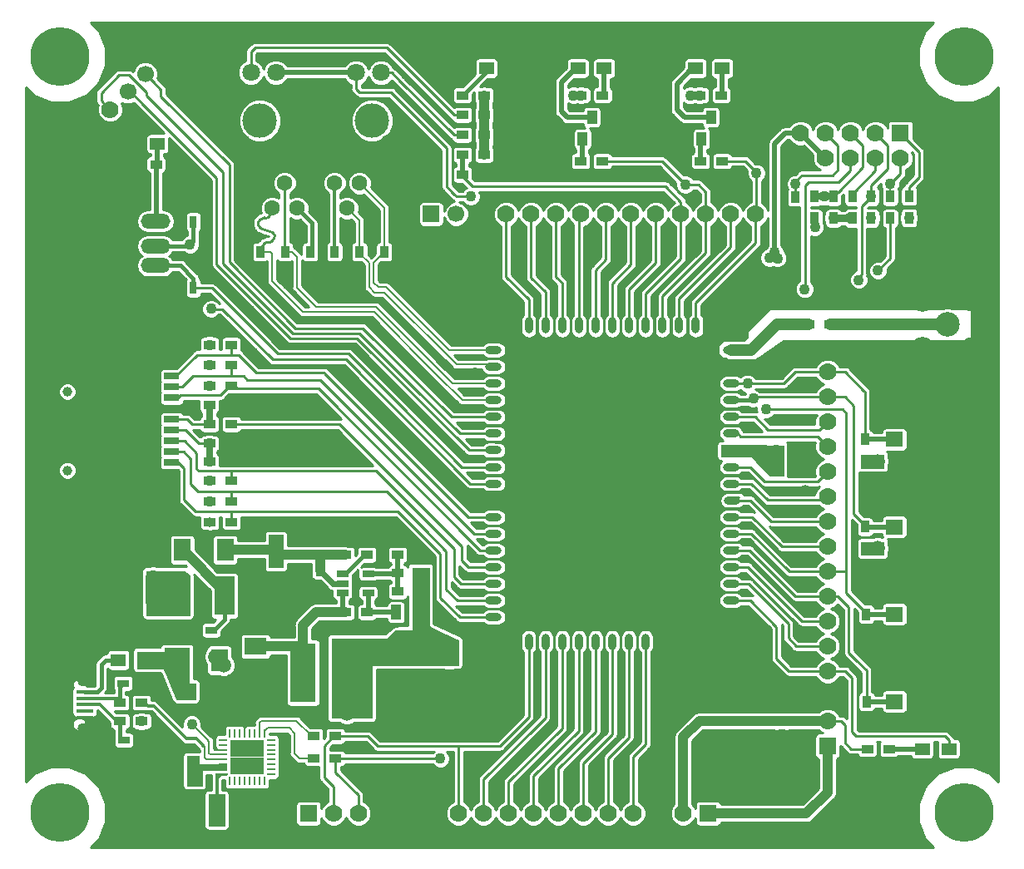
<source format=gtl>
G04 #@! TF.GenerationSoftware,KiCad,Pcbnew,(5.0.2)-1*
G04 #@! TF.CreationDate,2019-03-08T09:31:56+07:00*
G04 #@! TF.ProjectId,HY-AI7688H,48592d41-4937-4363-9838-482e6b696361,A*
G04 #@! TF.SameCoordinates,Original*
G04 #@! TF.FileFunction,Copper,L1,Top*
G04 #@! TF.FilePolarity,Positive*
%FSLAX46Y46*%
G04 Gerber Fmt 4.6, Leading zero omitted, Abs format (unit mm)*
G04 Created by KiCad (PCBNEW (5.0.2)-1) date 08/03/2019 9:31:56 SA*
%MOMM*%
%LPD*%
G01*
G04 APERTURE LIST*
G04 #@! TA.AperFunction,EtchedComponent*
%ADD10C,0.254000*%
G04 #@! TD*
G04 #@! TA.AperFunction,ViaPad*
%ADD11C,1.000000*%
G04 #@! TD*
G04 #@! TA.AperFunction,ViaPad*
%ADD12C,1.100000*%
G04 #@! TD*
G04 #@! TA.AperFunction,SMDPad,CuDef*
%ADD13R,2.624000X6.000000*%
G04 #@! TD*
G04 #@! TA.AperFunction,SMDPad,CuDef*
%ADD14R,1.200000X0.900000*%
G04 #@! TD*
G04 #@! TA.AperFunction,Conductor*
%ADD15C,0.254000*%
G04 #@! TD*
G04 #@! TA.AperFunction,ComponentPad*
%ADD16C,1.800000*%
G04 #@! TD*
G04 #@! TA.AperFunction,SMDPad,CuDef*
%ADD17O,1.700000X0.800000*%
G04 #@! TD*
G04 #@! TA.AperFunction,SMDPad,CuDef*
%ADD18O,0.800000X1.700000*%
G04 #@! TD*
G04 #@! TA.AperFunction,SMDPad,CuDef*
%ADD19R,1.900000X2.900000*%
G04 #@! TD*
G04 #@! TA.AperFunction,ViaPad*
%ADD20C,0.900000*%
G04 #@! TD*
G04 #@! TA.AperFunction,SMDPad,CuDef*
%ADD21R,0.900000X1.200000*%
G04 #@! TD*
G04 #@! TA.AperFunction,ComponentPad*
%ADD22O,1.500000X1.100000*%
G04 #@! TD*
G04 #@! TA.AperFunction,SMDPad,CuDef*
%ADD23R,1.750000X0.400000*%
G04 #@! TD*
G04 #@! TA.AperFunction,ComponentPad*
%ADD24O,3.000000X1.500000*%
G04 #@! TD*
G04 #@! TA.AperFunction,SMDPad,CuDef*
%ADD25R,1.900000X1.900000*%
G04 #@! TD*
G04 #@! TA.AperFunction,ComponentPad*
%ADD26C,6.000000*%
G04 #@! TD*
G04 #@! TA.AperFunction,ComponentPad*
%ADD27C,1.778000*%
G04 #@! TD*
G04 #@! TA.AperFunction,ComponentPad*
%ADD28R,1.778000X1.778000*%
G04 #@! TD*
G04 #@! TA.AperFunction,ComponentPad*
%ADD29R,1.700000X1.700000*%
G04 #@! TD*
G04 #@! TA.AperFunction,ComponentPad*
%ADD30C,1.700000*%
G04 #@! TD*
G04 #@! TA.AperFunction,ComponentPad*
%ADD31C,3.200000*%
G04 #@! TD*
G04 #@! TA.AperFunction,ComponentPad*
%ADD32O,1.510000X4.000000*%
G04 #@! TD*
G04 #@! TA.AperFunction,ComponentPad*
%ADD33O,4.000000X1.510000*%
G04 #@! TD*
G04 #@! TA.AperFunction,SMDPad,CuDef*
%ADD34R,1.778000X1.524000*%
G04 #@! TD*
G04 #@! TA.AperFunction,SMDPad,CuDef*
%ADD35R,1.500000X1.300000*%
G04 #@! TD*
G04 #@! TA.AperFunction,SMDPad,CuDef*
%ADD36R,0.800000X1.200000*%
G04 #@! TD*
G04 #@! TA.AperFunction,SMDPad,CuDef*
%ADD37R,1.200000X0.800000*%
G04 #@! TD*
G04 #@! TA.AperFunction,Conductor*
%ADD38C,0.100000*%
G04 #@! TD*
G04 #@! TA.AperFunction,SMDPad,CuDef*
%ADD39R,1.500000X1.250000*%
G04 #@! TD*
G04 #@! TA.AperFunction,ComponentPad*
%ADD40C,2.500000*%
G04 #@! TD*
G04 #@! TA.AperFunction,ComponentPad*
%ADD41C,1.600000*%
G04 #@! TD*
G04 #@! TA.AperFunction,ComponentPad*
%ADD42C,2.600000*%
G04 #@! TD*
G04 #@! TA.AperFunction,ComponentPad*
%ADD43C,3.500000*%
G04 #@! TD*
G04 #@! TA.AperFunction,SMDPad,CuDef*
%ADD44R,1.597660X0.698500*%
G04 #@! TD*
G04 #@! TA.AperFunction,SMDPad,CuDef*
%ADD45R,1.399540X1.198880*%
G04 #@! TD*
G04 #@! TA.AperFunction,SMDPad,CuDef*
%ADD46R,1.399540X1.597660*%
G04 #@! TD*
G04 #@! TA.AperFunction,SMDPad,CuDef*
%ADD47R,2.199640X1.198880*%
G04 #@! TD*
G04 #@! TA.AperFunction,ComponentPad*
%ADD48C,1.000000*%
G04 #@! TD*
G04 #@! TA.AperFunction,SMDPad,CuDef*
%ADD49R,1.000000X1.400000*%
G04 #@! TD*
G04 #@! TA.AperFunction,SMDPad,CuDef*
%ADD50R,1.725000X1.725000*%
G04 #@! TD*
G04 #@! TA.AperFunction,SMDPad,CuDef*
%ADD51R,0.270000X0.850000*%
G04 #@! TD*
G04 #@! TA.AperFunction,SMDPad,CuDef*
%ADD52R,0.850000X0.270000*%
G04 #@! TD*
G04 #@! TA.AperFunction,SMDPad,CuDef*
%ADD53R,1.500000X3.400000*%
G04 #@! TD*
G04 #@! TA.AperFunction,SMDPad,CuDef*
%ADD54R,1.778000X2.286000*%
G04 #@! TD*
G04 #@! TA.AperFunction,SMDPad,CuDef*
%ADD55R,2.286000X1.778000*%
G04 #@! TD*
G04 #@! TA.AperFunction,SMDPad,CuDef*
%ADD56R,2.000000X4.000000*%
G04 #@! TD*
G04 #@! TA.AperFunction,SMDPad,CuDef*
%ADD57R,1.220000X0.650000*%
G04 #@! TD*
G04 #@! TA.AperFunction,SMDPad,CuDef*
%ADD58R,1.000000X1.500000*%
G04 #@! TD*
G04 #@! TA.AperFunction,ViaPad*
%ADD59C,1.500000*%
G04 #@! TD*
G04 #@! TA.AperFunction,Conductor*
%ADD60C,0.762000*%
G04 #@! TD*
G04 #@! TA.AperFunction,Conductor*
%ADD61C,0.508000*%
G04 #@! TD*
G04 #@! TA.AperFunction,Conductor*
%ADD62C,1.016000*%
G04 #@! TD*
G04 #@! TA.AperFunction,Conductor*
%ADD63C,0.381000*%
G04 #@! TD*
G04 #@! TA.AperFunction,Conductor*
%ADD64C,0.500000*%
G04 #@! TD*
G04 #@! TA.AperFunction,Conductor*
%ADD65C,0.600000*%
G04 #@! TD*
G04 #@! TA.AperFunction,Conductor*
%ADD66C,0.700000*%
G04 #@! TD*
G04 #@! TA.AperFunction,Conductor*
%ADD67C,0.254000*%
G04 #@! TD*
G04 #@! TA.AperFunction,Conductor*
%ADD68C,0.400000*%
G04 #@! TD*
G04 #@! TA.AperFunction,Conductor*
%ADD69C,1.000000*%
G04 #@! TD*
G04 #@! TA.AperFunction,Conductor*
%ADD70C,0.300000*%
G04 #@! TD*
G04 #@! TA.AperFunction,Conductor*
%ADD71C,0.800000*%
G04 #@! TD*
G04 #@! TA.AperFunction,Conductor*
%ADD72C,0.200000*%
G04 #@! TD*
G04 #@! TA.AperFunction,Conductor*
%ADD73C,1.220000*%
G04 #@! TD*
G04 APERTURE END LIST*
D10*
G04 #@! TO.C,REF\002A\002A*
X95390000Y-58900000D02*
X95536250Y-58339999D01*
X95536250Y-58339999D02*
X95634845Y-58136830D01*
X95634845Y-58136830D02*
X95803684Y-57986855D01*
X95803684Y-57986855D02*
X96017065Y-57912910D01*
X96017065Y-57912910D02*
X96242500Y-57926250D01*
X96242500Y-57926250D02*
X96072075Y-57881741D01*
X96072075Y-57881741D02*
X96297510Y-57895081D01*
X96297510Y-57895081D02*
X96510890Y-57821136D01*
X96510890Y-57821136D02*
X96679730Y-57671161D01*
X96679730Y-57671161D02*
X96778324Y-57467992D01*
X96778324Y-57467992D02*
X96791664Y-57242557D01*
X96791664Y-57242557D02*
X96717719Y-57029176D01*
X96717719Y-57029176D02*
X96567744Y-56860337D01*
X96567744Y-56860337D02*
X96364575Y-56761742D01*
X96364575Y-56761742D02*
X95585424Y-56558259D01*
X95585424Y-56558259D02*
X95382254Y-56459664D01*
X95382254Y-56459664D02*
X95232280Y-56290825D01*
X95232280Y-56290825D02*
X95158334Y-56077444D01*
X95158334Y-56077444D02*
X95171674Y-55852009D01*
X95171674Y-55852009D02*
X95270269Y-55648839D01*
X95270269Y-55648839D02*
X95439109Y-55498865D01*
X95439109Y-55498865D02*
X95652489Y-55424919D01*
X95652489Y-55424919D02*
X95877924Y-55438259D01*
X95877924Y-55438259D02*
X95707500Y-55393751D01*
X95707500Y-55393751D02*
X95932935Y-55407091D01*
X95932935Y-55407091D02*
X96146315Y-55333146D01*
X96146315Y-55333146D02*
X96315155Y-55183171D01*
X96315155Y-55183171D02*
X96413750Y-54980002D01*
X96413750Y-54980002D02*
X96560000Y-54420000D01*
G04 #@! TD*
D11*
G04 #@! TO.N,GND*
G04 #@! TO.C,REF\002A\002A*
X113800000Y-62400000D03*
G04 #@! TD*
G04 #@! TO.N,GND*
G04 #@! TO.C,REF\002A\002A*
X115400000Y-63900000D03*
G04 #@! TD*
G04 #@! TO.N,GND*
G04 #@! TO.C,REF\002A\002A*
X111700000Y-61900000D03*
G04 #@! TD*
G04 #@! TO.N,GND*
G04 #@! TO.C,REF\002A\002A*
X111800000Y-64200000D03*
G04 #@! TD*
G04 #@! TO.N,GND*
G04 #@! TO.C,REF\002A\002A*
X140300000Y-101800000D03*
G04 #@! TD*
G04 #@! TO.N,GND*
G04 #@! TO.C,REF\002A\002A*
X136300000Y-109000000D03*
G04 #@! TD*
G04 #@! TO.N,GND*
G04 #@! TO.C,REF\002A\002A*
X145000000Y-104000000D03*
G04 #@! TD*
G04 #@! TO.N,GND*
G04 #@! TO.C,REF\002A\002A*
X145000000Y-101700000D03*
G04 #@! TD*
G04 #@! TO.N,GND*
G04 #@! TO.C,REF\002A\002A*
X78200000Y-50500000D03*
G04 #@! TD*
G04 #@! TO.N,GND*
G04 #@! TO.C,REF\002A\002A*
X74400000Y-50500000D03*
G04 #@! TD*
G04 #@! TO.N,GND*
G04 #@! TO.C,REF\002A\002A*
X74400000Y-46700000D03*
G04 #@! TD*
G04 #@! TO.N,GND*
G04 #@! TO.C,REF\002A\002A*
X100850000Y-43100000D03*
G04 #@! TD*
G04 #@! TO.N,GND*
G04 #@! TO.C,REF\002A\002A*
X100850000Y-45900000D03*
G04 #@! TD*
G04 #@! TO.N,GND*
G04 #@! TO.C,REF\002A\002A*
X97800000Y-48700000D03*
G04 #@! TD*
G04 #@! TO.N,GND*
G04 #@! TO.C,REF\002A\002A*
X103900000Y-48700000D03*
G04 #@! TD*
G04 #@! TO.N,GND*
G04 #@! TO.C,REF\002A\002A*
X100850000Y-48700000D03*
G04 #@! TD*
G04 #@! TO.N,GND*
G04 #@! TO.C,REF\002A\002A*
X88900000Y-43200000D03*
G04 #@! TD*
G04 #@! TO.N,GND*
G04 #@! TO.C,REF\002A\002A*
X88900000Y-39800000D03*
G04 #@! TD*
G04 #@! TO.N,GND*
G04 #@! TO.C,REF\002A\002A*
X84700000Y-36400000D03*
G04 #@! TD*
G04 #@! TO.N,GND*
G04 #@! TO.C,REF\002A\002A*
X88900000Y-36400000D03*
G04 #@! TD*
G04 #@! TO.N,GND*
G04 #@! TO.C,REF\002A\002A*
X96000000Y-36400000D03*
G04 #@! TD*
G04 #@! TO.N,GND*
G04 #@! TO.C,REF\002A\002A*
X101700000Y-36400000D03*
G04 #@! TD*
G04 #@! TO.N,GND*
G04 #@! TO.C,REF\002A\002A*
X107200000Y-36400000D03*
G04 #@! TD*
G04 #@! TO.N,GND*
G04 #@! TO.C,REF\002A\002A*
X86100000Y-115400000D03*
G04 #@! TD*
G04 #@! TO.N,GND*
G04 #@! TO.C,REF\002A\002A*
X86100000Y-118500000D03*
G04 #@! TD*
G04 #@! TO.N,GND*
G04 #@! TO.C,REF\002A\002A*
X105600000Y-109400000D03*
G04 #@! TD*
G04 #@! TO.N,GND*
G04 #@! TO.C,REF\002A\002A*
X166650000Y-46200000D03*
G04 #@! TD*
G04 #@! TO.N,GND*
G04 #@! TO.C,REF\002A\002A*
X166650000Y-50100000D03*
G04 #@! TD*
G04 #@! TO.N,GND*
G04 #@! TO.C,REF\002A\002A*
X168950000Y-52950000D03*
G04 #@! TD*
G04 #@! TO.N,GND*
G04 #@! TO.C,REF\002A\002A*
X168950000Y-50050000D03*
G04 #@! TD*
G04 #@! TO.N,GND*
G04 #@! TO.C,REF\002A\002A*
X168950000Y-47050000D03*
G04 #@! TD*
G04 #@! TO.N,GND*
G04 #@! TO.C,REF\002A\002A*
X166500000Y-53550000D03*
G04 #@! TD*
G04 #@! TO.N,GND*
G04 #@! TO.C,REF\002A\002A*
X168950000Y-44350000D03*
G04 #@! TD*
G04 #@! TO.N,GND*
G04 #@! TO.C,REF\002A\002A*
X164150000Y-45400000D03*
G04 #@! TD*
G04 #@! TO.N,GND*
G04 #@! TO.C,REF\002A\002A*
X164150000Y-48150000D03*
G04 #@! TD*
G04 #@! TO.N,GND*
G04 #@! TO.C,REF\002A\002A*
X164150000Y-51150000D03*
G04 #@! TD*
G04 #@! TO.N,GND*
G04 #@! TO.C,REF\002A\002A*
X164100000Y-53750000D03*
G04 #@! TD*
G04 #@! TO.N,GND*
G04 #@! TO.C,REF\002A\002A*
X95850000Y-95050000D03*
G04 #@! TD*
G04 #@! TO.N,GND*
G04 #@! TO.C,REF\002A\002A*
X96970000Y-95750000D03*
G04 #@! TD*
G04 #@! TO.N,GND*
G04 #@! TO.C,REF\002A\002A*
X105930000Y-112450000D03*
G04 #@! TD*
G04 #@! TO.N,GND*
G04 #@! TO.C,REF\002A\002A*
X110940000Y-112430000D03*
G04 #@! TD*
G04 #@! TO.N,GND*
G04 #@! TO.C,REF\002A\002A*
X74960000Y-88750000D03*
G04 #@! TD*
G04 #@! TO.N,GND*
G04 #@! TO.C,REF\002A\002A*
X74960000Y-92123333D03*
G04 #@! TD*
G04 #@! TO.N,GND*
G04 #@! TO.C,REF\002A\002A*
X74960000Y-95496666D03*
G04 #@! TD*
D12*
G04 #@! TO.N,GND*
G04 #@! TO.C,REF\002A\002A*
X82470000Y-79970000D03*
G04 #@! TD*
G04 #@! TO.N,GND*
G04 #@! TO.C,REF\002A\002A*
X82450000Y-77435000D03*
G04 #@! TD*
G04 #@! TO.N,GND*
G04 #@! TO.C,REF\002A\002A*
X82490000Y-74900000D03*
G04 #@! TD*
D13*
G04 #@! TO.P,L1,1*
G04 #@! TO.N,Net-(C24-Pad2)*
X99750000Y-101750000D03*
G04 #@! TO.P,L1,2*
G04 #@! TO.N,+3V3*
X104150000Y-101750000D03*
G04 #@! TD*
D11*
G04 #@! TO.N,GND*
G04 #@! TO.C,REF\002A\002A*
X135940000Y-111480000D03*
G04 #@! TD*
G04 #@! TO.N,GND*
G04 #@! TO.C,REF\002A\002A*
X112170000Y-36900000D03*
G04 #@! TD*
G04 #@! TO.N,GND*
G04 #@! TO.C,REF\002A\002A*
X117793333Y-36900000D03*
G04 #@! TD*
G04 #@! TO.N,GND*
G04 #@! TO.C,REF\002A\002A*
X129039999Y-36900000D03*
G04 #@! TD*
G04 #@! TO.N,GND*
G04 #@! TO.C,REF\002A\002A*
X123416666Y-36900000D03*
G04 #@! TD*
G04 #@! TO.N,GND*
G04 #@! TO.C,REF\002A\002A*
X134663332Y-36900000D03*
G04 #@! TD*
G04 #@! TO.N,GND*
G04 #@! TO.C,REF\002A\002A*
X140286665Y-36900000D03*
G04 #@! TD*
G04 #@! TO.N,GND*
G04 #@! TO.C,REF\002A\002A*
X145910000Y-36900000D03*
G04 #@! TD*
G04 #@! TO.N,GND*
G04 #@! TO.C,REF\002A\002A*
X145910000Y-40396666D03*
G04 #@! TD*
G04 #@! TO.N,GND*
G04 #@! TO.C,REF\002A\002A*
X145910000Y-43893332D03*
G04 #@! TD*
G04 #@! TO.N,GND*
G04 #@! TO.C,REF\002A\002A*
X145910000Y-47390000D03*
G04 #@! TD*
G04 #@! TO.N,GND*
G04 #@! TO.C,REF\002A\002A*
X143440000Y-47390000D03*
G04 #@! TD*
G04 #@! TO.N,GND*
G04 #@! TO.C,REF\002A\002A*
X137510000Y-47410000D03*
G04 #@! TD*
G04 #@! TO.N,GND*
G04 #@! TO.C,REF\002A\002A*
X134715000Y-47420000D03*
G04 #@! TD*
G04 #@! TO.N,GND*
G04 #@! TO.C,REF\002A\002A*
X120790000Y-47420000D03*
G04 #@! TD*
G04 #@! TO.N,GND*
G04 #@! TO.C,REF\002A\002A*
X122830000Y-47420000D03*
G04 #@! TD*
D14*
G04 #@! TO.P,R9,1*
G04 #@! TO.N,+3V3*
X118150000Y-47000000D03*
G04 #@! TO.P,R9,2*
G04 #@! TO.N,Net-(P3-Pad9)*
X115950000Y-47000000D03*
G04 #@! TD*
D12*
G04 #@! TO.N,GND*
G04 #@! TO.C,REF\002A\002A*
X101040000Y-74560000D03*
G04 #@! TD*
G04 #@! TO.N,GND*
G04 #@! TO.C,REF\002A\002A*
X98590000Y-74560000D03*
G04 #@! TD*
G04 #@! TO.N,GND*
G04 #@! TO.C,REF\002A\002A*
X72800000Y-68360000D03*
G04 #@! TD*
G04 #@! TO.N,GND*
G04 #@! TO.C,REF\002A\002A*
X76170000Y-68360000D03*
G04 #@! TD*
G04 #@! TO.N,GND*
G04 #@! TO.C,REF\002A\002A*
X80670000Y-68360000D03*
G04 #@! TD*
G04 #@! TO.N,GND*
G04 #@! TO.C,REF\002A\002A*
X83630000Y-68360000D03*
G04 #@! TD*
G04 #@! TO.N,GND*
G04 #@! TO.C,REF\002A\002A*
X88580000Y-66380000D03*
G04 #@! TD*
G04 #@! TO.N,GND*
G04 #@! TO.C,REF\002A\002A*
X86360000Y-67490000D03*
G04 #@! TD*
D15*
G04 #@! TO.N,N/C*
G04 #@! TO.C,REF\002A\002A*
X96560000Y-54420000D03*
X95390000Y-58900000D03*
G04 #@! TD*
D16*
G04 #@! TO.P,REF\002A\002A,1*
G04 #@! TO.N,GND*
X125700000Y-92400000D03*
G04 #@! TD*
D14*
G04 #@! TO.P,R11,2*
G04 #@! TO.N,Net-(D2-Pad1)*
X81090000Y-104800000D03*
G04 #@! TO.P,R11,1*
G04 #@! TO.N,/AI7688H/D-*
X83290000Y-104800000D03*
G04 #@! TD*
D17*
G04 #@! TO.P,U2,44*
G04 #@! TO.N,GND*
X143312000Y-96100000D03*
G04 #@! TO.P,U2,45*
G04 #@! TO.N,/AI7688H/WLED_N*
X143312000Y-94400000D03*
G04 #@! TO.P,U2,46*
G04 #@! TO.N,/AI7688H/REF_CLKO*
X143312000Y-92700000D03*
G04 #@! TO.P,U2,47*
G04 #@! TO.N,/AI7688H/PERST_N*
X143312000Y-91000000D03*
G04 #@! TO.P,U2,48*
G04 #@! TO.N,/AI7688H/WDT_RST_N*
X143312000Y-89300000D03*
G04 #@! TO.P,U2,49*
G04 #@! TO.N,/AI7688H/PORST_N*
X143312000Y-87600000D03*
G04 #@! TO.P,U2,50*
G04 #@! TO.N,/AI7688H/PCIE_TX0_P*
X143312000Y-85900000D03*
G04 #@! TO.P,U2,51*
G04 #@! TO.N,/AI7688H/PCIE_TX0_N*
X143412000Y-84200000D03*
G04 #@! TO.P,U2,52*
G04 #@! TO.N,/AI7688H/PCIE_RX0_P*
X143312000Y-82500000D03*
G04 #@! TO.P,U2,53*
G04 #@! TO.N,/AI7688H/PCIE_RX0_N*
X143312000Y-80800000D03*
G04 #@! TO.P,U2,54*
G04 #@! TO.N,+3V3*
X143312000Y-79100000D03*
G04 #@! TO.P,U2,55*
G04 #@! TO.N,/AI7688H/PCIE_CK0_N*
X143312000Y-77400000D03*
G04 #@! TO.P,U2,56*
G04 #@! TO.N,/AI7688H/PCIE_CK0_P*
X143312000Y-75700000D03*
G04 #@! TO.P,U2,57*
G04 #@! TO.N,/AI7688H/JTCLK_GPIO_40*
X143312000Y-74000000D03*
G04 #@! TO.P,U2,58*
G04 #@! TO.N,/AI7688H/JTDI_GPIO_42*
X143312000Y-72300000D03*
G04 #@! TO.P,U2,59*
G04 #@! TO.N,GND*
X143312000Y-70600000D03*
G04 #@! TO.P,U2,60*
G04 #@! TO.N,/AI7688H/RF*
X143312000Y-68900000D03*
D18*
G04 #@! TO.P,U2,31*
G04 #@! TO.N,GND*
X121012000Y-98600000D03*
G04 #@! TO.P,U2,32*
G04 #@! TO.N,/AI7688H/MDI_TN_P2*
X122712000Y-98600000D03*
G04 #@! TO.P,U2,33*
G04 #@! TO.N,/AI7688H/MDI_TP_P2*
X124412000Y-98600000D03*
G04 #@! TO.P,U2,34*
G04 #@! TO.N,/AI7688H/MDI_RN_P2*
X126112000Y-98600000D03*
G04 #@! TO.P,U2,35*
G04 #@! TO.N,/AI7688H/MDI_RP_P2*
X127812000Y-98600000D03*
G04 #@! TO.P,U2,36*
G04 #@! TO.N,/AI7688H/MDI_RN_P1*
X129512000Y-98600000D03*
G04 #@! TO.P,U2,37*
G04 #@! TO.N,/AI7688H/MDI_RP_P1*
X131212000Y-98600000D03*
G04 #@! TO.P,U2,38*
G04 #@! TO.N,/AI7688H/MDI_TN_P1*
X132912000Y-98600000D03*
G04 #@! TO.P,U2,39*
G04 #@! TO.N,/AI7688H/MDI_TP_P1*
X134612000Y-98600000D03*
G04 #@! TO.P,U2,40*
G04 #@! TO.N,GND*
X136312000Y-98600000D03*
G04 #@! TO.P,U2,41*
X138012000Y-98600000D03*
G04 #@! TO.P,U2,42*
X139712000Y-98600000D03*
G04 #@! TO.P,U2,43*
X141412000Y-98600000D03*
G04 #@! TO.P,U2,1*
X141412000Y-66400000D03*
G04 #@! TO.P,U2,2*
G04 #@! TO.N,/AI7688H/JTMS_GPIO_41*
X139712000Y-66400000D03*
G04 #@! TO.P,U2,3*
G04 #@! TO.N,/AI7688H/JTDO_EPHY_LED0_N*
X138012000Y-66400000D03*
G04 #@! TO.P,U2,4*
G04 #@! TO.N,/AI7688H/JRST_GPIO_39*
X136312000Y-66400000D03*
G04 #@! TO.P,U2,5*
G04 #@! TO.N,/AI7688H/UART_7688_TXD1*
X134612000Y-66400000D03*
G04 #@! TO.P,U2,6*
G04 #@! TO.N,/AI7688H/UART_7688_RXD1*
X132912000Y-66400000D03*
G04 #@! TO.P,U2,7*
G04 #@! TO.N,/AI7688H/I2S_SDI*
X131212000Y-66400000D03*
G04 #@! TO.P,U2,8*
G04 #@! TO.N,/AI7688H/I2S_SDO*
X129512000Y-66400000D03*
G04 #@! TO.P,U2,9*
G04 #@! TO.N,/AI7688H/I2S_WS*
X127812000Y-66400000D03*
G04 #@! TO.P,U2,10*
G04 #@! TO.N,/AI7688H/I2S_SCLK*
X126112000Y-66400000D03*
G04 #@! TO.P,U2,11*
G04 #@! TO.N,/AI7688H/I2C_SCLK*
X124412000Y-66400000D03*
G04 #@! TO.P,U2,12*
G04 #@! TO.N,/AI7688H/I2C_SD*
X122712000Y-66400000D03*
G04 #@! TO.P,U2,13*
G04 #@! TO.N,GND*
X121012000Y-66400000D03*
D17*
G04 #@! TO.P,U2,14*
G04 #@! TO.N,/AI7688H/MDI_P0_R_P*
X119112000Y-68900000D03*
G04 #@! TO.P,U2,15*
G04 #@! TO.N,/AI7688H/MDI_P0_R_N*
X119112000Y-70600000D03*
G04 #@! TO.P,U2,16*
G04 #@! TO.N,/AI7688H/MDI_P0_T_P*
X119112000Y-72300000D03*
G04 #@! TO.P,U2,17*
G04 #@! TO.N,/AI7688H/MDI_P0_T_N*
X119112000Y-74000000D03*
G04 #@! TO.P,U2,18*
G04 #@! TO.N,/AI7688H/GPIO_0*
X119112000Y-75700000D03*
G04 #@! TO.P,U2,19*
G04 #@! TO.N,/AI7688H/UART_7688_TXD0*
X119112000Y-77400000D03*
G04 #@! TO.P,U2,20*
G04 #@! TO.N,/AI7688H/UART_7688_RXD0*
X119112000Y-79100000D03*
G04 #@! TO.P,U2,21*
G04 #@! TO.N,/AI7688H/USB_D_P*
X119112000Y-80800000D03*
G04 #@! TO.P,U2,22*
G04 #@! TO.N,/AI7688H/USB_D_N*
X119112000Y-82500000D03*
G04 #@! TO.P,U2,23*
G04 #@! TO.N,GND*
X119212000Y-84200000D03*
G04 #@! TO.P,U2,24*
G04 #@! TO.N,/AI7688H/MDI_TN_P3*
X119112000Y-85900000D03*
G04 #@! TO.P,U2,25*
G04 #@! TO.N,/AI7688H/MDI_RP_P3*
X119112000Y-87600000D03*
G04 #@! TO.P,U2,26*
G04 #@! TO.N,/AI7688H/MDI_RN_P3*
X119112000Y-89300000D03*
G04 #@! TO.P,U2,27*
G04 #@! TO.N,/AI7688H/MDI_RP_P4*
X119112000Y-91000000D03*
G04 #@! TO.P,U2,28*
G04 #@! TO.N,/AI7688H/MDI_RN_P4*
X119112000Y-92700000D03*
G04 #@! TO.P,U2,29*
G04 #@! TO.N,/AI7688H/MDI_TP_P4*
X119112000Y-94400000D03*
G04 #@! TO.P,U2,30*
G04 #@! TO.N,/AI7688H/MDI_TN_P4*
X119112000Y-96100000D03*
D19*
G04 #@! TO.P,U2,61*
G04 #@! TO.N,GND*
X136737000Y-92500000D03*
G04 #@! TO.P,U2,62*
X125687000Y-92500000D03*
G04 #@! TO.P,U2,63*
X131212000Y-82500000D03*
G04 #@! TO.P,U2,64*
X125687000Y-72500000D03*
G04 #@! TO.P,U2,65*
X136737000Y-72500000D03*
G04 #@! TD*
D14*
G04 #@! TO.P,R16,1*
G04 #@! TO.N,GND*
X118150000Y-51050000D03*
G04 #@! TO.P,R16,2*
G04 #@! TO.N,/AI7688H/UART_7688_TXD1*
X115950000Y-51050000D03*
G04 #@! TD*
D16*
G04 #@! TO.P,REF\002A\002A,1*
G04 #@! TO.N,GND*
X136750000Y-92300000D03*
G04 #@! TD*
G04 #@! TO.P,REF\002A\002A,1*
G04 #@! TO.N,GND*
X136780000Y-72540000D03*
G04 #@! TD*
G04 #@! TO.P,REF\002A\002A,1*
G04 #@! TO.N,GND*
X125700000Y-72500000D03*
G04 #@! TD*
D11*
G04 #@! TO.N,GND*
G04 #@! TO.C,REF\002A\002A*
X97670000Y-78600000D03*
G04 #@! TD*
G04 #@! TO.N,GND*
G04 #@! TO.C,REF\002A\002A*
X108710000Y-107480000D03*
G04 #@! TD*
G04 #@! TO.N,GND*
G04 #@! TO.C,REF\002A\002A*
X119680000Y-107480000D03*
G04 #@! TD*
G04 #@! TO.N,GND*
G04 #@! TO.C,REF\002A\002A*
X118220000Y-103580000D03*
G04 #@! TD*
G04 #@! TO.N,GND*
G04 #@! TO.C,REF\002A\002A*
X111452500Y-107480000D03*
G04 #@! TD*
G04 #@! TO.N,GND*
G04 #@! TO.C,REF\002A\002A*
X116937500Y-107480000D03*
G04 #@! TD*
D20*
G04 #@! TO.N,GND*
G04 #@! TO.C,REF\002A\002A*
X115900000Y-79450000D03*
G04 #@! TD*
D11*
G04 #@! TO.N,GND*
G04 #@! TO.C,REF\002A\002A*
X107120000Y-86910000D03*
G04 #@! TD*
G04 #@! TO.N,GND*
G04 #@! TO.C,REF\002A\002A*
X124910000Y-47420000D03*
G04 #@! TD*
G04 #@! TO.N,GND*
G04 #@! TO.C,REF\002A\002A*
X131920000Y-47420000D03*
G04 #@! TD*
D12*
G04 #@! TO.N,GND*
G04 #@! TO.C,REF\002A\002A*
X99187000Y-56896000D03*
G04 #@! TD*
G04 #@! TO.N,GND*
G04 #@! TO.C,REF\002A\002A*
X104140000Y-56896000D03*
G04 #@! TD*
G04 #@! TO.N,GND*
G04 #@! TO.C,REF\002A\002A*
X109650000Y-56900000D03*
G04 #@! TD*
D11*
G04 #@! TO.N,GND*
G04 #@! TO.C,REF\002A\002A*
X115780000Y-71270000D03*
G04 #@! TD*
G04 #@! TO.N,GND*
G04 #@! TO.C,REF\002A\002A*
X89515000Y-118540000D03*
G04 #@! TD*
G04 #@! TO.N,GND*
G04 #@! TO.C,REF\002A\002A*
X169200000Y-75950000D03*
G04 #@! TD*
G04 #@! TO.N,GND*
G04 #@! TO.C,REF\002A\002A*
X161650000Y-82150000D03*
G04 #@! TD*
G04 #@! TO.N,GND*
G04 #@! TO.C,REF\002A\002A*
X169550000Y-82150000D03*
G04 #@! TD*
D20*
G04 #@! TO.N,GND*
G04 #@! TO.C,REF\002A\002A*
X169550000Y-90550000D03*
G04 #@! TD*
D11*
G04 #@! TO.N,GND*
G04 #@! TO.C,REF\002A\002A*
X169500000Y-99900000D03*
G04 #@! TD*
G04 #@! TO.N,GND*
G04 #@! TO.C,REF\002A\002A*
X168080000Y-109520000D03*
G04 #@! TD*
G04 #@! TO.N,GND*
G04 #@! TO.C,REF\002A\002A*
X158700000Y-112900000D03*
G04 #@! TD*
G04 #@! TO.N,GND*
G04 #@! TO.C,REF\002A\002A*
X149500000Y-112600000D03*
G04 #@! TD*
G04 #@! TO.N,GND*
G04 #@! TO.C,REF\002A\002A*
X150622000Y-72390000D03*
G04 #@! TD*
G04 #@! TO.N,GND*
G04 #@! TO.C,REF\002A\002A*
X150880000Y-100330000D03*
G04 #@! TD*
G04 #@! TO.N,GND*
G04 #@! TO.C,REF\002A\002A*
X146050000Y-109300000D03*
G04 #@! TD*
G04 #@! TO.N,GND*
G04 #@! TO.C,REF\002A\002A*
X143100000Y-112600000D03*
G04 #@! TD*
G04 #@! TO.N,GND*
G04 #@! TO.C,REF\002A\002A*
X114195000Y-107480000D03*
G04 #@! TD*
G04 #@! TO.N,GND*
G04 #@! TO.C,REF\002A\002A*
X116870000Y-113426000D03*
G04 #@! TD*
G04 #@! TO.N,GND*
G04 #@! TO.C,REF\002A\002A*
X119410000Y-113426000D03*
G04 #@! TD*
G04 #@! TO.N,GND*
G04 #@! TO.C,REF\002A\002A*
X121950000Y-113426000D03*
G04 #@! TD*
G04 #@! TO.N,GND*
G04 #@! TO.C,REF\002A\002A*
X124490000Y-113426000D03*
G04 #@! TD*
G04 #@! TO.N,GND*
G04 #@! TO.C,REF\002A\002A*
X127030000Y-113426000D03*
G04 #@! TD*
G04 #@! TO.N,GND*
G04 #@! TO.C,REF\002A\002A*
X132110000Y-113426000D03*
G04 #@! TD*
G04 #@! TO.N,GND*
G04 #@! TO.C,REF\002A\002A*
X129570000Y-113426000D03*
G04 #@! TD*
G04 #@! TO.N,GND*
G04 #@! TO.C,REF\002A\002A*
X161850000Y-112900000D03*
G04 #@! TD*
G04 #@! TO.N,GND*
G04 #@! TO.C,REF\002A\002A*
X159680000Y-106900000D03*
G04 #@! TD*
G04 #@! TO.N,GND*
G04 #@! TO.C,REF\002A\002A*
X161650000Y-99900000D03*
G04 #@! TD*
D20*
G04 #@! TO.N,GND*
G04 #@! TO.C,REF\002A\002A*
X165575000Y-90550000D03*
G04 #@! TD*
G04 #@! TO.N,GND*
G04 #@! TO.C,REF\002A\002A*
X161600000Y-90550000D03*
G04 #@! TD*
D11*
G04 #@! TO.N,GND*
G04 #@! TO.C,REF\002A\002A*
X166916666Y-82150000D03*
G04 #@! TD*
G04 #@! TO.N,GND*
G04 #@! TO.C,REF\002A\002A*
X164283333Y-82150000D03*
G04 #@! TD*
G04 #@! TO.N,GND*
G04 #@! TO.C,REF\002A\002A*
X100990000Y-78600000D03*
G04 #@! TD*
G04 #@! TO.N,GND*
G04 #@! TO.C,REF\002A\002A*
X103760000Y-86910000D03*
G04 #@! TD*
D12*
G04 #@! TO.N,GND*
G04 #@! TO.C,REF\002A\002A*
X96140000Y-74540000D03*
G04 #@! TD*
D11*
G04 #@! TO.N,GND*
G04 #@! TO.C,REF\002A\002A*
X112950000Y-80300000D03*
G04 #@! TD*
G04 #@! TO.N,GND*
G04 #@! TO.C,REF\002A\002A*
X119153000Y-57660000D03*
G04 #@! TD*
G04 #@! TO.N,GND*
G04 #@! TO.C,REF\002A\002A*
X121566000Y-57660000D03*
G04 #@! TD*
G04 #@! TO.N,GND*
G04 #@! TO.C,REF\002A\002A*
X124106000Y-57660000D03*
G04 #@! TD*
G04 #@! TO.N,GND*
G04 #@! TO.C,REF\002A\002A*
X126519000Y-57660000D03*
G04 #@! TD*
G04 #@! TO.N,GND*
G04 #@! TO.C,REF\002A\002A*
X129186000Y-57660000D03*
G04 #@! TD*
G04 #@! TO.N,GND*
G04 #@! TO.C,REF\002A\002A*
X131900000Y-57660000D03*
G04 #@! TD*
G04 #@! TO.N,GND*
G04 #@! TO.C,REF\002A\002A*
X134266000Y-57660000D03*
G04 #@! TD*
G04 #@! TO.N,GND*
G04 #@! TO.C,REF\002A\002A*
X136806000Y-57660000D03*
G04 #@! TD*
G04 #@! TO.N,GND*
G04 #@! TO.C,REF\002A\002A*
X139219000Y-57660000D03*
G04 #@! TD*
G04 #@! TO.N,GND*
G04 #@! TO.C,REF\002A\002A*
X142050000Y-57650000D03*
G04 #@! TD*
G04 #@! TO.N,GND*
G04 #@! TO.C,REF\002A\002A*
X145400000Y-64650000D03*
G04 #@! TD*
G04 #@! TO.N,GND*
G04 #@! TO.C,REF\002A\002A*
X144050000Y-65750000D03*
G04 #@! TD*
D12*
G04 #@! TO.N,GND*
G04 #@! TO.C,REF\002A\002A*
X113665000Y-66167000D03*
G04 #@! TD*
D11*
G04 #@! TO.N,GND*
G04 #@! TO.C,REF\002A\002A*
X112268000Y-71628000D03*
G04 #@! TD*
G04 #@! TO.N,GND*
G04 #@! TO.C,REF\002A\002A*
X106934000Y-66294000D03*
G04 #@! TD*
D12*
G04 #@! TO.N,GND*
G04 #@! TO.C,REF\002A\002A*
X94250000Y-64850000D03*
G04 #@! TD*
D11*
G04 #@! TO.N,GND*
G04 #@! TO.C,REF\002A\002A*
X82410000Y-87020000D03*
G04 #@! TD*
G04 #@! TO.N,GND*
G04 #@! TO.C,REF\002A\002A*
X108435000Y-112430000D03*
G04 #@! TD*
G04 #@! TO.N,GND*
G04 #@! TO.C,REF\002A\002A*
X96670000Y-118540000D03*
G04 #@! TD*
G04 #@! TO.N,GND*
G04 #@! TO.C,REF\002A\002A*
X79070000Y-110910000D03*
G04 #@! TD*
G04 #@! TO.N,GND*
G04 #@! TO.C,REF\002A\002A*
X82360000Y-112150000D03*
G04 #@! TD*
G04 #@! TO.N,GND*
G04 #@! TO.C,REF\002A\002A*
X74960000Y-98870000D03*
G04 #@! TD*
G04 #@! TO.N,GND*
G04 #@! TO.C,REF\002A\002A*
X82360000Y-115345000D03*
G04 #@! TD*
G04 #@! TO.N,GND*
G04 #@! TO.C,REF\002A\002A*
X82360000Y-118540000D03*
G04 #@! TD*
G04 #@! TO.N,GND*
G04 #@! TO.C,REF\002A\002A*
X100400000Y-86910000D03*
G04 #@! TD*
G04 #@! TO.N,GND*
G04 #@! TO.C,REF\002A\002A*
X155650000Y-112900000D03*
G04 #@! TD*
G04 #@! TO.N,GND*
G04 #@! TO.C,REF\002A\002A*
X146050000Y-112600000D03*
G04 #@! TD*
G04 #@! TO.N,GND*
G04 #@! TO.C,REF\002A\002A*
X143100000Y-109300000D03*
G04 #@! TD*
G04 #@! TO.N,GND*
G04 #@! TO.C,REF\002A\002A*
X150880000Y-97790000D03*
G04 #@! TD*
G04 #@! TO.N,GND*
G04 #@! TO.C,REF\002A\002A*
X150880000Y-95210000D03*
G04 #@! TD*
G04 #@! TO.N,GND*
G04 #@! TO.C,REF\002A\002A*
X150880000Y-92630000D03*
G04 #@! TD*
G04 #@! TO.N,GND*
G04 #@! TO.C,REF\002A\002A*
X150880000Y-83160000D03*
G04 #@! TD*
G04 #@! TO.N,GND*
G04 #@! TO.C,REF\002A\002A*
X150880000Y-89990000D03*
G04 #@! TD*
G04 #@! TO.N,GND*
G04 #@! TO.C,REF\002A\002A*
X150880000Y-85160000D03*
G04 #@! TD*
D20*
G04 #@! TO.N,GND*
G04 #@! TO.C,REF\002A\002A*
X150880000Y-87600000D03*
G04 #@! TD*
D11*
G04 #@! TO.N,GND*
G04 #@! TO.C,REF\002A\002A*
X149606000Y-75946000D03*
G04 #@! TD*
G04 #@! TO.N,GND*
G04 #@! TO.C,REF\002A\002A*
X170180000Y-66294000D03*
G04 #@! TD*
G04 #@! TO.N,GND*
G04 #@! TO.C,REF\002A\002A*
X158496000Y-72898000D03*
G04 #@! TD*
G04 #@! TO.N,GND*
G04 #@! TO.C,REF\002A\002A*
X158100000Y-74850000D03*
G04 #@! TD*
G04 #@! TO.N,GND*
G04 #@! TO.C,REF\002A\002A*
X166950000Y-73500000D03*
G04 #@! TD*
G04 #@! TO.N,GND*
G04 #@! TO.C,REF\002A\002A*
X159900000Y-74650000D03*
G04 #@! TD*
G04 #@! TO.N,GND*
G04 #@! TO.C,REF\002A\002A*
X161290000Y-73406000D03*
G04 #@! TD*
G04 #@! TO.N,GND*
G04 #@! TO.C,REF\002A\002A*
X164800000Y-73350000D03*
G04 #@! TD*
G04 #@! TO.N,GND*
G04 #@! TO.C,REF\002A\002A*
X168910000Y-73914000D03*
G04 #@! TD*
G04 #@! TO.N,GND*
G04 #@! TO.C,REF\002A\002A*
X169926000Y-71882000D03*
G04 #@! TD*
G04 #@! TO.N,GND*
G04 #@! TO.C,REF\002A\002A*
X166950000Y-71882000D03*
G04 #@! TD*
G04 #@! TO.N,GND*
G04 #@! TO.C,REF\002A\002A*
X162814000Y-71882000D03*
G04 #@! TD*
G04 #@! TO.N,GND*
G04 #@! TO.C,REF\002A\002A*
X160020000Y-71120000D03*
G04 #@! TD*
G04 #@! TO.N,GND*
G04 #@! TO.C,REF\002A\002A*
X157290000Y-70910000D03*
G04 #@! TD*
G04 #@! TO.N,GND*
G04 #@! TO.C,REF\002A\002A*
X147750000Y-69750000D03*
G04 #@! TD*
G04 #@! TO.N,GND*
G04 #@! TO.C,REF\002A\002A*
X143900000Y-64210000D03*
G04 #@! TD*
G04 #@! TO.N,GND*
G04 #@! TO.C,REF\002A\002A*
X169418000Y-61214000D03*
G04 #@! TD*
G04 #@! TO.N,GND*
G04 #@! TO.C,REF\002A\002A*
X165608000Y-61214000D03*
G04 #@! TD*
G04 #@! TO.N,GND*
G04 #@! TO.C,REF\002A\002A*
X167640000Y-59436000D03*
G04 #@! TD*
G04 #@! TO.N,GND*
G04 #@! TO.C,REF\002A\002A*
X169418000Y-58166000D03*
G04 #@! TD*
G04 #@! TO.N,GND*
G04 #@! TO.C,REF\002A\002A*
X169418000Y-55626000D03*
G04 #@! TD*
G04 #@! TO.N,GND*
G04 #@! TO.C,REF\002A\002A*
X166370000Y-56896000D03*
G04 #@! TD*
G04 #@! TO.N,GND*
G04 #@! TO.C,REF\002A\002A*
X164084000Y-56388000D03*
G04 #@! TD*
G04 #@! TO.N,GND*
G04 #@! TO.C,REF\002A\002A*
X164338000Y-58674000D03*
G04 #@! TD*
G04 #@! TO.N,GND*
G04 #@! TO.C,REF\002A\002A*
X163068000Y-60452000D03*
G04 #@! TD*
G04 #@! TO.N,GND*
G04 #@! TO.C,REF\002A\002A*
X160528000Y-61214000D03*
G04 #@! TD*
G04 #@! TO.N,GND*
G04 #@! TO.C,REF\002A\002A*
X157950000Y-62950000D03*
G04 #@! TD*
D21*
G04 #@! TO.P,C1,1*
G04 #@! TO.N,GND*
X108000000Y-61100000D03*
G04 #@! TO.P,C1,2*
G04 #@! TO.N,/AI7688H/MDI_P0_R_P*
X108000000Y-58900000D03*
G04 #@! TD*
D22*
G04 #@! TO.P,P1,6*
G04 #@! TO.N,GND*
X77500000Y-102575000D03*
D23*
G04 #@! TO.P,P1,1*
G04 #@! TO.N,Net-(FB1-Pad1)*
X77500000Y-103700000D03*
G04 #@! TO.P,P1,2*
G04 #@! TO.N,Net-(D2-Pad1)*
X77500000Y-104350000D03*
G04 #@! TO.P,P1,3*
G04 #@! TO.N,Net-(D1-Pad1)*
X77500000Y-105000000D03*
G04 #@! TO.P,P1,4*
G04 #@! TO.N,N/C*
X77500000Y-105650000D03*
G04 #@! TO.P,P1,5*
G04 #@! TO.N,GND*
X77500000Y-106300000D03*
D22*
G04 #@! TO.P,P1,6*
X77500000Y-107425000D03*
D24*
X74420000Y-100900000D03*
X74420000Y-109100000D03*
D25*
X74825000Y-101050000D03*
X74825000Y-108950000D03*
G04 #@! TD*
D21*
G04 #@! TO.P,R30,1*
G04 #@! TO.N,/AI7688H/JTCLK_GPIO_40*
X156943000Y-86880000D03*
G04 #@! TO.P,R30,2*
G04 #@! TO.N,+3V3*
X156943000Y-89080000D03*
G04 #@! TD*
D14*
G04 #@! TO.P,C16,1*
G04 #@! TO.N,GND*
X150130000Y-79170000D03*
G04 #@! TO.P,C16,2*
G04 #@! TO.N,+3V3*
X147930000Y-79170000D03*
G04 #@! TD*
G04 #@! TO.P,C17,1*
G04 #@! TO.N,GND*
X150130000Y-81030000D03*
G04 #@! TO.P,C17,2*
G04 #@! TO.N,+3V3*
X147930000Y-81030000D03*
G04 #@! TD*
D21*
G04 #@! TO.P,C26,1*
G04 #@! TO.N,/AI7688H/WDT_RST_N*
X157090000Y-104690000D03*
G04 #@! TO.P,C26,2*
G04 #@! TO.N,GND*
X157090000Y-106890000D03*
G04 #@! TD*
D14*
G04 #@! TO.P,R4,1*
G04 #@! TO.N,/AI7688H/MDI_RN_P3*
X92435500Y-72535554D03*
G04 #@! TO.P,R4,2*
G04 #@! TO.N,+3V3*
X90235500Y-72535554D03*
G04 #@! TD*
G04 #@! TO.P,R3,1*
G04 #@! TO.N,/AI7688H/MDI_RP_P3*
X92435500Y-70457777D03*
G04 #@! TO.P,R3,2*
G04 #@! TO.N,+3V3*
X90235500Y-70457777D03*
G04 #@! TD*
G04 #@! TO.P,R2,1*
G04 #@! TO.N,/AI7688H/MDI_TN_P3*
X92435500Y-68380000D03*
G04 #@! TO.P,R2,2*
G04 #@! TO.N,+3V3*
X90235500Y-68380000D03*
G04 #@! TD*
D26*
G04 #@! TO.P,MH4,1*
G04 #@! TO.N,N/C*
X75000000Y-39000000D03*
G04 #@! TD*
G04 #@! TO.P,MH3,1*
G04 #@! TO.N,N/C*
X167000000Y-39000000D03*
G04 #@! TD*
G04 #@! TO.P,MH2,1*
G04 #@! TO.N,N/C*
X167000000Y-116000000D03*
G04 #@! TD*
G04 #@! TO.P,MH1,1*
G04 #@! TO.N,N/C*
X75000000Y-116000000D03*
G04 #@! TD*
D27*
G04 #@! TO.P,P7,15*
G04 #@! TO.N,/AI7688H/JTCLK_GPIO_40*
X153121000Y-73645000D03*
G04 #@! TO.P,P7,16*
G04 #@! TO.N,/AI7688H/JTDI_GPIO_42*
X153121000Y-71105000D03*
G04 #@! TO.P,P7,14*
G04 #@! TO.N,/AI7688H/PCIE_CK0_P*
X153121000Y-76185000D03*
G04 #@! TO.P,P7,13*
G04 #@! TO.N,/AI7688H/PCIE_CK0_N*
X153121000Y-78725000D03*
G04 #@! TO.P,P7,11*
G04 #@! TO.N,/AI7688H/PCIE_RX0_P*
X153121000Y-83805000D03*
G04 #@! TO.P,P7,12*
G04 #@! TO.N,/AI7688H/PCIE_RX0_N*
X153121000Y-81265000D03*
G04 #@! TO.P,P7,10*
G04 #@! TO.N,/AI7688H/PCIE_TX0_N*
X153121000Y-86345000D03*
G04 #@! TO.P,P7,9*
G04 #@! TO.N,/AI7688H/PCIE_TX0_P*
X153121000Y-88885000D03*
G04 #@! TO.P,P7,7*
G04 #@! TO.N,/AI7688H/WDT_RST_N*
X153121000Y-93965000D03*
G04 #@! TO.P,P7,8*
G04 #@! TO.N,/AI7688H/PORST_N*
X153121000Y-91425000D03*
G04 #@! TO.P,P7,6*
G04 #@! TO.N,/AI7688H/PERST_N*
X153121000Y-96505000D03*
G04 #@! TO.P,P7,5*
G04 #@! TO.N,/AI7688H/REF_CLKO*
X153121000Y-99045000D03*
D28*
G04 #@! TO.P,P7,1*
G04 #@! TO.N,+5V*
X153121000Y-109205000D03*
D27*
G04 #@! TO.P,P7,2*
G04 #@! TO.N,+3V3*
X153121000Y-106665000D03*
G04 #@! TO.P,P7,3*
G04 #@! TO.N,GND*
X153121000Y-104125000D03*
G04 #@! TO.P,P7,4*
G04 #@! TO.N,/AI7688H/WLED_N*
X153121000Y-101585000D03*
G04 #@! TD*
G04 #@! TO.P,P5,11*
G04 #@! TO.N,/AI7688H/MDI_TN_P2*
X115570000Y-116078000D03*
G04 #@! TO.P,P5,12*
G04 #@! TO.N,GND*
X113030000Y-116078000D03*
G04 #@! TO.P,P5,10*
G04 #@! TO.N,/AI7688H/MDI_TP_P2*
X118110000Y-116078000D03*
G04 #@! TO.P,P5,9*
G04 #@! TO.N,/AI7688H/MDI_RN_P2*
X120650000Y-116078000D03*
G04 #@! TO.P,P5,7*
G04 #@! TO.N,/AI7688H/MDI_RN_P1*
X125730000Y-116078000D03*
G04 #@! TO.P,P5,8*
G04 #@! TO.N,/AI7688H/MDI_RP_P2*
X123190000Y-116078000D03*
G04 #@! TO.P,P5,6*
G04 #@! TO.N,/AI7688H/MDI_RP_P1*
X128270000Y-116078000D03*
G04 #@! TO.P,P5,5*
G04 #@! TO.N,/AI7688H/MDI_TN_P1*
X130810000Y-116078000D03*
D28*
G04 #@! TO.P,P5,1*
G04 #@! TO.N,+5V*
X140970000Y-116078000D03*
D27*
G04 #@! TO.P,P5,2*
G04 #@! TO.N,+3V3*
X138430000Y-116078000D03*
G04 #@! TO.P,P5,3*
G04 #@! TO.N,GND*
X135890000Y-116078000D03*
G04 #@! TO.P,P5,4*
G04 #@! TO.N,/AI7688H/MDI_TP_P1*
X133350000Y-116078000D03*
G04 #@! TD*
G04 #@! TO.P,P4,14*
G04 #@! TO.N,/AI7688H/JTMS_GPIO_41*
X145810000Y-55050000D03*
G04 #@! TO.P,P4,13*
G04 #@! TO.N,/AI7688H/JTDO_EPHY_LED0_N*
X143270000Y-55050000D03*
G04 #@! TO.P,P4,11*
G04 #@! TO.N,/AI7688H/UART_7688_TXD1*
X138190000Y-55050000D03*
G04 #@! TO.P,P4,12*
G04 #@! TO.N,/AI7688H/JRST_GPIO_39*
X140730000Y-55050000D03*
G04 #@! TO.P,P4,10*
G04 #@! TO.N,/AI7688H/UART_7688_RXD1*
X135650000Y-55050000D03*
G04 #@! TO.P,P4,9*
G04 #@! TO.N,/AI7688H/I2S_SDI*
X133110000Y-55050000D03*
G04 #@! TO.P,P4,7*
G04 #@! TO.N,/AI7688H/I2S_WS*
X128030000Y-55050000D03*
G04 #@! TO.P,P4,8*
G04 #@! TO.N,/AI7688H/I2S_SDO*
X130570000Y-55050000D03*
G04 #@! TO.P,P4,6*
G04 #@! TO.N,/AI7688H/I2S_SCLK*
X125490000Y-55050000D03*
G04 #@! TO.P,P4,5*
G04 #@! TO.N,/AI7688H/I2C_SCLK*
X122950000Y-55050000D03*
D29*
G04 #@! TO.P,P4,1*
G04 #@! TO.N,+5V*
X112790000Y-55050000D03*
D30*
G04 #@! TO.P,P4,2*
G04 #@! TO.N,+3V3*
X115330000Y-55050000D03*
D27*
G04 #@! TO.P,P4,3*
G04 #@! TO.N,GND*
X117870000Y-55050000D03*
G04 #@! TO.P,P4,4*
G04 #@! TO.N,/AI7688H/I2C_SD*
X120410000Y-55050000D03*
G04 #@! TD*
G04 #@! TO.P,P8,10*
G04 #@! TO.N,GND*
X150377000Y-49358000D03*
G04 #@! TO.P,P8,9*
G04 #@! TO.N,+3V3*
X150377000Y-46818000D03*
G04 #@! TO.P,P8,7*
G04 #@! TO.N,/AI7688H/JRST_GPIO_39*
X152917000Y-46818000D03*
G04 #@! TO.P,P8,8*
G04 #@! TO.N,+3V3*
X152917000Y-49358000D03*
G04 #@! TO.P,P8,6*
G04 #@! TO.N,/AI7688H/JTDI_GPIO_42*
X155457000Y-49358000D03*
G04 #@! TO.P,P8,5*
G04 #@! TO.N,/AI7688H/EPHY_LED0_N*
X155457000Y-46818000D03*
D28*
G04 #@! TO.P,P8,1*
G04 #@! TO.N,/AI7688H/EJTAG_DINT*
X160537000Y-46818000D03*
D27*
G04 #@! TO.P,P8,2*
G04 #@! TO.N,/AI7688H/EJTAG_PORST_N*
X160537000Y-49358000D03*
G04 #@! TO.P,P8,3*
G04 #@! TO.N,/AI7688H/JTCLK_GPIO_40*
X157997000Y-46818000D03*
G04 #@! TO.P,P8,4*
G04 #@! TO.N,/AI7688H/JTMS_GPIO_41*
X157997000Y-49358000D03*
G04 #@! TD*
D31*
G04 #@! TO.P,P2,5*
G04 #@! TO.N,GND*
X82000000Y-53230000D03*
X82000000Y-65370000D03*
D24*
G04 #@! TO.P,P2,1*
G04 #@! TO.N,+5V*
X84710000Y-55800000D03*
G04 #@! TO.P,P2,2*
G04 #@! TO.N,/AI7688H/USB_D_N*
X84710000Y-58300000D03*
G04 #@! TO.P,P2,3*
G04 #@! TO.N,/AI7688H/USB_D_P*
X84710000Y-60300000D03*
G04 #@! TO.P,P2,4*
G04 #@! TO.N,GND*
X84710000Y-62800000D03*
G04 #@! TD*
D32*
G04 #@! TO.P,P9,1*
G04 #@! TO.N,+5V*
X84500000Y-93250000D03*
G04 #@! TO.P,P9,2*
G04 #@! TO.N,GND*
X78000000Y-93250000D03*
D33*
G04 #@! TO.P,P9,3*
X81200000Y-97700000D03*
G04 #@! TD*
D14*
G04 #@! TO.P,R34,1*
G04 #@! TO.N,Net-(D8-Pad2)*
X142300000Y-42950000D03*
G04 #@! TO.P,R34,2*
G04 #@! TO.N,+5V*
X140100000Y-42950000D03*
G04 #@! TD*
G04 #@! TO.P,R33,1*
G04 #@! TO.N,/AI7688H/JTMS_GPIO_41*
X142400000Y-49650000D03*
G04 #@! TO.P,R33,2*
G04 #@! TO.N,Net-(Q2-Pad1)*
X140200000Y-49650000D03*
G04 #@! TD*
G04 #@! TO.P,R32,1*
G04 #@! TO.N,+3V3*
X157180000Y-109510000D03*
G04 #@! TO.P,R32,2*
G04 #@! TO.N,Net-(D7-Pad2)*
X159380000Y-109510000D03*
G04 #@! TD*
D21*
G04 #@! TO.P,R31,1*
G04 #@! TO.N,/AI7688H/JTDI_GPIO_42*
X156943000Y-77990000D03*
G04 #@! TO.P,R31,2*
G04 #@! TO.N,+3V3*
X156943000Y-80190000D03*
G04 #@! TD*
D14*
G04 #@! TO.P,R29,1*
G04 #@! TO.N,Net-(D6-Pad2)*
X115950000Y-42950000D03*
G04 #@! TO.P,R29,2*
G04 #@! TO.N,+3V3*
X118150000Y-42950000D03*
G04 #@! TD*
G04 #@! TO.P,R28,1*
G04 #@! TO.N,Net-(D5-Pad2)*
X130225000Y-42950000D03*
G04 #@! TO.P,R28,2*
G04 #@! TO.N,+5V*
X128025000Y-42950000D03*
G04 #@! TD*
G04 #@! TO.P,R27,1*
G04 #@! TO.N,/AI7688H/JRST_GPIO_39*
X130200000Y-49650000D03*
G04 #@! TO.P,R27,2*
G04 #@! TO.N,Net-(Q1-Pad1)*
X128000000Y-49650000D03*
G04 #@! TD*
D21*
G04 #@! TO.P,R24,1*
G04 #@! TO.N,/AI7688H/JTDO_EPHY_LED0_N*
X151791166Y-55469000D03*
G04 #@! TO.P,R24,2*
G04 #@! TO.N,/AI7688H/EPHY_LED0_N*
X151791166Y-53269000D03*
G04 #@! TD*
D14*
G04 #@! TO.P,R23,1*
G04 #@! TO.N,Net-(C20-Pad2)*
X153375000Y-66294000D03*
G04 #@! TO.P,R23,2*
G04 #@! TO.N,/AI7688H/RF*
X151175000Y-66294000D03*
G04 #@! TD*
D21*
G04 #@! TO.P,R22,1*
G04 #@! TO.N,GND*
X149865000Y-55512000D03*
G04 #@! TO.P,R22,2*
G04 #@! TO.N,/AI7688H/JRST_GPIO_39*
X149865000Y-53312000D03*
G04 #@! TD*
G04 #@! TO.P,R20,1*
G04 #@! TO.N,/AI7688H/EPHY_LED0_N*
X153717332Y-53269000D03*
G04 #@! TO.P,R20,2*
G04 #@! TO.N,+3V3*
X153717332Y-55469000D03*
G04 #@! TD*
G04 #@! TO.P,R19,1*
G04 #@! TO.N,/AI7688H/JTMS_GPIO_41*
X155643498Y-53269000D03*
G04 #@! TO.P,R19,2*
G04 #@! TO.N,+3V3*
X155643498Y-55469000D03*
G04 #@! TD*
G04 #@! TO.P,R18,1*
G04 #@! TO.N,/AI7688H/JTCLK_GPIO_40*
X157569664Y-53269000D03*
G04 #@! TO.P,R18,2*
G04 #@! TO.N,+3V3*
X157569664Y-55469000D03*
G04 #@! TD*
G04 #@! TO.P,R17,1*
G04 #@! TO.N,/AI7688H/EJTAG_DINT*
X161422000Y-53226000D03*
G04 #@! TO.P,R17,2*
G04 #@! TO.N,+3V3*
X161422000Y-55426000D03*
G04 #@! TD*
D14*
G04 #@! TO.P,R15,1*
G04 #@! TO.N,/AI7688H/UART_7688_TXD1*
X115950000Y-49025000D03*
G04 #@! TO.P,R15,2*
G04 #@! TO.N,+3V3*
X118150000Y-49025000D03*
G04 #@! TD*
G04 #@! TO.P,R14,1*
G04 #@! TO.N,/AI7688H/MDI_TP_P2*
X103050000Y-110470000D03*
G04 #@! TO.P,R14,2*
G04 #@! TO.N,Net-(R14-Pad2)*
X100850000Y-110470000D03*
G04 #@! TD*
G04 #@! TO.P,R13,1*
G04 #@! TO.N,/AI7688H/MDI_TN_P2*
X103030000Y-108210000D03*
G04 #@! TO.P,R13,2*
G04 #@! TO.N,Net-(R13-Pad2)*
X100830000Y-108210000D03*
G04 #@! TD*
G04 #@! TO.P,R10,1*
G04 #@! TO.N,+3V3*
X118150000Y-44975000D03*
G04 #@! TO.P,R10,2*
G04 #@! TO.N,Net-(P3-Pad12)*
X115950000Y-44975000D03*
G04 #@! TD*
G04 #@! TO.P,R8,1*
G04 #@! TO.N,/AI7688H/MDI_TN_P4*
X92450000Y-86390000D03*
G04 #@! TO.P,R8,2*
G04 #@! TO.N,+3V3*
X90250000Y-86390000D03*
G04 #@! TD*
G04 #@! TO.P,R7,1*
G04 #@! TO.N,/AI7688H/MDI_TP_P4*
X92435500Y-84312216D03*
G04 #@! TO.P,R7,2*
G04 #@! TO.N,+3V3*
X90235500Y-84312216D03*
G04 #@! TD*
G04 #@! TO.P,R6,1*
G04 #@! TO.N,/AI7688H/MDI_RN_P4*
X92435500Y-82234439D03*
G04 #@! TO.P,R6,2*
G04 #@! TO.N,+3V3*
X90235500Y-82234439D03*
G04 #@! TD*
G04 #@! TO.P,R1,1*
G04 #@! TO.N,/AI7688H/MDI_RP_P4*
X92435500Y-76461108D03*
G04 #@! TO.P,R1,2*
G04 #@! TO.N,Net-(C8-Pad2)*
X90235500Y-76461108D03*
G04 #@! TD*
D21*
G04 #@! TO.P,C25,1*
G04 #@! TO.N,/AI7688H/PORST_N*
X157058000Y-95800000D03*
G04 #@! TO.P,C25,2*
G04 #@! TO.N,GND*
X157058000Y-98000000D03*
G04 #@! TD*
G04 #@! TO.P,C20,1*
G04 #@! TO.N,GND*
X155067000Y-68494000D03*
G04 #@! TO.P,C20,2*
G04 #@! TO.N,Net-(C20-Pad2)*
X155067000Y-66294000D03*
G04 #@! TD*
G04 #@! TO.P,C19,1*
G04 #@! TO.N,GND*
X149438000Y-68494000D03*
G04 #@! TO.P,C19,2*
G04 #@! TO.N,/AI7688H/RF*
X149438000Y-66294000D03*
G04 #@! TD*
G04 #@! TO.P,C13,1*
G04 #@! TO.N,GND*
X100440000Y-61100000D03*
G04 #@! TO.P,C13,2*
G04 #@! TO.N,Net-(C13-Pad2)*
X100440000Y-58900000D03*
G04 #@! TD*
G04 #@! TO.P,C12,1*
G04 #@! TO.N,GND*
X102960000Y-61100000D03*
G04 #@! TO.P,C12,2*
G04 #@! TO.N,Net-(C12-Pad2)*
X102960000Y-58900000D03*
G04 #@! TD*
D14*
G04 #@! TO.P,C11,1*
G04 #@! TO.N,GND*
X92400000Y-78423885D03*
G04 #@! TO.P,C11,2*
G04 #@! TO.N,+3V3*
X90200000Y-78423885D03*
G04 #@! TD*
G04 #@! TO.P,C9,1*
G04 #@! TO.N,GND*
X92400000Y-80271662D03*
G04 #@! TO.P,C9,2*
G04 #@! TO.N,+3V3*
X90200000Y-80271662D03*
G04 #@! TD*
G04 #@! TO.P,C8,1*
G04 #@! TO.N,GND*
X92400000Y-74498331D03*
G04 #@! TO.P,C8,2*
G04 #@! TO.N,Net-(C8-Pad2)*
X90200000Y-74498331D03*
G04 #@! TD*
D21*
G04 #@! TO.P,C6,1*
G04 #@! TO.N,GND*
X95400000Y-61100000D03*
G04 #@! TO.P,C6,2*
G04 #@! TO.N,/AI7688H/MDI_P0_T_N*
X95400000Y-58900000D03*
G04 #@! TD*
G04 #@! TO.P,C5,1*
G04 #@! TO.N,GND*
X97920000Y-61100000D03*
G04 #@! TO.P,C5,2*
G04 #@! TO.N,/AI7688H/MDI_P0_T_P*
X97920000Y-58900000D03*
G04 #@! TD*
G04 #@! TO.P,C4,1*
G04 #@! TO.N,GND*
X105480000Y-61100000D03*
G04 #@! TO.P,C4,2*
G04 #@! TO.N,/AI7688H/MDI_P0_R_N*
X105480000Y-58900000D03*
G04 #@! TD*
D14*
G04 #@! TO.P,C3,1*
G04 #@! TO.N,GND*
X82580000Y-49980000D03*
G04 #@! TO.P,C3,2*
G04 #@! TO.N,+5V*
X84780000Y-49980000D03*
G04 #@! TD*
D34*
G04 #@! TO.P,SW2,1*
G04 #@! TO.N,/AI7688H/JTCLK_GPIO_40*
X159936000Y-86893333D03*
G04 #@! TO.P,SW2,2*
G04 #@! TO.N,GND*
X168064000Y-86893333D03*
G04 #@! TD*
G04 #@! TO.P,SW1,1*
G04 #@! TO.N,/AI7688H/JTDI_GPIO_42*
X159936000Y-78000000D03*
G04 #@! TO.P,SW1,2*
G04 #@! TO.N,GND*
X168064000Y-78000000D03*
G04 #@! TD*
D35*
G04 #@! TO.P,FB1,1*
G04 #@! TO.N,Net-(FB1-Pad1)*
X80950000Y-100460000D03*
G04 #@! TO.P,FB1,2*
G04 #@! TO.N,+5V_USBOTG*
X83650000Y-100460000D03*
G04 #@! TD*
G04 #@! TO.P,D8,2*
G04 #@! TO.N,Net-(D8-Pad2)*
X142400000Y-40200000D03*
G04 #@! TO.P,D8,1*
G04 #@! TO.N,Net-(D8-Pad1)*
X139700000Y-40200000D03*
G04 #@! TD*
G04 #@! TO.P,D7,2*
G04 #@! TO.N,Net-(D7-Pad2)*
X162770000Y-109510000D03*
G04 #@! TO.P,D7,1*
G04 #@! TO.N,/AI7688H/WLED_N*
X165470000Y-109510000D03*
G04 #@! TD*
G04 #@! TO.P,D6,2*
G04 #@! TO.N,Net-(D6-Pad2)*
X118400000Y-40200000D03*
G04 #@! TO.P,D6,1*
G04 #@! TO.N,GND*
X115700000Y-40200000D03*
G04 #@! TD*
G04 #@! TO.P,D5,2*
G04 #@! TO.N,Net-(D5-Pad2)*
X130400000Y-40200000D03*
G04 #@! TO.P,D5,1*
G04 #@! TO.N,Net-(D5-Pad1)*
X127700000Y-40200000D03*
G04 #@! TD*
D36*
G04 #@! TO.P,D4,1*
G04 #@! TO.N,/AI7688H/USB_D_N*
X88570000Y-55820000D03*
G04 #@! TO.P,D4,2*
G04 #@! TO.N,GND*
X88570000Y-54020000D03*
G04 #@! TD*
G04 #@! TO.P,D3,1*
G04 #@! TO.N,/AI7688H/USB_D_P*
X88570000Y-62580000D03*
G04 #@! TO.P,D3,2*
G04 #@! TO.N,GND*
X88570000Y-64380000D03*
G04 #@! TD*
D37*
G04 #@! TO.P,D1,1*
G04 #@! TO.N,Net-(D1-Pad1)*
X81490000Y-108620000D03*
G04 #@! TO.P,D1,2*
G04 #@! TO.N,GND*
X83290000Y-108620000D03*
G04 #@! TD*
D34*
G04 #@! TO.P,SW4,1*
G04 #@! TO.N,/AI7688H/WDT_RST_N*
X159936000Y-104680000D03*
G04 #@! TO.P,SW4,2*
G04 #@! TO.N,GND*
X168064000Y-104680000D03*
G04 #@! TD*
G04 #@! TO.P,SW3,1*
G04 #@! TO.N,/AI7688H/PORST_N*
X159936000Y-95786666D03*
G04 #@! TO.P,SW3,2*
G04 #@! TO.N,GND*
X168064000Y-95786666D03*
G04 #@! TD*
D27*
G04 #@! TO.P,P6,1*
G04 #@! TO.N,GND*
X78305923Y-46194077D03*
D38*
G04 #@! TD*
G04 #@! TO.N,GND*
G04 #@! TO.C,P6*
G36*
X78305923Y-47451313D02*
X77048687Y-46194077D01*
X78305923Y-44936841D01*
X79563159Y-46194077D01*
X78305923Y-47451313D01*
X78305923Y-47451313D01*
G37*
D27*
G04 #@! TO.P,P6,2*
G04 #@! TO.N,/AI7688H/UART_7688_TXD0*
X80101974Y-44398026D03*
D30*
G04 #@! TO.P,P6,3*
G04 #@! TO.N,/AI7688H/UART_7688_RXD0*
X81898026Y-42601974D03*
G04 #@! TO.P,P6,4*
G04 #@! TO.N,/AI7688H/GPIO_0*
X83694077Y-40805923D03*
G04 #@! TD*
D21*
G04 #@! TO.P,R21,1*
G04 #@! TO.N,/AI7688H/EJTAG_PORST_N*
X159495830Y-53269000D03*
G04 #@! TO.P,R21,2*
G04 #@! TO.N,/AI7688H/PORST_N*
X159495830Y-55469000D03*
G04 #@! TD*
D39*
G04 #@! TO.P,C2,1*
G04 #@! TO.N,GND*
X82430000Y-47880000D03*
G04 #@! TO.P,C2,2*
G04 #@! TO.N,+5V*
X84930000Y-47880000D03*
G04 #@! TD*
G04 #@! TO.P,C7,1*
G04 #@! TO.N,GND*
X90380000Y-103650000D03*
G04 #@! TO.P,C7,2*
G04 #@! TO.N,+5V_USBOTG*
X87880000Y-103650000D03*
G04 #@! TD*
D11*
G04 #@! TO.N,GND*
G04 #@! TO.C,REF\002A\002A*
X154710000Y-62950000D03*
G04 #@! TD*
D40*
G04 #@! TO.P,J1,1*
G04 #@! TO.N,Net-(C20-Pad2)*
X165354000Y-66294000D03*
G04 #@! TO.P,J1,2*
G04 #@! TO.N,GND*
X162814000Y-68834000D03*
G04 #@! TO.P,J1,3*
X167894000Y-68834000D03*
G04 #@! TO.P,J1,4*
X167894000Y-63754000D03*
G04 #@! TO.P,J1,5*
X162814000Y-63754000D03*
G04 #@! TD*
D41*
G04 #@! TO.P,P3,1*
G04 #@! TO.N,/AI7688H/MDI_P0_R_P*
X105470000Y-51898000D03*
G04 #@! TO.P,P3,2*
G04 #@! TO.N,/AI7688H/MDI_P0_R_N*
X104200000Y-54438000D03*
G04 #@! TO.P,P3,3*
G04 #@! TO.N,Net-(C12-Pad2)*
X102930000Y-51898000D03*
G04 #@! TO.P,P3,4*
G04 #@! TO.N,GND*
X101660000Y-54438000D03*
G04 #@! TO.P,P3,5*
X100390000Y-51898000D03*
G04 #@! TO.P,P3,6*
G04 #@! TO.N,Net-(C13-Pad2)*
X99120000Y-54438000D03*
G04 #@! TO.P,P3,7*
G04 #@! TO.N,/AI7688H/MDI_P0_T_P*
X97850000Y-51898000D03*
G04 #@! TO.P,P3,8*
G04 #@! TO.N,/AI7688H/MDI_P0_T_N*
X96580000Y-54438000D03*
D42*
G04 #@! TO.P,P3,13*
G04 #@! TO.N,GND*
X93275000Y-48198000D03*
G04 #@! TO.P,P3,14*
X108765000Y-48198000D03*
D43*
G04 #@! TO.P,P3,H1*
G04 #@! TO.N,N/C*
X95335000Y-45548000D03*
G04 #@! TO.P,P3,H2*
X106765000Y-45548000D03*
D16*
G04 #@! TO.P,P3,9*
G04 #@! TO.N,Net-(P3-Pad9)*
X107675000Y-40648000D03*
G04 #@! TO.P,P3,10*
G04 #@! TO.N,/AI7688H/EPHY_LED0_N*
X105135000Y-40648000D03*
G04 #@! TO.P,P3,11*
X96965000Y-40648000D03*
G04 #@! TO.P,P3,12*
G04 #@! TO.N,Net-(P3-Pad12)*
X94425000Y-40648000D03*
G04 #@! TD*
G04 #@! TO.P,REF\002A\002A,1*
G04 #@! TO.N,GND*
X131210000Y-82550000D03*
G04 #@! TD*
D44*
G04 #@! TO.P,MicroSD,1*
G04 #@! TO.N,/AI7688H/MDI_TN_P4*
X86373620Y-80347900D03*
G04 #@! TO.P,MicroSD,2*
G04 #@! TO.N,/AI7688H/MDI_TP_P4*
X86373620Y-79248080D03*
G04 #@! TO.P,MicroSD,3*
G04 #@! TO.N,/AI7688H/MDI_RN_P4*
X86373620Y-78148260D03*
G04 #@! TO.P,MicroSD,4*
G04 #@! TO.N,+3V3*
X86373620Y-77050980D03*
G04 #@! TO.P,MicroSD,5*
G04 #@! TO.N,Net-(C8-Pad2)*
X86373620Y-75951160D03*
G04 #@! TO.P,MicroSD,6*
G04 #@! TO.N,GND*
X86373620Y-74851340D03*
G04 #@! TO.P,MicroSD,7*
G04 #@! TO.N,/AI7688H/MDI_RN_P3*
X86373620Y-73751520D03*
G04 #@! TO.P,MicroSD,8*
G04 #@! TO.N,/AI7688H/MDI_RP_P3*
X86373620Y-72651700D03*
G04 #@! TO.P,MicroSD,9*
G04 #@! TO.N,/AI7688H/MDI_TN_P3*
X86373620Y-71551880D03*
D45*
G04 #@! TO.P,MicroSD,10*
G04 #@! TO.N,GND*
X85748780Y-70350460D03*
D46*
G04 #@! TO.P,MicroSD,11*
X85748780Y-84947840D03*
D47*
G04 #@! TO.P,MicroSD,12*
X76150120Y-70350460D03*
G04 #@! TO.P,MicroSD,13*
X76150120Y-85849540D03*
D48*
G04 #@! TO.P,MicroSD,14*
G04 #@! TO.N,N/C*
X75748800Y-81148000D03*
G04 #@! TO.P,MicroSD,15*
X75748800Y-73147000D03*
G04 #@! TD*
D49*
G04 #@! TO.P,Q2,3*
G04 #@! TO.N,Net-(D8-Pad1)*
X141247460Y-45197640D03*
G04 #@! TO.P,Q2,2*
G04 #@! TO.N,GND*
X142202500Y-47407440D03*
G04 #@! TO.P,Q2,1*
G04 #@! TO.N,Net-(Q2-Pad1)*
X140300040Y-47407440D03*
G04 #@! TD*
G04 #@! TO.P,Q1,3*
G04 #@! TO.N,Net-(D5-Pad1)*
X129147460Y-45197640D03*
G04 #@! TO.P,Q1,2*
G04 #@! TO.N,GND*
X130102500Y-47407440D03*
G04 #@! TO.P,Q1,1*
G04 #@! TO.N,Net-(Q1-Pad1)*
X128200040Y-47407440D03*
G04 #@! TD*
D50*
G04 #@! TO.P,U1,33*
G04 #@! TO.N,N/C*
X93175000Y-109475000D03*
X93175000Y-111200000D03*
X94900000Y-109475000D03*
X94900000Y-111200000D03*
D51*
G04 #@! TO.P,U1,32*
X92287500Y-107912500D03*
G04 #@! TO.P,U1,31*
X92787500Y-107912500D03*
G04 #@! TO.P,U1,30*
X93287500Y-107912500D03*
G04 #@! TO.P,U1,29*
G04 #@! TO.N,GND*
X93787500Y-107912500D03*
G04 #@! TO.P,U1,28*
G04 #@! TO.N,N/C*
X94287500Y-107912500D03*
G04 #@! TO.P,U1,27*
X94787500Y-107912500D03*
G04 #@! TO.P,U1,26*
G04 #@! TO.N,Net-(R13-Pad2)*
X95287500Y-107912500D03*
G04 #@! TO.P,U1,25*
G04 #@! TO.N,Net-(R14-Pad2)*
X95787500Y-107912500D03*
D52*
G04 #@! TO.P,U1,24*
G04 #@! TO.N,N/C*
X96462500Y-108587500D03*
G04 #@! TO.P,U1,23*
X96462500Y-109087500D03*
G04 #@! TO.P,U1,22*
X96462500Y-109587500D03*
G04 #@! TO.P,U1,21*
X96462500Y-110087500D03*
G04 #@! TO.P,U1,20*
X96462500Y-110587500D03*
G04 #@! TO.P,U1,19*
X96462500Y-111087500D03*
G04 #@! TO.P,U1,18*
X96462500Y-111587500D03*
G04 #@! TO.P,U1,17*
X96462500Y-112087500D03*
D51*
G04 #@! TO.P,U1,16*
X95787500Y-112762500D03*
G04 #@! TO.P,U1,15*
X95287500Y-112762500D03*
G04 #@! TO.P,U1,14*
X94787500Y-112762500D03*
G04 #@! TO.P,U1,13*
X94287500Y-112762500D03*
G04 #@! TO.P,U1,12*
X93787500Y-112762500D03*
G04 #@! TO.P,U1,11*
X93287500Y-112762500D03*
G04 #@! TO.P,U1,10*
X92787500Y-112762500D03*
G04 #@! TO.P,U1,9*
X92287500Y-112762500D03*
D52*
G04 #@! TO.P,U1,8*
G04 #@! TO.N,+5V_USBOTG*
X91612500Y-112087500D03*
G04 #@! TO.P,U1,7*
G04 #@! TO.N,+3V3*
X91612500Y-111587500D03*
G04 #@! TO.P,U1,6*
X91612500Y-111087500D03*
G04 #@! TO.P,U1,5*
G04 #@! TO.N,/AI7688H/D-*
X91612500Y-110587500D03*
G04 #@! TO.P,U1,4*
G04 #@! TO.N,/AI7688H/D+*
X91612500Y-110087500D03*
G04 #@! TO.P,U1,3*
G04 #@! TO.N,GND*
X91612500Y-109587500D03*
G04 #@! TO.P,U1,2*
G04 #@! TO.N,N/C*
X91612500Y-109087500D03*
G04 #@! TO.P,U1,1*
X91612500Y-108587500D03*
G04 #@! TD*
D53*
G04 #@! TO.P,C22,1*
G04 #@! TO.N,Net-(C22-Pad1)*
X97000000Y-89400000D03*
G04 #@! TO.P,C22,2*
G04 #@! TO.N,GND*
X97000000Y-94600000D03*
G04 #@! TD*
G04 #@! TO.P,C28,2*
G04 #@! TO.N,GND*
X110100000Y-104300000D03*
G04 #@! TO.P,C28,1*
G04 #@! TO.N,+3V3*
X110100000Y-99100000D03*
G04 #@! TD*
D54*
G04 #@! TO.P,D10,1*
G04 #@! TO.N,Net-(C22-Pad1)*
X91807000Y-89250000D03*
G04 #@! TO.P,D10,2*
G04 #@! TO.N,Net-(D10-Pad2)*
X87453000Y-89250000D03*
G04 #@! TD*
D55*
G04 #@! TO.P,D11,2*
G04 #@! TO.N,GND*
X94900000Y-103427000D03*
G04 #@! TO.P,D11,1*
G04 #@! TO.N,Net-(C24-Pad2)*
X94900000Y-99073000D03*
G04 #@! TD*
D37*
G04 #@! TO.P,D12,1*
G04 #@! TO.N,Net-(D10-Pad2)*
X90380000Y-97430000D03*
G04 #@! TO.P,D12,2*
G04 #@! TO.N,GND*
X88580000Y-97430000D03*
G04 #@! TD*
D56*
G04 #@! TO.P,F1,1*
G04 #@! TO.N,Net-(D10-Pad2)*
X91750000Y-93910000D03*
G04 #@! TO.P,F1,2*
G04 #@! TO.N,+5V*
X87250000Y-93910000D03*
G04 #@! TD*
D57*
G04 #@! TO.P,U3,6*
G04 #@! TO.N,Net-(C24-Pad2)*
X103740000Y-93600000D03*
G04 #@! TO.P,U3,5*
G04 #@! TO.N,Net-(C22-Pad1)*
X103740000Y-92650000D03*
G04 #@! TO.P,U3,4*
G04 #@! TO.N,Net-(R5-Pad2)*
X103740000Y-91700000D03*
G04 #@! TO.P,U3,3*
G04 #@! TO.N,Net-(C27-Pad1)*
X106360000Y-91700000D03*
G04 #@! TO.P,U3,2*
G04 #@! TO.N,GND*
X106360000Y-92650000D03*
G04 #@! TO.P,U3,1*
G04 #@! TO.N,Net-(C24-Pad1)*
X106360000Y-93600000D03*
G04 #@! TD*
D37*
G04 #@! TO.P,D2,1*
G04 #@! TO.N,Net-(D2-Pad1)*
X81410000Y-102830000D03*
G04 #@! TO.P,D2,2*
G04 #@! TO.N,GND*
X83210000Y-102830000D03*
G04 #@! TD*
D54*
G04 #@! TO.P,D9,1*
G04 #@! TO.N,+5V*
X91217000Y-100480000D03*
G04 #@! TO.P,D9,2*
G04 #@! TO.N,+5V_USBOTG*
X86863000Y-100480000D03*
G04 #@! TD*
D28*
G04 #@! TO.P,P10,1*
G04 #@! TO.N,+3V3*
X100290000Y-116078000D03*
D27*
G04 #@! TO.P,P10,2*
G04 #@! TO.N,/AI7688H/MDI_TN_P2*
X102830000Y-116078000D03*
G04 #@! TO.P,P10,3*
G04 #@! TO.N,/AI7688H/MDI_TP_P2*
X105370000Y-116078000D03*
G04 #@! TO.P,P10,4*
G04 #@! TO.N,GND*
X107910000Y-116078000D03*
G04 #@! TD*
D14*
G04 #@! TO.P,R12,1*
G04 #@! TO.N,/AI7688H/D+*
X83310000Y-106690000D03*
G04 #@! TO.P,R12,2*
G04 #@! TO.N,Net-(D1-Pad1)*
X81110000Y-106690000D03*
G04 #@! TD*
D39*
G04 #@! TO.P,C14,2*
G04 #@! TO.N,+5V_USBOTG*
X90950000Y-116600000D03*
G04 #@! TO.P,C14,1*
G04 #@! TO.N,GND*
X93450000Y-116600000D03*
G04 #@! TD*
D14*
G04 #@! TO.P,C15,2*
G04 #@! TO.N,+5V_USBOTG*
X91130000Y-114730000D03*
G04 #@! TO.P,C15,1*
G04 #@! TO.N,GND*
X93330000Y-114730000D03*
G04 #@! TD*
D39*
G04 #@! TO.P,C18,2*
G04 #@! TO.N,+3V3*
X88690000Y-112540000D03*
G04 #@! TO.P,C18,1*
G04 #@! TO.N,GND*
X86190000Y-112540000D03*
G04 #@! TD*
D21*
G04 #@! TO.P,C23,1*
G04 #@! TO.N,GND*
X101450000Y-93500000D03*
G04 #@! TO.P,C23,2*
G04 #@! TO.N,Net-(C22-Pad1)*
X101450000Y-91300000D03*
G04 #@! TD*
D14*
G04 #@! TO.P,C24,2*
G04 #@! TO.N,Net-(C24-Pad2)*
X104050000Y-95600000D03*
G04 #@! TO.P,C24,1*
G04 #@! TO.N,Net-(C24-Pad1)*
X106250000Y-95600000D03*
G04 #@! TD*
G04 #@! TO.P,C27,1*
G04 #@! TO.N,Net-(C27-Pad1)*
X109385500Y-91611666D03*
G04 #@! TO.P,C27,2*
G04 #@! TO.N,+3V3*
X111585500Y-91611666D03*
G04 #@! TD*
D21*
G04 #@! TO.P,C29,1*
G04 #@! TO.N,GND*
X114600000Y-102650000D03*
G04 #@! TO.P,C29,2*
G04 #@! TO.N,+3V3*
X114600000Y-100450000D03*
G04 #@! TD*
D14*
G04 #@! TO.P,R5,1*
G04 #@! TO.N,Net-(C22-Pad1)*
X104020000Y-89750000D03*
G04 #@! TO.P,R5,2*
G04 #@! TO.N,Net-(R5-Pad2)*
X106220000Y-89750000D03*
G04 #@! TD*
G04 #@! TO.P,R25,1*
G04 #@! TO.N,GND*
X111550000Y-89750000D03*
G04 #@! TO.P,R25,2*
G04 #@! TO.N,Net-(C27-Pad1)*
X109350000Y-89750000D03*
G04 #@! TD*
G04 #@! TO.P,R26,2*
G04 #@! TO.N,+3V3*
X111550000Y-93473332D03*
G04 #@! TO.P,R26,1*
G04 #@! TO.N,Net-(C27-Pad1)*
X109350000Y-93473332D03*
G04 #@! TD*
G04 #@! TO.P,C21,1*
G04 #@! TO.N,GND*
X86320000Y-110710000D03*
G04 #@! TO.P,C21,2*
G04 #@! TO.N,+3V3*
X88520000Y-110710000D03*
G04 #@! TD*
D58*
G04 #@! TO.P,D13,2*
G04 #@! TO.N,+3V3*
X111700000Y-95600000D03*
G04 #@! TO.P,D13,1*
G04 #@! TO.N,Net-(C24-Pad1)*
X109200000Y-95600000D03*
G04 #@! TD*
D59*
G04 #@! TO.N,GND*
X141140000Y-96080000D03*
X127037500Y-69600000D03*
X136750000Y-69600000D03*
X131200000Y-69600000D03*
X131175000Y-87000000D03*
D20*
X141400000Y-67700000D03*
D12*
X152146000Y-68834000D03*
D20*
X141350000Y-70100000D03*
D12*
X147100000Y-64100000D03*
X158750000Y-68834000D03*
X150139500Y-64135000D03*
X156218500Y-64135000D03*
X159258000Y-64135000D03*
X153179000Y-64135000D03*
D59*
X142700000Y-101690000D03*
X142650000Y-103998000D03*
X136400000Y-106600000D03*
X77240000Y-98970000D03*
X72660000Y-98940000D03*
X84820000Y-87000000D03*
D20*
X141410000Y-68880000D03*
D12*
X145350000Y-70600000D03*
D59*
X120990000Y-103617000D03*
X120750000Y-64300000D03*
D20*
X155026000Y-69835000D03*
D12*
X149438000Y-69962000D03*
D59*
X168107000Y-79995000D03*
X168107000Y-88885000D03*
X168080000Y-106490000D03*
X168070000Y-97700000D03*
X156670000Y-98800000D03*
X165574999Y-99900000D03*
D20*
X117210000Y-71140000D03*
D12*
X149800000Y-55550000D03*
X92400000Y-74498331D03*
X92450000Y-78500000D03*
X107800000Y-92850000D03*
X107800000Y-93750000D03*
X97000000Y-94600000D03*
X101450000Y-93500000D03*
X150110000Y-79180000D03*
X150150000Y-81030000D03*
X88570000Y-54020000D03*
X95260000Y-69810000D03*
X94599512Y-69140488D03*
X97750000Y-68350000D03*
X90190000Y-60790000D03*
X109500000Y-62150000D03*
X105480000Y-62280000D03*
X102960000Y-62260000D03*
X100500000Y-62300000D03*
X98200000Y-62200000D03*
X93820000Y-57030000D03*
X95400000Y-61100000D03*
X113750000Y-40200000D03*
X112920000Y-40200000D03*
X83210000Y-102830000D03*
X84860000Y-108620000D03*
X89190000Y-105500000D03*
D59*
X131250000Y-75800000D03*
X136800000Y-75800000D03*
X127037500Y-75800000D03*
X135312500Y-82500000D03*
X127037500Y-82500000D03*
X135312500Y-87000000D03*
X127037500Y-87000000D03*
X131200000Y-95550000D03*
X136750000Y-95550000D03*
X127037500Y-95550000D03*
X139450000Y-87000000D03*
X139450000Y-82500000D03*
X122900000Y-82500000D03*
X122900000Y-87000000D03*
X122900000Y-95550000D03*
X122900000Y-75800000D03*
X122900000Y-69600000D03*
X122900000Y-91400000D03*
X139400000Y-91400000D03*
X131200000Y-91400000D03*
G04 #@! TO.N,+5V*
X91690000Y-100980000D03*
X87220000Y-92450000D03*
D12*
X128025000Y-42950000D03*
X139160000Y-42970000D03*
X140100000Y-42950000D03*
X127250000Y-42950000D03*
D59*
X87220000Y-93356666D03*
X87220000Y-95169998D03*
X87220000Y-94263332D03*
X90820000Y-100110000D03*
G04 #@! TO.N,+3V3*
X158210000Y-80210000D03*
X158210000Y-89080000D03*
D12*
X90200000Y-80271662D03*
X90235500Y-82234439D03*
X90235500Y-84312216D03*
D11*
X90250000Y-86390000D03*
D12*
X90235500Y-72535554D03*
X90235500Y-70457777D03*
X90235500Y-68380000D03*
X112700000Y-99150000D03*
X147200000Y-59500000D03*
X161422000Y-55426000D03*
X157569664Y-55469000D03*
X153717332Y-55469000D03*
X147890000Y-79040000D03*
X147890000Y-80000000D03*
X147890000Y-80980000D03*
X111800000Y-99150000D03*
X113750000Y-99150000D03*
X114800000Y-99150000D03*
X148050000Y-59550000D03*
X147749999Y-58950001D03*
X118150000Y-47000000D03*
X118190000Y-47760000D03*
X90200000Y-78400000D03*
X88690000Y-112540000D03*
X88640000Y-111530000D03*
X147890000Y-106665000D03*
X148910000Y-106665000D03*
D59*
X104160000Y-104760000D03*
X104180000Y-105880000D03*
X104160000Y-103570000D03*
D12*
X111000000Y-99150000D03*
X155400000Y-55469000D03*
G04 #@! TO.N,/AI7688H/PORST_N*
X146860000Y-74910000D03*
X158250000Y-60800000D03*
G04 #@! TO.N,/AI7688H/MDI_TP_P2*
X113720000Y-110480000D03*
G04 #@! TO.N,/AI7688H/JTCLK_GPIO_40*
X156296000Y-61750000D03*
X157500000Y-53200000D03*
X145580000Y-73850000D03*
G04 #@! TO.N,/AI7688H/EPHY_LED0_N*
X152770000Y-53269000D03*
X116810000Y-53250000D03*
G04 #@! TO.N,/AI7688H/JTDI_GPIO_42*
X150780000Y-62700000D03*
X145000000Y-72300000D03*
G04 #@! TO.N,/AI7688H/JRST_GPIO_39*
X149865000Y-51980000D03*
X138650000Y-52050000D03*
G04 #@! TO.N,/AI7688H/JTDO_EPHY_LED0_N*
X151840000Y-56410000D03*
G04 #@! TO.N,/AI7688H/EJTAG_PORST_N*
X159500000Y-52000000D03*
D59*
G04 #@! TO.N,+5V_USBOTG*
X87500000Y-103200000D03*
D12*
X91150000Y-115320000D03*
D59*
X87000000Y-102220000D03*
D12*
X91130000Y-114610000D03*
G04 #@! TO.N,/AI7688H/JTMS_GPIO_41*
X145880000Y-50880000D03*
G04 #@! TO.N,/AI7688H/D+*
X88410000Y-107000000D03*
X83310000Y-106690000D03*
G04 #@! TO.N,/AI7688H/USB_D_N*
X88230000Y-58150000D03*
X90390000Y-64700000D03*
G04 #@! TD*
D60*
G04 #@! TO.N,GND*
X136737000Y-91863000D02*
X136779000Y-91821000D01*
X131212000Y-81555000D02*
X131191000Y-81534000D01*
X109474000Y-62083000D02*
X109474000Y-62103000D01*
D61*
X141412000Y-69498000D02*
X141412000Y-67376000D01*
X141412000Y-67376000D02*
X141478000Y-67310000D01*
D60*
X149098000Y-64135000D02*
X145923000Y-64135000D01*
X152273000Y-64135000D02*
X149098000Y-64135000D01*
X156083000Y-64135000D02*
X152273000Y-64135000D01*
X159258000Y-64135000D02*
X156083000Y-64135000D01*
X162433000Y-64135000D02*
X159258000Y-64135000D01*
X162814000Y-63754000D02*
X162433000Y-64135000D01*
X158750000Y-68834000D02*
X162814000Y-68834000D01*
D62*
X136312000Y-103998000D02*
X136312000Y-111028000D01*
D61*
X141412000Y-70495000D02*
X141412000Y-69498000D01*
D62*
X155026000Y-68522000D02*
X155026000Y-69835000D01*
X101686000Y-54412000D02*
X101660000Y-54438000D01*
X151115000Y-104125000D02*
X153121000Y-104125000D01*
D60*
X151130000Y-104140000D02*
X151115000Y-104125000D01*
X151115000Y-104125000D02*
X146203000Y-104125000D01*
D62*
X136312000Y-111028000D02*
X135890000Y-111450000D01*
X135890000Y-111450000D02*
X135890000Y-116078000D01*
D63*
X93275000Y-48198000D02*
X93621510Y-48544510D01*
D64*
X79611846Y-47500000D02*
X78305923Y-46194077D01*
D65*
X106484001Y-65844001D02*
X106934000Y-66294000D01*
X99407605Y-65844001D02*
X106484001Y-65844001D01*
X95300000Y-61736396D02*
X99407605Y-65844001D01*
X95300000Y-61100000D02*
X95300000Y-61736396D01*
D60*
X97920000Y-61920000D02*
X98200000Y-62200000D01*
X97920000Y-61100000D02*
X97920000Y-61920000D01*
D64*
X100440000Y-62240000D02*
X100500000Y-62300000D01*
X100440000Y-61100000D02*
X100440000Y-62240000D01*
X105480000Y-62280000D02*
X105500000Y-62300000D01*
X105480000Y-61100000D02*
X105480000Y-62280000D01*
X101573000Y-63373000D02*
X100500000Y-62300000D01*
X102960000Y-61100000D02*
X102960000Y-62260000D01*
X102960000Y-62260000D02*
X103000000Y-62300000D01*
X101940752Y-63740752D02*
X100500000Y-62300000D01*
X114808000Y-71048752D02*
X107500000Y-63740752D01*
X103000000Y-62936396D02*
X103000000Y-63740752D01*
X103000000Y-62300000D02*
X103000000Y-62936396D01*
X103000000Y-63740752D02*
X101940752Y-63740752D01*
X105500000Y-62936396D02*
X105500000Y-63740752D01*
X105500000Y-62300000D02*
X105500000Y-62936396D01*
X107500000Y-63740752D02*
X105500000Y-63740752D01*
X105500000Y-63740752D02*
X103000000Y-63740752D01*
D60*
X108471000Y-61100000D02*
X109474000Y-62103000D01*
X108000000Y-61100000D02*
X108471000Y-61100000D01*
D64*
X142209940Y-47400000D02*
X142202500Y-47407440D01*
X143300000Y-47400000D02*
X142209940Y-47400000D01*
D60*
X147100000Y-64100000D02*
X145950000Y-64100000D01*
X141412000Y-67688000D02*
X141400000Y-67700000D01*
X141412000Y-66400000D02*
X141412000Y-67688000D01*
D61*
X141517000Y-70600000D02*
X141412000Y-70495000D01*
X149850000Y-55600000D02*
X149800000Y-55550000D01*
D60*
X147600000Y-70600000D02*
X147750000Y-70450000D01*
X148950000Y-70450000D02*
X149438000Y-69962000D01*
X147750000Y-70450000D02*
X148950000Y-70450000D01*
X149754000Y-68834000D02*
X149438000Y-69150000D01*
X152146000Y-68834000D02*
X149754000Y-68834000D01*
D62*
X149438000Y-68522000D02*
X149438000Y-69150000D01*
X149438000Y-69150000D02*
X149438000Y-69962000D01*
D66*
X150110000Y-80990000D02*
X150150000Y-81030000D01*
X150110000Y-79180000D02*
X150110000Y-80990000D01*
D60*
X141412000Y-66400000D02*
X143400000Y-66400000D01*
X143400000Y-66400000D02*
X144050000Y-65750000D01*
X144050000Y-64650000D02*
X144050000Y-64200000D01*
X144050000Y-65750000D02*
X144050000Y-64650000D01*
X145400000Y-64650000D02*
X144763604Y-64650000D01*
X144763604Y-64650000D02*
X144050000Y-64650000D01*
X145950000Y-64100000D02*
X145400000Y-64650000D01*
D61*
X141799999Y-70570001D02*
X141770000Y-70600000D01*
X141799999Y-70549999D02*
X141799999Y-70570001D01*
X141350000Y-70100000D02*
X141799999Y-70549999D01*
X143312000Y-70600000D02*
X141770000Y-70600000D01*
X141770000Y-70600000D02*
X141517000Y-70600000D01*
D60*
X168064000Y-88842000D02*
X168107000Y-88885000D01*
X168064000Y-86893333D02*
X168064000Y-88842000D01*
X168064000Y-79952000D02*
X168107000Y-79995000D01*
X168064000Y-78000000D02*
X168064000Y-79952000D01*
X168107000Y-86850333D02*
X168064000Y-86893333D01*
X168107000Y-95743666D02*
X168064000Y-95786666D01*
X168064000Y-97694000D02*
X168070000Y-97700000D01*
X168064000Y-95786666D02*
X168064000Y-97694000D01*
X168070000Y-104674000D02*
X168064000Y-104680000D01*
X168064000Y-106474000D02*
X168080000Y-106490000D01*
X168064000Y-104680000D02*
X168064000Y-106474000D01*
X168080000Y-106490000D02*
X168080000Y-109520000D01*
D67*
X136312000Y-98600000D02*
X138012000Y-98600000D01*
X138012000Y-98600000D02*
X139712000Y-98600000D01*
X139712000Y-98600000D02*
X141412000Y-98600000D01*
X141466000Y-98600000D02*
X141412000Y-98600000D01*
X141160000Y-96100000D02*
X141140000Y-96080000D01*
X143312000Y-96100000D02*
X141160000Y-96100000D01*
X141412000Y-96352000D02*
X141140000Y-96080000D01*
X141412000Y-98600000D02*
X141412000Y-96352000D01*
D60*
X121012000Y-103595000D02*
X120990000Y-103617000D01*
X121012000Y-98600000D02*
X121012000Y-103595000D01*
D68*
X117870000Y-55050000D02*
X117870000Y-56377000D01*
D61*
X95400000Y-61100000D02*
X95180000Y-61100000D01*
D60*
X109648000Y-62150000D02*
X113665000Y-66167000D01*
X109500000Y-62150000D02*
X109648000Y-62150000D01*
X120779000Y-66167000D02*
X121012000Y-66400000D01*
D61*
X114808000Y-71048752D02*
X114808752Y-71048752D01*
X115910000Y-71140000D02*
X115780000Y-71270000D01*
X117210000Y-71140000D02*
X115910000Y-71140000D01*
X115029248Y-71270000D02*
X115780000Y-71270000D01*
X114808000Y-71048752D02*
X115029248Y-71270000D01*
D64*
X107650000Y-74950000D02*
X110690000Y-77990000D01*
D67*
X92400000Y-78423885D02*
X92400000Y-80271662D01*
D61*
X115350000Y-78900000D02*
X115900000Y-79450000D01*
X115350000Y-78850000D02*
X115350000Y-78900000D01*
X104850000Y-68350000D02*
X115350000Y-78850000D01*
X116900000Y-84200000D02*
X117400000Y-84200000D01*
X110690000Y-77990000D02*
X116900000Y-84200000D01*
D64*
X119212000Y-84200000D02*
X117400000Y-84200000D01*
D61*
X98500000Y-68350000D02*
X97750000Y-68350000D01*
X98500000Y-68350000D02*
X104850000Y-68350000D01*
X98191618Y-68350000D02*
X98500000Y-68350000D01*
X94380000Y-64980000D02*
X97750000Y-68350000D01*
X94180000Y-64980000D02*
X94380000Y-64980000D01*
D65*
X106934000Y-66320000D02*
X109347000Y-68733000D01*
X106934000Y-66294000D02*
X106934000Y-66320000D01*
X112242000Y-71628000D02*
X109347000Y-68733000D01*
X112268000Y-71628000D02*
X112242000Y-71628000D01*
X112717999Y-72077999D02*
X112727999Y-72077999D01*
X112268000Y-71628000D02*
X112717999Y-72077999D01*
X112727999Y-72077999D02*
X114400000Y-73750000D01*
X115440000Y-74790000D02*
X116790000Y-74790000D01*
X114400000Y-73750000D02*
X115440000Y-74790000D01*
D68*
X103550000Y-70850000D02*
X107650000Y-74950000D01*
X103200000Y-70500000D02*
X103550000Y-70850000D01*
X96250000Y-70500000D02*
X103200000Y-70500000D01*
D67*
X92476115Y-78500000D02*
X92400000Y-78423885D01*
X106360000Y-92650000D02*
X107600000Y-92650000D01*
X107600000Y-92650000D02*
X107800000Y-92850000D01*
D69*
X98100000Y-93500000D02*
X97000000Y-94600000D01*
X101450000Y-93500000D02*
X98100000Y-93500000D01*
D70*
X149119765Y-49358000D02*
X150377000Y-49358000D01*
X148550000Y-49927765D02*
X149119765Y-49358000D01*
X148550000Y-54936396D02*
X148550000Y-49927765D01*
X149163604Y-55550000D02*
X148550000Y-54936396D01*
X149800000Y-55550000D02*
X149163604Y-55550000D01*
D61*
X117870000Y-66087000D02*
X117950000Y-66167000D01*
D60*
X113665000Y-66167000D02*
X117950000Y-66167000D01*
X117950000Y-66167000D02*
X120779000Y-66167000D01*
D61*
X121012000Y-64562000D02*
X120750000Y-64300000D01*
X121012000Y-66400000D02*
X121012000Y-64562000D01*
X118506604Y-57650000D02*
X117870000Y-57650000D01*
X118516604Y-57660000D02*
X118506604Y-57650000D01*
X119153000Y-57660000D02*
X118516604Y-57660000D01*
X117870000Y-55050000D02*
X117870000Y-57650000D01*
X117870000Y-57650000D02*
X117870000Y-66087000D01*
X121012000Y-69162000D02*
X121012000Y-66400000D01*
X122450000Y-70600000D02*
X121012000Y-69162000D01*
X125687000Y-70613000D02*
X125700000Y-70600000D01*
X125687000Y-72500000D02*
X125687000Y-70613000D01*
X125700000Y-70600000D02*
X122450000Y-70600000D01*
X136780000Y-72540000D02*
X136780000Y-70630000D01*
X143312000Y-70600000D02*
X136750000Y-70600000D01*
X131210000Y-70610000D02*
X131200000Y-70600000D01*
X131210000Y-82550000D02*
X131210000Y-70610000D01*
X136750000Y-70600000D02*
X131200000Y-70600000D01*
X136550000Y-92500000D02*
X136750000Y-92300000D01*
X131212000Y-92438000D02*
X131150000Y-92500000D01*
X131212000Y-82500000D02*
X131212000Y-92438000D01*
X125687000Y-92500000D02*
X131150000Y-92500000D01*
X131150000Y-92500000D02*
X136550000Y-92500000D01*
X94250000Y-64850000D02*
X90190000Y-60790000D01*
X89478000Y-54020000D02*
X88570000Y-54020000D01*
X90190000Y-54732000D02*
X89478000Y-54020000D01*
X90190000Y-60790000D02*
X90190000Y-54732000D01*
D69*
X86290000Y-64380000D02*
X84710000Y-62800000D01*
X88570000Y-64380000D02*
X86290000Y-64380000D01*
D68*
X96250000Y-70500000D02*
X95910976Y-70500000D01*
X95910976Y-70500000D02*
X95155488Y-69744512D01*
D61*
X76170000Y-70330580D02*
X76150120Y-70350460D01*
X76170000Y-68360000D02*
X76170000Y-70330580D01*
X72800000Y-68360000D02*
X76170000Y-68360000D01*
X76170000Y-68360000D02*
X80670000Y-68360000D01*
X80670000Y-68360000D02*
X83630000Y-68360000D01*
X83758320Y-68360000D02*
X85748780Y-70350460D01*
X83630000Y-68360000D02*
X83758320Y-68360000D01*
X85490000Y-68360000D02*
X86360000Y-67490000D01*
X83630000Y-68360000D02*
X85490000Y-68360000D01*
X87470000Y-67490000D02*
X88580000Y-66380000D01*
X86360000Y-67490000D02*
X87470000Y-67490000D01*
X88570000Y-66370000D02*
X88580000Y-66380000D01*
X88570000Y-64380000D02*
X88570000Y-66370000D01*
X82000000Y-67030000D02*
X80670000Y-68360000D01*
X82000000Y-65370000D02*
X82000000Y-67030000D01*
X82430000Y-49830000D02*
X82580000Y-49980000D01*
X82430000Y-47880000D02*
X82430000Y-49830000D01*
X82580000Y-52650000D02*
X82000000Y-53230000D01*
X82580000Y-49980000D02*
X82580000Y-52650000D01*
X79991846Y-47880000D02*
X82430000Y-47880000D01*
X79611846Y-47500000D02*
X79991846Y-47880000D01*
X93275000Y-48198000D02*
X93275000Y-56485000D01*
X93275000Y-56485000D02*
X93820000Y-57030000D01*
X95400000Y-61100000D02*
X95160000Y-61100000D01*
X93820000Y-59760000D02*
X93820000Y-59700000D01*
X95160000Y-61100000D02*
X93820000Y-59760000D01*
X93820000Y-57030000D02*
X93820000Y-59700000D01*
D64*
X115700000Y-40200000D02*
X113750000Y-40200000D01*
X113750000Y-40200000D02*
X112920000Y-40200000D01*
D69*
X130115060Y-47420000D02*
X130102500Y-47407440D01*
X131920000Y-47420000D02*
X130115060Y-47420000D01*
D71*
X118150000Y-51050000D02*
X119920000Y-51050000D01*
X120790000Y-50180000D02*
X120790000Y-47420000D01*
X119920000Y-51050000D02*
X120790000Y-50180000D01*
D67*
X109500000Y-57050000D02*
X109650000Y-56900000D01*
X109500000Y-62150000D02*
X109500000Y-57050000D01*
D64*
X149865000Y-56612000D02*
X149490000Y-56987000D01*
X149865000Y-55512000D02*
X149865000Y-56612000D01*
X149547999Y-63685001D02*
X149098000Y-64135000D01*
X149547999Y-57044999D02*
X149547999Y-63685001D01*
X149490000Y-56987000D02*
X149547999Y-57044999D01*
D63*
X77500000Y-102466058D02*
X77554471Y-102520529D01*
X77500000Y-102099000D02*
X77500000Y-102466058D01*
X76301000Y-100900000D02*
X77500000Y-102099000D01*
X74420000Y-100900000D02*
X76301000Y-100900000D01*
D69*
X78200000Y-97700000D02*
X81200000Y-97700000D01*
X78000000Y-97500000D02*
X78200000Y-97700000D01*
X78000000Y-93250000D02*
X78000000Y-97500000D01*
X78000000Y-93250000D02*
X78000000Y-87699420D01*
D61*
X93330000Y-116480000D02*
X93450000Y-116600000D01*
X93330000Y-114730000D02*
X93330000Y-116480000D01*
D69*
X86320000Y-112410000D02*
X86190000Y-112540000D01*
X86320000Y-110710000D02*
X86320000Y-112410000D01*
D65*
X83970000Y-74851340D02*
X83628660Y-74851340D01*
X86373620Y-74851340D02*
X83970000Y-74851340D01*
X80670000Y-73700000D02*
X80670000Y-68360000D01*
X81821340Y-74851340D02*
X80670000Y-73700000D01*
D60*
X82430000Y-87000000D02*
X82410000Y-87020000D01*
X84820000Y-87000000D02*
X82430000Y-87000000D01*
X82410000Y-87020000D02*
X77320580Y-87020000D01*
D69*
X78000000Y-87699420D02*
X77320580Y-87020000D01*
X77320580Y-87020000D02*
X76150120Y-85849540D01*
D60*
X85748780Y-86071220D02*
X84820000Y-87000000D01*
X85748780Y-84947840D02*
X85748780Y-86071220D01*
D62*
X81470000Y-97430000D02*
X81200000Y-97700000D01*
X88580000Y-97430000D02*
X81470000Y-97430000D01*
X94677000Y-103650000D02*
X94900000Y-103427000D01*
D72*
X93787500Y-103727500D02*
X93710000Y-103650000D01*
X93787500Y-107912500D02*
X93787500Y-103727500D01*
D62*
X90380000Y-103650000D02*
X93710000Y-103650000D01*
X93710000Y-103650000D02*
X94677000Y-103650000D01*
D72*
X91612500Y-109587500D02*
X90727520Y-109587500D01*
X90727520Y-109587500D02*
X90620020Y-109480000D01*
X90380000Y-107679980D02*
X90620020Y-107920000D01*
X90620020Y-109480000D02*
X90620020Y-107920000D01*
D62*
X86320000Y-109244000D02*
X86320000Y-110710000D01*
X85696000Y-108620000D02*
X86320000Y-109244000D01*
X84860000Y-108620000D02*
X85696000Y-108620000D01*
X83290000Y-108620000D02*
X84860000Y-108620000D01*
D72*
X77600001Y-107324999D02*
X77500000Y-107425000D01*
X77600001Y-106400001D02*
X77600001Y-107324999D01*
X77500000Y-106300000D02*
X77600001Y-106400001D01*
X74420000Y-108150000D02*
X74420000Y-109100000D01*
X76270000Y-106300000D02*
X74420000Y-108150000D01*
X77500000Y-106300000D02*
X76270000Y-106300000D01*
X75060000Y-100260000D02*
X74420000Y-100900000D01*
X75060000Y-98870000D02*
X75060000Y-100260000D01*
D64*
X93450000Y-117725000D02*
X92665000Y-118510000D01*
X93450000Y-116600000D02*
X93450000Y-117725000D01*
X92665000Y-118510000D02*
X87940000Y-118510000D01*
X86190000Y-116760000D02*
X86190000Y-112540000D01*
X87940000Y-118510000D02*
X86190000Y-116760000D01*
D62*
X96100000Y-74500000D02*
X96140000Y-74540000D01*
X98570000Y-74540000D02*
X98590000Y-74560000D01*
X96140000Y-74540000D02*
X98570000Y-74540000D01*
X98590000Y-74560000D02*
X101040000Y-74560000D01*
X146203000Y-104125000D02*
X146076000Y-103998000D01*
X145397000Y-104125000D02*
X153121000Y-104125000D01*
X145270000Y-103998000D02*
X145397000Y-104125000D01*
X145270000Y-103998000D02*
X142650000Y-103998000D01*
X146076000Y-103998000D02*
X145270000Y-103998000D01*
X142777000Y-104125000D02*
X142650000Y-103998000D01*
X153121000Y-104125000D02*
X142777000Y-104125000D01*
X141412000Y-100402000D02*
X142700000Y-101690000D01*
X141412000Y-98600000D02*
X141412000Y-100402000D01*
X142700000Y-103948000D02*
X142650000Y-103998000D01*
X142700000Y-101690000D02*
X142700000Y-103948000D01*
X118257000Y-103617000D02*
X118220000Y-103580000D01*
X120990000Y-103617000D02*
X118257000Y-103617000D01*
X115530000Y-103580000D02*
X114600000Y-102650000D01*
X112586000Y-103580000D02*
X116720000Y-103580000D01*
X111866000Y-104300000D02*
X112586000Y-103580000D01*
X110100000Y-104300000D02*
X111866000Y-104300000D01*
X118220000Y-103580000D02*
X116720000Y-103580000D01*
X116720000Y-103580000D02*
X115530000Y-103580000D01*
X136312000Y-98600000D02*
X136312000Y-103998000D01*
X142650000Y-103998000D02*
X136312000Y-103998000D01*
X97619999Y-78549999D02*
X97670000Y-78600000D01*
X97670000Y-78600000D02*
X100990000Y-78600000D01*
D64*
X82410000Y-74901340D02*
X82360000Y-74851340D01*
X82410000Y-87020000D02*
X82410000Y-74901340D01*
D65*
X83970000Y-74851340D02*
X82360000Y-74851340D01*
X82360000Y-74851340D02*
X81821340Y-74851340D01*
D62*
X74960000Y-88750000D02*
X74960000Y-92123333D01*
X74960000Y-92123333D02*
X74960000Y-96010000D01*
X74960000Y-96010000D02*
X74960000Y-98870000D01*
X74960000Y-87039660D02*
X76150120Y-85849540D01*
X74960000Y-88750000D02*
X74960000Y-87039660D01*
X100400000Y-86910000D02*
X103760000Y-86910000D01*
X103760000Y-86910000D02*
X107120000Y-86910000D01*
D70*
X111550000Y-88830000D02*
X111550000Y-89750000D01*
X109630000Y-86910000D02*
X111550000Y-88830000D01*
X107120000Y-86910000D02*
X109630000Y-86910000D01*
D67*
X111452500Y-107480000D02*
X114195000Y-107480000D01*
X114195000Y-107480000D02*
X116937500Y-107480000D01*
X116937500Y-107480000D02*
X119680000Y-107480000D01*
D70*
X110100000Y-107460000D02*
X110120000Y-107480000D01*
X110100000Y-104300000D02*
X110100000Y-107460000D01*
D67*
X108710000Y-107480000D02*
X110120000Y-107480000D01*
X110120000Y-107480000D02*
X111452500Y-107480000D01*
D70*
X108415000Y-112450000D02*
X108435000Y-112430000D01*
X105930000Y-112450000D02*
X108415000Y-112450000D01*
X108435000Y-112430000D02*
X110940000Y-112430000D01*
X110940000Y-115938000D02*
X110800000Y-116078000D01*
X110940000Y-112430000D02*
X110940000Y-115938000D01*
D62*
X107910000Y-116078000D02*
X110800000Y-116078000D01*
X110800000Y-116078000D02*
X113030000Y-116078000D01*
D68*
X96670000Y-118540000D02*
X89515000Y-118540000D01*
D67*
X89230000Y-105540000D02*
X89190000Y-105500000D01*
X90380000Y-105540000D02*
X89230000Y-105540000D01*
D72*
X90380000Y-105540000D02*
X90380000Y-107679980D01*
X90380000Y-103650000D02*
X90380000Y-105540000D01*
D70*
X89190000Y-105500000D02*
X86370000Y-105500000D01*
X86370000Y-105500000D02*
X84890000Y-104020000D01*
X84890000Y-104020000D02*
X84890000Y-103100000D01*
X84620000Y-102830000D02*
X83210000Y-102830000D01*
X84890000Y-103100000D02*
X84620000Y-102830000D01*
D62*
X96550000Y-95050000D02*
X97000000Y-94600000D01*
X95850000Y-95050000D02*
X96550000Y-95050000D01*
D67*
X112170000Y-39450000D02*
X112920000Y-40200000D01*
X112170000Y-36900000D02*
X112170000Y-39450000D01*
D64*
X97570000Y-78500000D02*
X97670000Y-78600000D01*
X92450000Y-78500000D02*
X97570000Y-78500000D01*
X92441669Y-74540000D02*
X92400000Y-74498331D01*
X96140000Y-74540000D02*
X92441669Y-74540000D01*
D73*
X146900000Y-70600000D02*
X147750000Y-69750000D01*
X146100000Y-70600000D02*
X146900000Y-70600000D01*
D60*
X146100000Y-70600000D02*
X147600000Y-70600000D01*
X143312000Y-70600000D02*
X146100000Y-70600000D01*
D67*
X159670000Y-106890000D02*
X159680000Y-106900000D01*
X157090000Y-106890000D02*
X159670000Y-106890000D01*
X161600000Y-90550000D02*
X165575000Y-90550000D01*
X165575000Y-90550000D02*
X169550000Y-90550000D01*
X167670000Y-106900000D02*
X168080000Y-106490000D01*
X159680000Y-106900000D02*
X167670000Y-106900000D01*
X157770000Y-99900000D02*
X161650000Y-99900000D01*
X156670000Y-98800000D02*
X157770000Y-99900000D01*
X168792894Y-99900000D02*
X168070000Y-99900000D01*
X169500000Y-99900000D02*
X168792894Y-99900000D01*
D60*
X168070000Y-97700000D02*
X168070000Y-99900000D01*
X168070000Y-99900000D02*
X168070000Y-104674000D01*
D67*
X168157000Y-90550000D02*
X168107000Y-90500000D01*
X169550000Y-90550000D02*
X168157000Y-90550000D01*
D60*
X168107000Y-88885000D02*
X168107000Y-90500000D01*
X168107000Y-90500000D02*
X168107000Y-95743666D01*
D67*
X161650000Y-82150000D02*
X164283333Y-82150000D01*
X164990439Y-82150000D02*
X166916666Y-82150000D01*
X164283333Y-82150000D02*
X164990439Y-82150000D01*
X167623772Y-82150000D02*
X168107000Y-82150000D01*
X166916666Y-82150000D02*
X167623772Y-82150000D01*
D60*
X168107000Y-79995000D02*
X168107000Y-82150000D01*
X168107000Y-82150000D02*
X168107000Y-86850333D01*
D67*
X168107000Y-82150000D02*
X169550000Y-82150000D01*
X169098000Y-75950000D02*
X169200000Y-75950000D01*
X168064000Y-76984000D02*
X169098000Y-75950000D01*
X168064000Y-78000000D02*
X168064000Y-76984000D01*
X160196000Y-74500000D02*
X161290000Y-73406000D01*
X160150000Y-74500000D02*
X160196000Y-74500000D01*
X161290000Y-73406000D02*
X162814000Y-71882000D01*
X164282000Y-73350000D02*
X164800000Y-73350000D01*
X162814000Y-71882000D02*
X164282000Y-73350000D01*
X166800000Y-73350000D02*
X166950000Y-73500000D01*
X164800000Y-73350000D02*
X166800000Y-73350000D01*
X168496000Y-73500000D02*
X168910000Y-73914000D01*
X166950000Y-73500000D02*
X168496000Y-73500000D01*
X168910000Y-75660000D02*
X169200000Y-75950000D01*
X168910000Y-73914000D02*
X168910000Y-75660000D01*
X169926000Y-71882000D02*
X166950000Y-71882000D01*
X166950000Y-71882000D02*
X166950000Y-73500000D01*
X167894000Y-70938000D02*
X166950000Y-71882000D01*
X167894000Y-68834000D02*
X167894000Y-70938000D01*
X157290000Y-68894000D02*
X157350000Y-68834000D01*
X157290000Y-70910000D02*
X157290000Y-68894000D01*
D60*
X152146000Y-68834000D02*
X157350000Y-68834000D01*
X157350000Y-68834000D02*
X158750000Y-68834000D01*
D67*
X157290000Y-71692000D02*
X158496000Y-72898000D01*
X157290000Y-70910000D02*
X157290000Y-71692000D01*
X160020000Y-71374000D02*
X158496000Y-72898000D01*
X160020000Y-71120000D02*
X160020000Y-71374000D01*
X158548000Y-72898000D02*
X160150000Y-74500000D01*
X158496000Y-72898000D02*
X158548000Y-72898000D01*
X167894000Y-68580000D02*
X167894000Y-68834000D01*
X170180000Y-66294000D02*
X167894000Y-68580000D01*
X159686000Y-61214000D02*
X160528000Y-61214000D01*
X157950000Y-62950000D02*
X159686000Y-61214000D01*
X161290000Y-60452000D02*
X163068000Y-60452000D01*
X160528000Y-61214000D02*
X161290000Y-60452000D01*
X164846000Y-60452000D02*
X165608000Y-61214000D01*
X163068000Y-60452000D02*
X164846000Y-60452000D01*
X165862000Y-61214000D02*
X165608000Y-61214000D01*
X167640000Y-59436000D02*
X165862000Y-61214000D01*
X169418000Y-62230000D02*
X167894000Y-63754000D01*
X169418000Y-61214000D02*
X169418000Y-62230000D01*
X168148000Y-59436000D02*
X169418000Y-58166000D01*
X167640000Y-59436000D02*
X168148000Y-59436000D01*
X169418000Y-58873106D02*
X169418000Y-61214000D01*
X169418000Y-58166000D02*
X169418000Y-58873106D01*
X169418000Y-55626000D02*
X169418000Y-58166000D01*
X168148000Y-56896000D02*
X169418000Y-55626000D01*
X166370000Y-56896000D02*
X168148000Y-56896000D01*
X164338000Y-59182000D02*
X163068000Y-60452000D01*
X164338000Y-58674000D02*
X164338000Y-59182000D01*
X164084000Y-58420000D02*
X164338000Y-58674000D01*
X164084000Y-56388000D02*
X164084000Y-58420000D01*
X159700000Y-74850000D02*
X159900000Y-74650000D01*
X158100000Y-74850000D02*
X159700000Y-74850000D01*
X164150000Y-45400000D02*
X164150000Y-48800000D01*
X164150000Y-48800000D02*
X164150000Y-51150000D01*
X164150000Y-53700000D02*
X164100000Y-53750000D01*
X164150000Y-51150000D02*
X164150000Y-53700000D01*
X164100000Y-56372000D02*
X164084000Y-56388000D01*
X164100000Y-53750000D02*
X164100000Y-56372000D01*
X166300000Y-53750000D02*
X166500000Y-53550000D01*
X164100000Y-53750000D02*
X166300000Y-53750000D01*
X168350000Y-53550000D02*
X168950000Y-52950000D01*
X166500000Y-53550000D02*
X168350000Y-53550000D01*
X165200000Y-50100000D02*
X166650000Y-50100000D01*
X164150000Y-51150000D02*
X165200000Y-50100000D01*
X168900000Y-50100000D02*
X168950000Y-50050000D01*
X166650000Y-50100000D02*
X168900000Y-50100000D01*
X165850000Y-45400000D02*
X166650000Y-46200000D01*
X164150000Y-45400000D02*
X165850000Y-45400000D01*
X167500000Y-47050000D02*
X168950000Y-47050000D01*
X166650000Y-46200000D02*
X167500000Y-47050000D01*
X168950000Y-44350000D02*
X168950000Y-47050000D01*
X156670000Y-98388000D02*
X157058000Y-98000000D01*
X156670000Y-98800000D02*
X156670000Y-98388000D01*
X136750000Y-70600000D02*
X136780000Y-70630000D01*
X136750000Y-69600000D02*
X136750000Y-70600000D01*
X122900000Y-70150000D02*
X122450000Y-70600000D01*
X122900000Y-69600000D02*
X122900000Y-70150000D01*
X127037500Y-70537500D02*
X127100000Y-70600000D01*
X127037500Y-69600000D02*
X127037500Y-70537500D01*
D61*
X131200000Y-70600000D02*
X127100000Y-70600000D01*
X127100000Y-70600000D02*
X125700000Y-70600000D01*
D67*
X131200000Y-69600000D02*
X131200000Y-70600000D01*
X122900000Y-75800000D02*
X127037500Y-75800000D01*
X128098160Y-75800000D02*
X131250000Y-75800000D01*
X127037500Y-75800000D02*
X128098160Y-75800000D01*
X131250000Y-75800000D02*
X136800000Y-75800000D01*
X122900000Y-82500000D02*
X127037500Y-82500000D01*
X127037500Y-82500000D02*
X131212000Y-82500000D01*
X131212000Y-82500000D02*
X135312500Y-82500000D01*
X135312500Y-82500000D02*
X139450000Y-82500000D01*
X121200000Y-84200000D02*
X122900000Y-82500000D01*
X119212000Y-84200000D02*
X121200000Y-84200000D01*
X122900000Y-87000000D02*
X127037500Y-87000000D01*
X127037500Y-87000000D02*
X131175000Y-87000000D01*
X131175000Y-87000000D02*
X135312500Y-87000000D01*
X136373160Y-87000000D02*
X139450000Y-87000000D01*
X135312500Y-87000000D02*
X136373160Y-87000000D01*
D64*
X121012000Y-97438000D02*
X122900000Y-95550000D01*
X121012000Y-98600000D02*
X121012000Y-97438000D01*
X122900000Y-95550000D02*
X127037500Y-95550000D01*
X127037500Y-95550000D02*
X131200000Y-95550000D01*
X131200000Y-95550000D02*
X136750000Y-95550000D01*
X140610000Y-95550000D02*
X141140000Y-96080000D01*
X136750000Y-95550000D02*
X140610000Y-95550000D01*
D67*
X124700000Y-91400000D02*
X125700000Y-92400000D01*
X122900000Y-91400000D02*
X124700000Y-91400000D01*
X139400000Y-91400000D02*
X135950000Y-91400000D01*
X136737000Y-92187000D02*
X136737000Y-92500000D01*
X135950000Y-91400000D02*
X136737000Y-92187000D01*
X100850000Y-43100000D02*
X100850000Y-45900000D01*
X100850000Y-46607106D02*
X100850000Y-48700000D01*
X100850000Y-45900000D02*
X100850000Y-46607106D01*
X97800000Y-48700000D02*
X100850000Y-48700000D01*
X100850000Y-48700000D02*
X103900000Y-48700000D01*
X100390000Y-49160000D02*
X100850000Y-48700000D01*
X100390000Y-51898000D02*
X100390000Y-49160000D01*
X108263000Y-48700000D02*
X108765000Y-48198000D01*
X103900000Y-48700000D02*
X108263000Y-48700000D01*
X93777000Y-48700000D02*
X93275000Y-48198000D01*
X97800000Y-48700000D02*
X93777000Y-48700000D01*
X88900000Y-43200000D02*
X88900000Y-39800000D01*
X88900000Y-39800000D02*
X88900000Y-36400000D01*
X88900000Y-36400000D02*
X96000000Y-36400000D01*
X96707106Y-36400000D02*
X101700000Y-36400000D01*
X96000000Y-36400000D02*
X96707106Y-36400000D01*
X102407106Y-36400000D02*
X107200000Y-36400000D01*
X101700000Y-36400000D02*
X102407106Y-36400000D01*
X88900000Y-36400000D02*
X84700000Y-36400000D01*
X107907106Y-36400000D02*
X107200000Y-36400000D01*
X111670001Y-36400001D02*
X107907106Y-36400000D01*
X112170000Y-36900000D02*
X111670001Y-36400001D01*
X74400000Y-47407106D02*
X74400000Y-50500000D01*
X74400000Y-46700000D02*
X74400000Y-47407106D01*
X74400000Y-50500000D02*
X78200000Y-50500000D01*
X78200000Y-46300000D02*
X78305923Y-46194077D01*
X78200000Y-50500000D02*
X78200000Y-46300000D01*
X144990000Y-101690000D02*
X145000000Y-101700000D01*
X142700000Y-101690000D02*
X144990000Y-101690000D01*
X145000000Y-104000000D02*
X145000000Y-101700000D01*
D62*
G04 #@! TO.N,+5V*
X140970000Y-116078000D02*
X150947000Y-116078000D01*
X150947000Y-116078000D02*
X153121000Y-113904000D01*
X153121000Y-113904000D02*
X153121000Y-109205000D01*
D66*
X86590000Y-93250000D02*
X87250000Y-93910000D01*
X84500000Y-93250000D02*
X86590000Y-93250000D01*
D61*
X84930000Y-49830000D02*
X84780000Y-49980000D01*
X84930000Y-47880000D02*
X84930000Y-49830000D01*
X84780000Y-55730000D02*
X84710000Y-55800000D01*
X84780000Y-49980000D02*
X84780000Y-55730000D01*
D60*
X139070000Y-42960000D02*
X140090000Y-42960000D01*
X140090000Y-42960000D02*
X140100000Y-42950000D01*
D67*
G04 #@! TO.N,Net-(C8-Pad2)*
X90148840Y-75951160D02*
X90200000Y-75900000D01*
X90200000Y-74498331D02*
X90200000Y-75900000D01*
X90200000Y-75900000D02*
X90200000Y-76425608D01*
X87860000Y-75951160D02*
X87931160Y-75951160D01*
X86373620Y-75951160D02*
X87860000Y-75951160D01*
X88441108Y-76461108D02*
X90235500Y-76461108D01*
X87931160Y-75951160D02*
X88441108Y-76461108D01*
D66*
X90200000Y-76425608D02*
X90235500Y-76461108D01*
X90200000Y-74498331D02*
X90200000Y-76425608D01*
D69*
G04 #@! TO.N,+3V3*
X118150000Y-42950000D02*
X118150000Y-44975000D01*
D61*
X150377000Y-46818000D02*
X152917000Y-49358000D01*
X148800000Y-46818000D02*
X150377000Y-46818000D01*
D66*
X147860000Y-79100000D02*
X147930000Y-79170000D01*
X143312000Y-79100000D02*
X147860000Y-79100000D01*
D72*
X147390000Y-80540000D02*
X147930000Y-80000000D01*
X146980000Y-80540000D02*
X147390000Y-80540000D01*
D66*
X147930000Y-79170000D02*
X147930000Y-80000000D01*
X147930000Y-80000000D02*
X147930000Y-81030000D01*
D67*
X157180000Y-109510000D02*
X155530000Y-109510000D01*
X155530000Y-109510000D02*
X154900000Y-108880000D01*
X154900000Y-108880000D02*
X154900000Y-107050000D01*
X154900000Y-107050000D02*
X154515000Y-106665000D01*
X154515000Y-106665000D02*
X153121000Y-106665000D01*
X86373620Y-77050980D02*
X87760980Y-77050980D01*
X89133885Y-78423885D02*
X90200000Y-78423885D01*
X87760980Y-77050980D02*
X89133885Y-78423885D01*
D64*
X111585500Y-93437832D02*
X111550000Y-93473332D01*
X111585500Y-91611666D02*
X111585500Y-93437832D01*
X111550000Y-95450000D02*
X111700000Y-95600000D01*
X111550000Y-93473332D02*
X111550000Y-95450000D01*
D69*
X110100000Y-99100000D02*
X106800000Y-99100000D01*
X105400000Y-99100000D02*
X106800000Y-99100000D01*
X111450000Y-100450000D02*
X110100000Y-99100000D01*
X114600000Y-100450000D02*
X111450000Y-100450000D01*
X111700000Y-97500000D02*
X110100000Y-99100000D01*
X111700000Y-95600000D02*
X111700000Y-97500000D01*
D60*
X153869988Y-55469000D02*
X153793660Y-55545328D01*
X155643498Y-55469000D02*
X153869988Y-55469000D01*
D61*
X147749999Y-47868001D02*
X148800000Y-46818000D01*
X147749999Y-58950001D02*
X147749999Y-47868001D01*
X147200000Y-59500000D02*
X147749999Y-58950001D01*
X111800000Y-99150000D02*
X113750000Y-99150000D01*
X113750000Y-99150000D02*
X114900000Y-99150000D01*
D69*
X118150000Y-44975000D02*
X118150000Y-47000000D01*
X118150000Y-47000000D02*
X118150000Y-47660000D01*
X118150000Y-47660000D02*
X118150000Y-49025000D01*
D63*
X114600000Y-99350000D02*
X114800000Y-99150000D01*
X114600000Y-100450000D02*
X114600000Y-99350000D01*
D61*
X88520000Y-112370000D02*
X88690000Y-112540000D01*
X88530000Y-111380000D02*
X88520000Y-111390000D01*
X88520000Y-111390000D02*
X88520000Y-112370000D01*
X88520000Y-110710000D02*
X88520000Y-111390000D01*
D67*
X91612500Y-111350000D02*
X91612500Y-111587500D01*
X91612500Y-111087500D02*
X91612500Y-111350000D01*
D64*
X88560000Y-111350000D02*
X88520000Y-111390000D01*
X91612500Y-111350000D02*
X88560000Y-111350000D01*
D62*
X88690000Y-112540000D02*
X88690000Y-111480000D01*
X88690000Y-111480000D02*
X88560000Y-111350000D01*
D66*
X90200000Y-78423885D02*
X90200000Y-80271662D01*
D62*
X138430000Y-116078000D02*
X138430000Y-108310000D01*
X138430000Y-108310000D02*
X140075000Y-106665000D01*
X140075000Y-106665000D02*
X147890000Y-106665000D01*
X147890000Y-106665000D02*
X148910000Y-106665000D01*
X148910000Y-106665000D02*
X153121000Y-106665000D01*
X104150000Y-105830000D02*
X104140000Y-105840000D01*
X104150000Y-101750000D02*
X104150000Y-105140000D01*
X104150000Y-105140000D02*
X104150000Y-105830000D01*
D66*
X158190000Y-80190000D02*
X158210000Y-80210000D01*
X156943000Y-80190000D02*
X158190000Y-80190000D01*
X156943000Y-89080000D02*
X158210000Y-89080000D01*
D70*
G04 #@! TO.N,Net-(C12-Pad2)*
X102930000Y-58870000D02*
X102960000Y-58900000D01*
X102930000Y-51898000D02*
X102930000Y-58870000D01*
D63*
G04 #@! TO.N,Net-(C13-Pad2)*
X100670000Y-55988000D02*
X99120000Y-54438000D01*
X100670000Y-58491000D02*
X100670000Y-55988000D01*
D73*
G04 #@! TO.N,Net-(C20-Pad2)*
X155067000Y-66294000D02*
X165354000Y-66294000D01*
X153375000Y-66294000D02*
X155067000Y-66294000D01*
D67*
G04 #@! TO.N,/AI7688H/PORST_N*
X145380000Y-87600000D02*
X143312000Y-87600000D01*
X149205000Y-91425000D02*
X145380000Y-87600000D01*
X153121000Y-91425000D02*
X149205000Y-91425000D01*
D64*
X157071334Y-95786666D02*
X157058000Y-95800000D01*
X159936000Y-95786666D02*
X157071334Y-95786666D01*
D67*
X146860000Y-74910000D02*
X150105000Y-74910000D01*
X150105000Y-74910000D02*
X150110000Y-74915000D01*
X150110000Y-74915000D02*
X154645000Y-74915000D01*
X154645000Y-74915000D02*
X155026000Y-75296000D01*
X155026000Y-91220000D02*
X155026000Y-91411000D01*
X155026000Y-75296000D02*
X155026000Y-91220000D01*
X155026000Y-93618000D02*
X155026000Y-93160000D01*
X157058000Y-95650000D02*
X155026000Y-93618000D01*
X157058000Y-95800000D02*
X157058000Y-95650000D01*
X155011000Y-91425000D02*
X155026000Y-91440000D01*
X153121000Y-91425000D02*
X155011000Y-91425000D01*
X155026000Y-91220000D02*
X155026000Y-91440000D01*
X155026000Y-91440000D02*
X155026000Y-93160000D01*
X159495830Y-59554170D02*
X158250000Y-60800000D01*
X159495830Y-55469000D02*
X159495830Y-59554170D01*
G04 #@! TO.N,/AI7688H/WDT_RST_N*
X155280000Y-99680000D02*
X155280000Y-95082000D01*
X156042000Y-100442000D02*
X155280000Y-99680000D01*
X155280000Y-95082000D02*
X154163000Y-93965000D01*
X154163000Y-93965000D02*
X153121000Y-93965000D01*
X143991000Y-88998000D02*
X143312000Y-88998000D01*
X143312000Y-89300000D02*
X145190000Y-89300000D01*
X149855000Y-93965000D02*
X150140000Y-93965000D01*
X145190000Y-89300000D02*
X149855000Y-93965000D01*
X153121000Y-93965000D02*
X150140000Y-93965000D01*
D64*
X159926000Y-104690000D02*
X159936000Y-104680000D01*
X157090000Y-104690000D02*
X159926000Y-104690000D01*
D67*
X157090000Y-101490000D02*
X156042000Y-100442000D01*
X157090000Y-104690000D02*
X157090000Y-101490000D01*
G04 #@! TO.N,/AI7688H/MDI_TN_P4*
X86373620Y-80347900D02*
X87017900Y-80347900D01*
X87017900Y-80347900D02*
X87620000Y-80950000D01*
X87620000Y-80950000D02*
X87620000Y-84140000D01*
X87620000Y-84140000D02*
X88820000Y-85340000D01*
X88820000Y-85340000D02*
X91250000Y-85340000D01*
X92450000Y-86390000D02*
X92450000Y-85340000D01*
X91250000Y-85340000D02*
X92450000Y-85340000D01*
X115700000Y-96100000D02*
X119112000Y-96100000D01*
X113700000Y-94100000D02*
X115700000Y-96100000D01*
X113700000Y-89650000D02*
X113700000Y-94100000D01*
X92450000Y-85340000D02*
X109390000Y-85340000D01*
X109390000Y-85340000D02*
X113700000Y-89650000D01*
G04 #@! TO.N,/AI7688H/MDI_TP_P4*
X87600000Y-79248080D02*
X86373620Y-79248080D01*
X91243284Y-83270000D02*
X89060000Y-83270000D01*
X89060000Y-83270000D02*
X88320000Y-82530000D01*
X88320000Y-82530000D02*
X88320000Y-79968080D01*
X88320000Y-79968080D02*
X87600000Y-79248080D01*
X92435500Y-83274500D02*
X92440000Y-83270000D01*
X92435500Y-84312216D02*
X92435500Y-83274500D01*
X91243284Y-83270000D02*
X92440000Y-83270000D01*
X92440000Y-83270000D02*
X106878000Y-83270000D01*
X115450000Y-94400000D02*
X119112000Y-94400000D01*
X114300000Y-93250000D02*
X115450000Y-94400000D01*
X114300000Y-89350000D02*
X114300000Y-93250000D01*
X112242000Y-87292000D02*
X114300000Y-89350000D01*
X108220000Y-83270000D02*
X112242000Y-87292000D01*
X106878000Y-83270000D02*
X108220000Y-83270000D01*
G04 #@! TO.N,/AI7688H/MDI_RN_P4*
X91241061Y-81190000D02*
X89090000Y-81190000D01*
X89090000Y-81190000D02*
X88900000Y-81000000D01*
X88900000Y-81000000D02*
X88900000Y-79378260D01*
X87670000Y-78148260D02*
X86373620Y-78148260D01*
X88900000Y-79378260D02*
X87670000Y-78148260D01*
X92430000Y-81524939D02*
X92430000Y-81190000D01*
X92435500Y-81530439D02*
X92430000Y-81524939D01*
X92435500Y-82234439D02*
X92435500Y-81530439D01*
X91241061Y-81190000D02*
X92430000Y-81190000D01*
X92430000Y-81190000D02*
X107152000Y-81190000D01*
X119112000Y-92700000D02*
X115800000Y-92700000D01*
X115112000Y-92012000D02*
X115112000Y-89150000D01*
X115800000Y-92700000D02*
X115112000Y-92012000D01*
X107152000Y-81190000D02*
X115112000Y-89150000D01*
G04 #@! TO.N,/AI7688H/MDI_RN_P3*
X92435500Y-72535554D02*
X92285500Y-72535554D01*
X92285500Y-72535554D02*
X91331054Y-73490000D01*
X86968480Y-73751520D02*
X87230000Y-73490000D01*
X86373620Y-73751520D02*
X86968480Y-73751520D01*
X91331054Y-73490000D02*
X87230000Y-73490000D01*
X117750000Y-89300000D02*
X119112000Y-89300000D01*
X92435500Y-72535554D02*
X92805554Y-72535554D01*
X93100000Y-72830000D02*
X101280000Y-72830000D01*
X92805554Y-72535554D02*
X93100000Y-72830000D01*
X101280000Y-72830000D02*
X117750000Y-89300000D01*
G04 #@! TO.N,/AI7688H/MDI_RP_P3*
X87426450Y-72651700D02*
X88568150Y-71510000D01*
X86373620Y-72651700D02*
X87426450Y-72651700D01*
X92435500Y-71495500D02*
X92450000Y-71510000D01*
X92435500Y-70457777D02*
X92435500Y-71495500D01*
X88568150Y-71510000D02*
X92450000Y-71510000D01*
X117650000Y-87600000D02*
X119112000Y-87600000D01*
X117150000Y-87600000D02*
X117650000Y-87600000D01*
X101670000Y-72120000D02*
X117150000Y-87600000D01*
X92585500Y-70457777D02*
X92435500Y-70457777D01*
X101490000Y-71940000D02*
X94067723Y-71940000D01*
X101670000Y-72120000D02*
X101490000Y-71940000D01*
X93637723Y-71510000D02*
X93687723Y-71560000D01*
X92450000Y-71510000D02*
X93637723Y-71510000D01*
X94067723Y-71940000D02*
X93687723Y-71560000D01*
G04 #@! TO.N,/AI7688H/MDI_TN_P3*
X119112000Y-85598000D02*
X118662000Y-85598000D01*
X86373620Y-71551880D02*
X86588120Y-71551880D01*
X92435500Y-68380000D02*
X92435500Y-68424500D01*
X92435500Y-69395500D02*
X92450000Y-69410000D01*
X92435500Y-68380000D02*
X92435500Y-69395500D01*
X91450000Y-69410000D02*
X92450000Y-69410000D01*
X88940000Y-69410000D02*
X91450000Y-69410000D01*
X86373620Y-71551880D02*
X86798120Y-71551880D01*
X86798120Y-71551880D02*
X88940000Y-69410000D01*
X117000000Y-85900000D02*
X119112000Y-85900000D01*
X116600000Y-85900000D02*
X117000000Y-85900000D01*
X93010000Y-69410000D02*
X93180000Y-69410000D01*
X92450000Y-69410000D02*
X93010000Y-69410000D01*
X93180000Y-69410000D02*
X94990000Y-71220000D01*
X101920000Y-71220000D02*
X101950000Y-71250000D01*
X94990000Y-71220000D02*
X101920000Y-71220000D01*
X101950000Y-71250000D02*
X116600000Y-85900000D01*
G04 #@! TO.N,/AI7688H/MDI_RP_P4*
X102781108Y-76461108D02*
X92435500Y-76461108D01*
X103461108Y-76461108D02*
X102781108Y-76461108D01*
X115900000Y-88900000D02*
X103461108Y-76461108D01*
X115900000Y-90350000D02*
X115900000Y-88900000D01*
X116550000Y-91000000D02*
X115900000Y-90350000D01*
X119112000Y-91000000D02*
X116550000Y-91000000D01*
G04 #@! TO.N,Net-(P3-Pad9)*
X108738000Y-40648000D02*
X107675000Y-40648000D01*
X109637999Y-41547999D02*
X108738000Y-40648000D01*
X109643999Y-41547999D02*
X109637999Y-41547999D01*
X115950000Y-47000000D02*
X115096000Y-47000000D01*
X115096000Y-47000000D02*
X109643999Y-41547999D01*
G04 #@! TO.N,Net-(P3-Pad12)*
X94425000Y-38525000D02*
X94425000Y-40648000D01*
X94850000Y-38100000D02*
X94425000Y-38525000D01*
X108221000Y-38100000D02*
X94850000Y-38100000D01*
X115096000Y-44975000D02*
X108221000Y-38100000D01*
X115950000Y-44975000D02*
X115096000Y-44975000D01*
G04 #@! TO.N,/AI7688H/MDI_TN_P2*
X106335000Y-108210000D02*
X107330000Y-109205000D01*
X103030000Y-108210000D02*
X106335000Y-108210000D01*
X115570000Y-109225000D02*
X115590000Y-109205000D01*
X115570000Y-116078000D02*
X115570000Y-109225000D01*
X107330000Y-109205000D02*
X115590000Y-109205000D01*
X102880000Y-108210000D02*
X101910000Y-109180000D01*
X103030000Y-108210000D02*
X102880000Y-108210000D01*
X101910000Y-109180000D02*
X101910000Y-112440000D01*
X102830000Y-113360000D02*
X102830000Y-116078000D01*
X101910000Y-112440000D02*
X102830000Y-113360000D01*
X122712000Y-105578000D02*
X122712000Y-98600000D01*
X122712000Y-106258000D02*
X122712000Y-105578000D01*
X115590000Y-109205000D02*
X119765000Y-109205000D01*
X119765000Y-109205000D02*
X122712000Y-106258000D01*
D72*
G04 #@! TO.N,Net-(R13-Pad2)*
X100610000Y-108210000D02*
X100830000Y-108210000D01*
X99040000Y-106640000D02*
X100610000Y-108210000D01*
X95490000Y-106640000D02*
X99040000Y-106640000D01*
X95287500Y-106842500D02*
X95490000Y-106640000D01*
X95287500Y-107912500D02*
X95287500Y-106842500D01*
D67*
G04 #@! TO.N,/AI7688H/MDI_TP_P2*
X118110000Y-112593000D02*
X123403000Y-107300000D01*
X118110000Y-116078000D02*
X118110000Y-112593000D01*
X124412000Y-106291000D02*
X123403000Y-107300000D01*
X124412000Y-98600000D02*
X124412000Y-106291000D01*
X103050000Y-110470000D02*
X113710000Y-110470000D01*
X113710000Y-110470000D02*
X113720000Y-110480000D01*
X103050000Y-111910000D02*
X103050000Y-110470000D01*
X105370000Y-114230000D02*
X103050000Y-111910000D01*
X105370000Y-116078000D02*
X105370000Y-114230000D01*
D72*
G04 #@! TO.N,Net-(R14-Pad2)*
X95787500Y-107712500D02*
X95787500Y-107912500D01*
X99360000Y-110470000D02*
X98850000Y-109960000D01*
X100850000Y-110470000D02*
X99360000Y-110470000D01*
X98850000Y-109960000D02*
X98850000Y-107900000D01*
X98850000Y-107900000D02*
X98320000Y-107370000D01*
X98320000Y-107370000D02*
X96130000Y-107370000D01*
X96130000Y-107370000D02*
X95787500Y-107712500D01*
D67*
G04 #@! TO.N,/AI7688H/UART_7688_TXD1*
X134612000Y-66400000D02*
X134612000Y-63138000D01*
X138190000Y-59560000D02*
X138190000Y-57900000D01*
X134612000Y-63138000D02*
X138190000Y-59560000D01*
X138190000Y-55050000D02*
X138190000Y-57900000D01*
D64*
X115950000Y-49025000D02*
X115950000Y-51050000D01*
D67*
X138190000Y-53792765D02*
X138190000Y-55050000D01*
X136617235Y-52220000D02*
X138190000Y-53792765D01*
X116970000Y-52220000D02*
X136617235Y-52220000D01*
X115950000Y-51200000D02*
X116970000Y-52220000D01*
X115950000Y-51050000D02*
X115950000Y-51200000D01*
G04 #@! TO.N,/AI7688H/EJTAG_DINT*
X160537000Y-46818000D02*
X162442000Y-48723000D01*
X162442000Y-48723000D02*
X162442000Y-51263000D01*
X161422000Y-52283000D02*
X161422000Y-53226000D01*
X162442000Y-51263000D02*
X161422000Y-52283000D01*
G04 #@! TO.N,/AI7688H/JTCLK_GPIO_40*
X156908000Y-87000000D02*
X156804000Y-86896000D01*
X157569664Y-52130336D02*
X157569664Y-53269000D01*
X159267000Y-50433000D02*
X157569664Y-52130336D01*
X157997000Y-46818000D02*
X159267000Y-48088000D01*
X159267000Y-48088000D02*
X159267000Y-50433000D01*
X156600000Y-54291000D02*
X156600000Y-60639600D01*
X157312000Y-53579000D02*
X156600000Y-54291000D01*
X143312000Y-74000000D02*
X144745000Y-74000000D01*
D64*
X156953333Y-86893333D02*
X156940000Y-86880000D01*
X159936000Y-86893333D02*
X156953333Y-86893333D01*
D67*
X156943000Y-86730000D02*
X156943000Y-86880000D01*
X155788000Y-85575000D02*
X156943000Y-86730000D01*
X155788000Y-74534000D02*
X155788000Y-85575000D01*
X154899000Y-73645000D02*
X155788000Y-74534000D01*
X153121000Y-73645000D02*
X154899000Y-73645000D01*
X156296000Y-61750000D02*
X156296000Y-61504000D01*
X156600000Y-61200000D02*
X156600000Y-60639600D01*
X156296000Y-61504000D02*
X156600000Y-61200000D01*
D63*
X145430000Y-74000000D02*
X145580000Y-73850000D01*
X143312000Y-74000000D02*
X145430000Y-74000000D01*
D67*
X145785000Y-73645000D02*
X145580000Y-73850000D01*
X146320000Y-73645000D02*
X145785000Y-73645000D01*
X153121000Y-73645000D02*
X146320000Y-73645000D01*
D61*
G04 #@! TO.N,/AI7688H/EPHY_LED0_N*
X96965000Y-40648000D02*
X105135000Y-40648000D01*
D72*
X153810699Y-53269000D02*
X153818533Y-53261166D01*
D68*
X153731000Y-53269000D02*
X153750000Y-53250000D01*
D67*
X156727000Y-48088000D02*
X155457000Y-46818000D01*
X153750000Y-53250000D02*
X154199999Y-52800001D01*
X156727000Y-50273000D02*
X156727000Y-49900000D01*
X154199999Y-52800001D02*
X156727000Y-50273000D01*
X156727000Y-49900000D02*
X156727000Y-48088000D01*
D64*
X151810166Y-53250000D02*
X151791166Y-53269000D01*
D67*
X105135000Y-42295000D02*
X105497000Y-42657000D01*
X105135000Y-40648000D02*
X105135000Y-42295000D01*
X105497000Y-42657000D02*
X108671000Y-42657000D01*
X108671000Y-42657000D02*
X114360000Y-48346000D01*
X114360000Y-48346000D02*
X114360000Y-52250000D01*
D66*
X152770000Y-53269000D02*
X151791166Y-53269000D01*
X153717332Y-53269000D02*
X152770000Y-53269000D01*
D67*
X115360000Y-53250000D02*
X114980000Y-52870000D01*
X116810000Y-53250000D02*
X115360000Y-53250000D01*
X114360000Y-52250000D02*
X114980000Y-52870000D01*
X114980000Y-52870000D02*
X115160000Y-53050000D01*
G04 #@! TO.N,/AI7688H/JTDI_GPIO_42*
X155457000Y-49358000D02*
X155457000Y-49612000D01*
X156804000Y-73010000D02*
X154899000Y-71105000D01*
X154899000Y-71105000D02*
X153121000Y-71105000D01*
X155457000Y-50615235D02*
X154272235Y-51800000D01*
X155457000Y-49358000D02*
X155457000Y-50615235D01*
X154272235Y-51800000D02*
X151200000Y-51800000D01*
X150850000Y-52150000D02*
X150850000Y-61505600D01*
X151200000Y-51800000D02*
X150850000Y-52150000D01*
X151863765Y-71105000D02*
X153121000Y-71105000D01*
X149875000Y-71105000D02*
X151863765Y-71105000D01*
X148680000Y-72300000D02*
X149875000Y-71105000D01*
D72*
X144650000Y-72300000D02*
X145000000Y-72300000D01*
D67*
X144650000Y-72300000D02*
X148680000Y-72300000D01*
X143312000Y-72300000D02*
X144650000Y-72300000D01*
X150650000Y-62740000D02*
X150650000Y-62580000D01*
X150850000Y-62380000D02*
X150850000Y-61505600D01*
X150650000Y-62580000D02*
X150850000Y-62380000D01*
D64*
X156950000Y-78000000D02*
X156940000Y-77990000D01*
X156953000Y-78000000D02*
X156943000Y-77990000D01*
X159936000Y-78000000D02*
X156953000Y-78000000D01*
D67*
X156943000Y-77136000D02*
X156940000Y-77133000D01*
X156943000Y-77990000D02*
X156943000Y-77136000D01*
X156940000Y-73146000D02*
X156804000Y-73010000D01*
X156940000Y-77133000D02*
X156940000Y-73146000D01*
G04 #@! TO.N,/AI7688H/JRST_GPIO_39*
X140716000Y-55271000D02*
X140675000Y-55230000D01*
X152917000Y-46818000D02*
X154187000Y-48088000D01*
X154187000Y-48088000D02*
X154187000Y-50563000D01*
X154187000Y-50563000D02*
X153650000Y-51100000D01*
X153650000Y-51100000D02*
X150500000Y-51100000D01*
X140730000Y-55050000D02*
X140730000Y-59020000D01*
X136312000Y-63438000D02*
X136312000Y-66400000D01*
X140730000Y-59020000D02*
X136312000Y-63438000D01*
X136250000Y-49650000D02*
X135500000Y-49650000D01*
X138650000Y-52050000D02*
X136250000Y-49650000D01*
X130200000Y-49650000D02*
X135500000Y-49650000D01*
X140750000Y-55030000D02*
X140730000Y-55050000D01*
X149865000Y-51735000D02*
X150500000Y-51100000D01*
X149865000Y-51980000D02*
X149865000Y-51735000D01*
X149865000Y-53312000D02*
X149865000Y-51980000D01*
X138650000Y-52050000D02*
X139990000Y-52050000D01*
X140730000Y-52790000D02*
X140730000Y-55050000D01*
X139990000Y-52050000D02*
X140730000Y-52790000D01*
G04 #@! TO.N,/AI7688H/JTDO_EPHY_LED0_N*
X138012000Y-66400000D02*
X138012000Y-63688000D01*
X143270000Y-58430000D02*
X143270000Y-55050000D01*
X138012000Y-63688000D02*
X143270000Y-58430000D01*
D70*
X151850000Y-55527834D02*
X151791166Y-55469000D01*
D67*
X151791166Y-56361166D02*
X151840000Y-56410000D01*
X151791166Y-55469000D02*
X151791166Y-56361166D01*
D64*
G04 #@! TO.N,Net-(Q1-Pad1)*
X128200040Y-49449960D02*
X128000000Y-49650000D01*
X128200040Y-47407440D02*
X128200040Y-49449960D01*
G04 #@! TO.N,Net-(D5-Pad2)*
X130400000Y-42775000D02*
X130225000Y-42950000D01*
X130400000Y-40200000D02*
X130400000Y-42775000D01*
D68*
G04 #@! TO.N,Net-(D6-Pad2)*
X118400000Y-40500000D02*
X115950000Y-42950000D01*
X118400000Y-40200000D02*
X118400000Y-40500000D01*
D64*
G04 #@! TO.N,Net-(D7-Pad2)*
X159380000Y-109510000D02*
X162770000Y-109510000D01*
G04 #@! TO.N,Net-(Q2-Pad1)*
X140200000Y-47507480D02*
X140300040Y-47407440D01*
X140200000Y-49650000D02*
X140200000Y-47507480D01*
G04 #@! TO.N,Net-(D8-Pad2)*
X142400000Y-42850000D02*
X142300000Y-42950000D01*
X142400000Y-40200000D02*
X142400000Y-42850000D01*
D67*
G04 #@! TO.N,/AI7688H/I2S_SDI*
X133110000Y-55050000D02*
X133110000Y-60190000D01*
X131212000Y-62088000D02*
X131212000Y-66400000D01*
X133110000Y-60190000D02*
X131212000Y-62088000D01*
G04 #@! TO.N,/AI7688H/UART_7688_RXD1*
X135650000Y-55050000D02*
X135650000Y-60000000D01*
X132912000Y-62738000D02*
X132912000Y-66400000D01*
X135650000Y-60000000D02*
X132912000Y-62738000D01*
G04 #@! TO.N,/AI7688H/I2S_SDO*
X129512000Y-66400000D02*
X129512000Y-60738000D01*
X130570000Y-59680000D02*
X130570000Y-55050000D01*
X129512000Y-60738000D02*
X130570000Y-59680000D01*
G04 #@! TO.N,/AI7688H/I2S_WS*
X127812000Y-55268000D02*
X128030000Y-55050000D01*
X127812000Y-66400000D02*
X127812000Y-55268000D01*
G04 #@! TO.N,/AI7688H/I2C_SD*
X120410000Y-55050000D02*
X120410000Y-61460000D01*
X122712000Y-63762000D02*
X122712000Y-66400000D01*
X120410000Y-61460000D02*
X122712000Y-63762000D01*
G04 #@! TO.N,/AI7688H/I2C_SCLK*
X122950000Y-55050000D02*
X122950000Y-61550000D01*
X124412000Y-63012000D02*
X124412000Y-66400000D01*
X122950000Y-61550000D02*
X124412000Y-63012000D01*
G04 #@! TO.N,/AI7688H/MDI_RN_P2*
X120650000Y-112847000D02*
X120650000Y-116078000D01*
X126112000Y-98600000D02*
X126112000Y-107385000D01*
X126112000Y-107385000D02*
X120650000Y-112847000D01*
G04 #@! TO.N,/AI7688H/MDI_RN_P1*
X125730000Y-111506000D02*
X125730000Y-116078000D01*
X129512000Y-98600000D02*
X129512000Y-107724000D01*
X129512000Y-107724000D02*
X125730000Y-111506000D01*
G04 #@! TO.N,/AI7688H/MDI_TP_P1*
X133350000Y-110307000D02*
X133350000Y-116078000D01*
X134612000Y-98600000D02*
X134612000Y-109045000D01*
X134612000Y-109045000D02*
X133350000Y-110307000D01*
G04 #@! TO.N,/AI7688H/MDI_TN_P1*
X130810000Y-110434000D02*
X130810000Y-116078000D01*
X132912000Y-98600000D02*
X132912000Y-108332000D01*
X132912000Y-108332000D02*
X130810000Y-110434000D01*
G04 #@! TO.N,/AI7688H/PERST_N*
X143312000Y-91000000D02*
X145010000Y-91000000D01*
X150515000Y-96505000D02*
X153121000Y-96505000D01*
X145010000Y-91000000D02*
X150515000Y-96505000D01*
G04 #@! TO.N,/AI7688H/REF_CLKO*
X143312000Y-92700000D02*
X143762000Y-92700000D01*
X151145000Y-99045000D02*
X151320000Y-99045000D01*
X151320000Y-99045000D02*
X153121000Y-99045000D01*
X144416000Y-92700000D02*
X143312000Y-92700000D01*
X145080000Y-92700000D02*
X144416000Y-92700000D01*
X149116000Y-96736000D02*
X145080000Y-92700000D01*
X149116000Y-98226000D02*
X149116000Y-96736000D01*
X151320000Y-99045000D02*
X149935000Y-99045000D01*
X149935000Y-99045000D02*
X149116000Y-98226000D01*
G04 #@! TO.N,/AI7688H/WLED_N*
X154905000Y-101585000D02*
X155600000Y-102280000D01*
X153121000Y-101585000D02*
X154905000Y-101585000D01*
X165470000Y-108606000D02*
X165470000Y-109510000D01*
X155600000Y-102280000D02*
X155600000Y-107770000D01*
X155600000Y-107770000D02*
X156050000Y-108220000D01*
X156050000Y-108220000D02*
X165084000Y-108220000D01*
X165084000Y-108220000D02*
X165470000Y-108606000D01*
X145260000Y-94400000D02*
X143312000Y-94400000D01*
X147916000Y-97056000D02*
X145260000Y-94400000D01*
X147916000Y-100306000D02*
X147916000Y-97056000D01*
X153121000Y-101585000D02*
X149195000Y-101585000D01*
X149195000Y-101585000D02*
X147916000Y-100306000D01*
G04 #@! TO.N,/AI7688H/GPIO_0*
X85270000Y-42381846D02*
X84544076Y-41655922D01*
X85270000Y-43080000D02*
X85270000Y-42381846D01*
X119112000Y-75700000D02*
X114850000Y-75700000D01*
X114850000Y-75700000D02*
X105810000Y-66660000D01*
X105810000Y-66660000D02*
X98918000Y-66660000D01*
X98918000Y-66660000D02*
X92220000Y-59962000D01*
X92220000Y-59962000D02*
X92220000Y-50030000D01*
X84544076Y-41655922D02*
X83694077Y-40805923D01*
X92220000Y-50030000D02*
X85270000Y-43080000D01*
G04 #@! TO.N,/AI7688H/UART_7688_TXD0*
X111084000Y-72756000D02*
X111086000Y-72756000D01*
X105496000Y-67168000D02*
X111084000Y-72756000D01*
X115730000Y-77400000D02*
X119112000Y-77400000D01*
X98664000Y-67168000D02*
X105496000Y-67168000D01*
X91560000Y-60064000D02*
X98664000Y-67168000D01*
X83752014Y-42992014D02*
X91560000Y-50800000D01*
X80101974Y-44398026D02*
X79200000Y-43496052D01*
X79200000Y-43496052D02*
X79200000Y-42700000D01*
X79200000Y-42700000D02*
X81000000Y-40900000D01*
X81000000Y-40900000D02*
X82012014Y-40900000D01*
X111086000Y-72756000D02*
X115730000Y-77400000D01*
X91560000Y-50800000D02*
X91560000Y-60064000D01*
X82012014Y-40900000D02*
X83752014Y-42640000D01*
X83752014Y-42640000D02*
X83752014Y-42992014D01*
G04 #@! TO.N,/AI7688H/UART_7688_RXD0*
X118662000Y-78798000D02*
X119112000Y-78798000D01*
X83570000Y-44010000D02*
X83560000Y-44010000D01*
X82151974Y-42601974D02*
X81898026Y-42601974D01*
X116665990Y-79100000D02*
X105241990Y-67676000D01*
X119112000Y-79100000D02*
X116665990Y-79100000D01*
X105241990Y-67676000D02*
X98410000Y-67676000D01*
X98410000Y-67676000D02*
X90920000Y-60186000D01*
X83560000Y-44010000D02*
X82151974Y-42601974D01*
X90920000Y-60186000D02*
X90920000Y-51360000D01*
X90920000Y-51360000D02*
X83570000Y-44010000D01*
D73*
G04 #@! TO.N,/AI7688H/RF*
X149438000Y-66294000D02*
X151175000Y-66294000D01*
X147988000Y-66294000D02*
X148350000Y-66294000D01*
X145382000Y-68900000D02*
X147988000Y-66294000D01*
X143312000Y-68900000D02*
X145382000Y-68900000D01*
X148350000Y-66294000D02*
X149438000Y-66294000D01*
D64*
G04 #@! TO.N,Net-(D5-Pad1)*
X126647640Y-45197640D02*
X129147460Y-45197640D01*
X126040000Y-44590000D02*
X126647640Y-45197640D01*
X126040000Y-41600000D02*
X126040000Y-44590000D01*
X127440000Y-40200000D02*
X126040000Y-41600000D01*
X127700000Y-40200000D02*
X127440000Y-40200000D01*
G04 #@! TO.N,Net-(D8-Pad1)*
X138547640Y-45197640D02*
X141247460Y-45197640D01*
X137800000Y-44450000D02*
X138547640Y-45197640D01*
X137800000Y-41770000D02*
X137800000Y-44450000D01*
X139370000Y-40200000D02*
X137800000Y-41770000D01*
X139700000Y-40200000D02*
X139370000Y-40200000D01*
D68*
G04 #@! TO.N,Net-(FB1-Pad1)*
X78775000Y-103700000D02*
X79200000Y-103275000D01*
X77500000Y-103700000D02*
X78775000Y-103700000D01*
X79200000Y-103275000D02*
X79200000Y-100900000D01*
X79640000Y-100460000D02*
X80950000Y-100460000D01*
X79200000Y-100900000D02*
X79640000Y-100460000D01*
D67*
G04 #@! TO.N,/AI7688H/EJTAG_PORST_N*
X159344000Y-53452000D02*
X159344000Y-53325000D01*
X160537000Y-50963000D02*
X159500000Y-52000000D01*
X160537000Y-49358000D02*
X160537000Y-50963000D01*
D72*
X159500000Y-53264830D02*
X159495830Y-53269000D01*
X159500000Y-52000000D02*
X159500000Y-53264830D01*
D67*
G04 #@! TO.N,/AI7688H/MDI_RP_P1*
X128270000Y-110942000D02*
X128270000Y-116078000D01*
X131212000Y-98600000D02*
X131212000Y-108000000D01*
X131212000Y-108000000D02*
X128270000Y-110942000D01*
D61*
G04 #@! TO.N,+5V_USBOTG*
X86843000Y-100460000D02*
X86863000Y-100480000D01*
X83650000Y-100460000D02*
X86843000Y-100460000D01*
X87880000Y-101497000D02*
X86863000Y-100480000D01*
X87880000Y-103650000D02*
X87880000Y-101497000D01*
D72*
X90980000Y-114580000D02*
X91130000Y-114730000D01*
D67*
X90980000Y-112410000D02*
X90980000Y-114580000D01*
D72*
X91612500Y-112087500D02*
X91302500Y-112087500D01*
D67*
X91302500Y-112087500D02*
X90980000Y-112410000D01*
D72*
X91130000Y-116420000D02*
X90950000Y-116600000D01*
D69*
X91130000Y-114730000D02*
X91130000Y-116420000D01*
D61*
X87880000Y-103650000D02*
X86860000Y-103650000D01*
D67*
G04 #@! TO.N,/AI7688H/MDI_RP_P2*
X123190000Y-112268000D02*
X123190000Y-116078000D01*
X127812000Y-98600000D02*
X127812000Y-107646000D01*
X127812000Y-107646000D02*
X123190000Y-112268000D01*
G04 #@! TO.N,/AI7688H/JTMS_GPIO_41*
X155643498Y-53269000D02*
X155643498Y-52806502D01*
X157997000Y-50615235D02*
X157997000Y-49358000D01*
X155805733Y-52806502D02*
X157997000Y-50615235D01*
X155643498Y-52806502D02*
X155805733Y-52806502D01*
X139712000Y-66400000D02*
X139712000Y-64088000D01*
X145810000Y-57990000D02*
X145810000Y-55050000D01*
X139712000Y-64088000D02*
X145810000Y-57990000D01*
X142400000Y-49650000D02*
X144750000Y-49650000D01*
X145800000Y-50700000D02*
X144750000Y-49650000D01*
X145880000Y-54980000D02*
X145810000Y-55050000D01*
X145880000Y-50880000D02*
X145880000Y-54980000D01*
D72*
G04 #@! TO.N,/AI7688H/D-*
X91612500Y-110587500D02*
X90317500Y-110587500D01*
D70*
X83660000Y-104800000D02*
X83290000Y-104800000D01*
X83970000Y-105110000D02*
X83660000Y-104800000D01*
X88870000Y-108470000D02*
X87870000Y-108470000D01*
D72*
X91612500Y-110587500D02*
X89917500Y-110587500D01*
X89917500Y-110587500D02*
X89720000Y-110390000D01*
X89720000Y-109320000D02*
X89530000Y-109130000D01*
X89720000Y-110390000D02*
X89720000Y-109320000D01*
D70*
X89590000Y-109190000D02*
X89530000Y-109130000D01*
X89530000Y-109130000D02*
X88870000Y-108470000D01*
X84520000Y-105110000D02*
X83970000Y-105110000D01*
X84520000Y-105120000D02*
X87870000Y-108470000D01*
X84520000Y-105110000D02*
X84520000Y-105120000D01*
D72*
G04 #@! TO.N,/AI7688H/D+*
X91612500Y-110087500D02*
X90317510Y-110087500D01*
X90317510Y-110087500D02*
X90170010Y-109940000D01*
X89970010Y-108560000D02*
X90170010Y-108760000D01*
X89970000Y-108560000D02*
X89970010Y-108560000D01*
X90170010Y-109940000D02*
X90170010Y-108760000D01*
X89970000Y-108560000D02*
X88410000Y-107000000D01*
X90070000Y-108660000D02*
X89970000Y-108560000D01*
G04 #@! TO.N,/AI7688H/MDI_P0_R_P*
X108204000Y-58463000D02*
X108204000Y-58293000D01*
X105664000Y-52092000D02*
X105470000Y-51898000D01*
X108204000Y-58463000D02*
X108204000Y-58613000D01*
X108000000Y-54428000D02*
X108000000Y-58900000D01*
X105470000Y-51898000D02*
X108000000Y-54428000D01*
X108000000Y-58900000D02*
X106930010Y-59969990D01*
X106930010Y-59969990D02*
X106930010Y-62030010D01*
X106930010Y-62030010D02*
X107404054Y-62504054D01*
X107404054Y-62504054D02*
X108200000Y-62504054D01*
X114595946Y-68900000D02*
X114265946Y-68570000D01*
X119112000Y-68900000D02*
X114595946Y-68900000D01*
X108200000Y-62504054D02*
X114265946Y-68570000D01*
G04 #@! TO.N,/AI7688H/MDI_P0_R_N*
X105480000Y-55718000D02*
X105480000Y-58900000D01*
X104200000Y-54438000D02*
X105480000Y-55718000D01*
X118862000Y-70350000D02*
X119112000Y-70600000D01*
X115332054Y-70350000D02*
X118862000Y-70350000D01*
X105480000Y-58900000D02*
X105480000Y-59050000D01*
X106480000Y-60050000D02*
X106480000Y-62480000D01*
X106480000Y-62480000D02*
X107017946Y-63017946D01*
X105480000Y-59050000D02*
X106480000Y-60050000D01*
X107017946Y-63017946D02*
X108000000Y-63017946D01*
X108000000Y-63017946D02*
X115332054Y-70350000D01*
G04 #@! TO.N,/AI7688H/MDI_P0_T_P*
X97920000Y-58900000D02*
X98570000Y-58900000D01*
X98570000Y-58900000D02*
X99100000Y-59430000D01*
X99100000Y-59430000D02*
X99100000Y-62517600D01*
X99100000Y-62517600D02*
X101100000Y-64517600D01*
X101100000Y-64517600D02*
X107165546Y-64517600D01*
X107165546Y-64517600D02*
X113790400Y-71142454D01*
X114947946Y-72300000D02*
X113790400Y-71142454D01*
X119112000Y-72300000D02*
X114947946Y-72300000D01*
D67*
X97850000Y-58830000D02*
X97920000Y-58900000D01*
X97850000Y-51898000D02*
X97850000Y-58830000D01*
D72*
G04 #@! TO.N,/AI7688H/MDI_P0_T_N*
X118662000Y-73698000D02*
X119112000Y-73698000D01*
X96050000Y-58900000D02*
X95400000Y-58900000D01*
X96400000Y-58900000D02*
X96050000Y-58900000D01*
X96600000Y-59100000D02*
X96400000Y-58900000D01*
X99717454Y-65022400D02*
X96600000Y-61904946D01*
X106956454Y-65022400D02*
X99717454Y-65022400D01*
X96600000Y-61904946D02*
X96600000Y-59100000D01*
X113285600Y-71351546D02*
X106956454Y-65022400D01*
X115934054Y-74000000D02*
X113285600Y-71351546D01*
X119112000Y-74000000D02*
X115934054Y-74000000D01*
D68*
G04 #@! TO.N,/AI7688H/USB_D_P*
X86610000Y-60300000D02*
X84710000Y-60300000D01*
X87290000Y-60300000D02*
X86610000Y-60300000D01*
X88570000Y-61580000D02*
X87290000Y-60300000D01*
X88570000Y-62580000D02*
X88570000Y-61580000D01*
D67*
X115880000Y-80800000D02*
X119112000Y-80800000D01*
X88570000Y-62580000D02*
X90450000Y-62580000D01*
X90450000Y-62580000D02*
X97150000Y-69280000D01*
X97150000Y-69280000D02*
X104370000Y-69280000D01*
X104370000Y-69280000D02*
X109490000Y-74400000D01*
X109490000Y-74400000D02*
X109490000Y-74410000D01*
X109490000Y-74410000D02*
X115880000Y-80800000D01*
G04 #@! TO.N,/AI7688H/USB_D_N*
X96640000Y-69870000D02*
X91490000Y-64720000D01*
X104140000Y-69870000D02*
X96640000Y-69870000D01*
X119112000Y-82500000D02*
X116770000Y-82500000D01*
X116770000Y-82500000D02*
X104140000Y-69870000D01*
D68*
X84710000Y-58300000D02*
X88080000Y-58300000D01*
X88570000Y-57810000D02*
X88570000Y-55820000D01*
X88230000Y-58150000D02*
X88570000Y-57810000D01*
X88080000Y-58300000D02*
X88230000Y-58150000D01*
D67*
X91490000Y-64720000D02*
X90410000Y-64720000D01*
X90410000Y-64720000D02*
X90390000Y-64700000D01*
G04 #@! TO.N,/AI7688H/PCIE_CK0_P*
X145740000Y-75700000D02*
X143312000Y-75700000D01*
X147050000Y-77010000D02*
X145740000Y-75700000D01*
X152296000Y-77010000D02*
X147050000Y-77010000D01*
X153121000Y-76185000D02*
X152296000Y-77010000D01*
G04 #@! TO.N,/AI7688H/PCIE_CK0_N*
X152104999Y-77708999D02*
X153121000Y-78725000D01*
X143961001Y-77400000D02*
X144270000Y-77708999D01*
X143312000Y-77400000D02*
X143961001Y-77400000D01*
X144270000Y-77708999D02*
X152104999Y-77708999D01*
G04 #@! TO.N,/AI7688H/PCIE_RX0_P*
X145360000Y-82500000D02*
X143312000Y-82500000D01*
X147040000Y-84180000D02*
X145360000Y-82500000D01*
X152210000Y-84180000D02*
X147040000Y-84180000D01*
X153121000Y-83805000D02*
X152585000Y-83805000D01*
X152585000Y-83805000D02*
X152210000Y-84180000D01*
G04 #@! TO.N,/AI7688H/PCIE_RX0_N*
X152104991Y-82281009D02*
X153121000Y-81265000D01*
X146741009Y-82281009D02*
X152104991Y-82281009D01*
X145260000Y-80800000D02*
X146741009Y-82281009D01*
X143312000Y-80800000D02*
X145260000Y-80800000D01*
G04 #@! TO.N,/AI7688H/PCIE_TX0_N*
X144070000Y-83898000D02*
X143312000Y-83898000D01*
X144340000Y-84200000D02*
X143412000Y-84200000D01*
X145270000Y-84200000D02*
X144340000Y-84200000D01*
X147415000Y-86345000D02*
X145270000Y-84200000D01*
X153121000Y-86345000D02*
X147415000Y-86345000D01*
G04 #@! TO.N,/AI7688H/PCIE_TX0_P*
X145460000Y-85900000D02*
X143312000Y-85900000D01*
X153121000Y-88885000D02*
X148445000Y-88885000D01*
X148445000Y-88885000D02*
X145460000Y-85900000D01*
G04 #@! TO.N,/AI7688H/I2S_SCLK*
X125490000Y-55050000D02*
X125490000Y-61440000D01*
X126112000Y-62062000D02*
X126112000Y-66400000D01*
X125490000Y-61440000D02*
X126112000Y-62062000D01*
D69*
G04 #@! TO.N,Net-(C22-Pad1)*
X96850000Y-89250000D02*
X97000000Y-89400000D01*
X91807000Y-89250000D02*
X96850000Y-89250000D01*
X97350000Y-89750000D02*
X97000000Y-89400000D01*
X104020000Y-89750000D02*
X101450000Y-89750000D01*
X101450000Y-89750000D02*
X97350000Y-89750000D01*
D65*
X102800000Y-92650000D02*
X101450000Y-91300000D01*
X103740000Y-92650000D02*
X102800000Y-92650000D01*
D69*
X101450000Y-91300000D02*
X101450000Y-89750000D01*
D64*
G04 #@! TO.N,Net-(C24-Pad2)*
X103740000Y-95290000D02*
X104050000Y-95600000D01*
X103740000Y-93600000D02*
X103740000Y-95290000D01*
D69*
X94900000Y-99073000D02*
X97073000Y-99073000D01*
X99750000Y-101750000D02*
X99750000Y-99700000D01*
X99123000Y-99073000D02*
X97073000Y-99073000D01*
X99750000Y-99700000D02*
X99123000Y-99073000D01*
X104050000Y-95600000D02*
X101050000Y-95600000D01*
X99750000Y-96900000D02*
X99750000Y-101750000D01*
X101050000Y-95600000D02*
X99750000Y-96900000D01*
D68*
G04 #@! TO.N,Net-(D1-Pad1)*
X81110000Y-108240000D02*
X81490000Y-108620000D01*
X81110000Y-106690000D02*
X81110000Y-108240000D01*
D70*
X81110000Y-106690000D02*
X80740000Y-106690000D01*
X79050000Y-105000000D02*
X78850000Y-105000000D01*
X80740000Y-106690000D02*
X79050000Y-105000000D01*
X78850000Y-105000000D02*
X77500000Y-105000000D01*
D68*
G04 #@! TO.N,Net-(D2-Pad1)*
X81090000Y-103150000D02*
X81410000Y-102830000D01*
D70*
X80990000Y-104350000D02*
X81090000Y-104250000D01*
X77500000Y-104350000D02*
X80990000Y-104350000D01*
D68*
X81090000Y-104800000D02*
X81090000Y-104250000D01*
X81090000Y-104250000D02*
X81090000Y-103150000D01*
D69*
G04 #@! TO.N,Net-(D10-Pad2)*
X91750000Y-93910000D02*
X91750000Y-93170000D01*
X87453000Y-89250000D02*
X87510000Y-89250000D01*
X87480000Y-89250000D02*
X87453000Y-89250000D01*
X91750000Y-93910000D02*
X91750000Y-93520000D01*
X91750000Y-93520000D02*
X87480000Y-89250000D01*
D68*
X90630000Y-97430000D02*
X90380000Y-97430000D01*
X91750000Y-96310000D02*
X90630000Y-97430000D01*
X91750000Y-93910000D02*
X91750000Y-96310000D01*
G04 #@! TO.N,Net-(R5-Pad2)*
X104025000Y-91700000D02*
X103740000Y-91700000D01*
X105975000Y-89750000D02*
X104025000Y-91700000D01*
X106220000Y-89750000D02*
X105975000Y-89750000D01*
D64*
G04 #@! TO.N,Net-(C24-Pad1)*
X106360000Y-95490000D02*
X106250000Y-95600000D01*
X106360000Y-93600000D02*
X106360000Y-95490000D01*
X106250000Y-95600000D02*
X108750000Y-95600000D01*
G04 #@! TO.N,Net-(C27-Pad1)*
X109350000Y-91647166D02*
X109385500Y-91611666D01*
X109350000Y-93473332D02*
X109350000Y-91647166D01*
X109350000Y-91576166D02*
X109385500Y-91611666D01*
X109350000Y-89750000D02*
X109350000Y-91576166D01*
X109297166Y-91700000D02*
X109385500Y-91611666D01*
X106360000Y-91700000D02*
X108847166Y-91700000D01*
G04 #@! TD*
D38*
G04 #@! TO.N,+3V3*
G36*
X148620158Y-78599858D02*
X148629841Y-81650000D01*
X147240560Y-81650000D01*
X145305173Y-79734463D01*
X145288896Y-79723708D01*
X145270166Y-79720000D01*
X142300000Y-79710165D01*
X142300000Y-78590000D01*
X145179857Y-78590000D01*
X148620158Y-78599858D01*
X148620158Y-78599858D01*
G37*
X148620158Y-78599858D02*
X148629841Y-81650000D01*
X147240560Y-81650000D01*
X145305173Y-79734463D01*
X145288896Y-79723708D01*
X145270166Y-79720000D01*
X142300000Y-79710165D01*
X142300000Y-78590000D01*
X145179857Y-78590000D01*
X148620158Y-78599858D01*
G36*
X112550000Y-97000000D02*
X112553806Y-97019134D01*
X112564645Y-97035355D01*
X112577639Y-97044721D01*
X113377639Y-97444721D01*
X113379310Y-97445518D01*
X115550000Y-98432195D01*
X115550000Y-100950000D01*
X106800000Y-100950000D01*
X106780866Y-100953806D01*
X106764645Y-100964645D01*
X106753806Y-100980866D01*
X106750000Y-101000000D01*
X106750000Y-106350000D01*
X102650000Y-106350000D01*
X102650000Y-98250000D01*
X108200000Y-98250000D01*
X108219134Y-98246194D01*
X108231235Y-98239043D01*
X109217539Y-97450000D01*
X110800000Y-97450000D01*
X110819134Y-97446194D01*
X110835355Y-97435355D01*
X110846194Y-97419134D01*
X110850000Y-97400000D01*
X110850000Y-91050000D01*
X112550000Y-91050000D01*
X112550000Y-97000000D01*
X112550000Y-97000000D01*
G37*
X112550000Y-97000000D02*
X112553806Y-97019134D01*
X112564645Y-97035355D01*
X112577639Y-97044721D01*
X113377639Y-97444721D01*
X113379310Y-97445518D01*
X115550000Y-98432195D01*
X115550000Y-100950000D01*
X106800000Y-100950000D01*
X106780866Y-100953806D01*
X106764645Y-100964645D01*
X106753806Y-100980866D01*
X106750000Y-101000000D01*
X106750000Y-106350000D01*
X102650000Y-106350000D01*
X102650000Y-98250000D01*
X108200000Y-98250000D01*
X108219134Y-98246194D01*
X108231235Y-98239043D01*
X109217539Y-97450000D01*
X110800000Y-97450000D01*
X110819134Y-97446194D01*
X110835355Y-97435355D01*
X110846194Y-97419134D01*
X110850000Y-97400000D01*
X110850000Y-91050000D01*
X112550000Y-91050000D01*
X112550000Y-97000000D01*
G36*
X89150000Y-111000000D02*
X89153806Y-111019134D01*
X89164645Y-111035355D01*
X89180866Y-111046194D01*
X89200000Y-111050000D01*
X91950000Y-111050000D01*
X91950000Y-111646623D01*
X91187500Y-111646623D01*
X91170523Y-111650000D01*
X89500000Y-111650000D01*
X89480866Y-111653806D01*
X89464645Y-111664645D01*
X89453806Y-111680866D01*
X89450000Y-111700000D01*
X89450000Y-113250000D01*
X87950000Y-113250000D01*
X87950000Y-110250000D01*
X89150000Y-110250000D01*
X89150000Y-111000000D01*
X89150000Y-111000000D01*
G37*
X89150000Y-111000000D02*
X89153806Y-111019134D01*
X89164645Y-111035355D01*
X89180866Y-111046194D01*
X89200000Y-111050000D01*
X91950000Y-111050000D01*
X91950000Y-111646623D01*
X91187500Y-111646623D01*
X91170523Y-111650000D01*
X89500000Y-111650000D01*
X89480866Y-111653806D01*
X89464645Y-111664645D01*
X89453806Y-111680866D01*
X89450000Y-111700000D01*
X89450000Y-113250000D01*
X87950000Y-113250000D01*
X87950000Y-110250000D01*
X89150000Y-110250000D01*
X89150000Y-111000000D01*
G04 #@! TO.N,+5V_USBOTG*
G36*
X91070446Y-112005093D02*
X91187500Y-112028377D01*
X92006623Y-112028377D01*
X92006623Y-112062500D01*
X92008671Y-112072797D01*
X91936212Y-112121212D01*
X91916977Y-112150000D01*
X91400000Y-112150000D01*
X91380866Y-112153806D01*
X91364645Y-112164645D01*
X91064645Y-112464645D01*
X91053806Y-112480866D01*
X91050000Y-112500000D01*
X91050000Y-114100000D01*
X91053806Y-114119134D01*
X91064645Y-114135355D01*
X91080866Y-114146194D01*
X91100000Y-114150000D01*
X91750000Y-114150000D01*
X91750000Y-117350000D01*
X90150000Y-117350000D01*
X90150000Y-114150000D01*
X90800000Y-114150000D01*
X90819134Y-114146194D01*
X90835355Y-114135355D01*
X90846194Y-114119134D01*
X90850000Y-114100000D01*
X90850000Y-112000000D01*
X91062824Y-112000000D01*
X91070446Y-112005093D01*
X91070446Y-112005093D01*
G37*
X91070446Y-112005093D02*
X91187500Y-112028377D01*
X92006623Y-112028377D01*
X92006623Y-112062500D01*
X92008671Y-112072797D01*
X91936212Y-112121212D01*
X91916977Y-112150000D01*
X91400000Y-112150000D01*
X91380866Y-112153806D01*
X91364645Y-112164645D01*
X91064645Y-112464645D01*
X91053806Y-112480866D01*
X91050000Y-112500000D01*
X91050000Y-114100000D01*
X91053806Y-114119134D01*
X91064645Y-114135355D01*
X91080866Y-114146194D01*
X91100000Y-114150000D01*
X91750000Y-114150000D01*
X91750000Y-117350000D01*
X90150000Y-117350000D01*
X90150000Y-114150000D01*
X90800000Y-114150000D01*
X90819134Y-114146194D01*
X90835355Y-114135355D01*
X90846194Y-114119134D01*
X90850000Y-114100000D01*
X90850000Y-112000000D01*
X91062824Y-112000000D01*
X91070446Y-112005093D01*
G36*
X88150000Y-102800000D02*
X88153806Y-102819134D01*
X88164645Y-102835355D01*
X88180866Y-102846194D01*
X88200000Y-102850000D01*
X88800000Y-102850000D01*
X88800000Y-104450000D01*
X86883287Y-104450000D01*
X85746129Y-101730710D01*
X85742400Y-101723500D01*
X85492400Y-101323500D01*
X85479031Y-101309291D01*
X85461243Y-101301280D01*
X85450000Y-101300000D01*
X82850000Y-101300000D01*
X82850000Y-99600000D01*
X85600000Y-99600000D01*
X85619134Y-99596194D01*
X85635355Y-99585355D01*
X85646194Y-99569134D01*
X85650000Y-99550000D01*
X85650000Y-99250000D01*
X88150000Y-99250000D01*
X88150000Y-102800000D01*
X88150000Y-102800000D01*
G37*
X88150000Y-102800000D02*
X88153806Y-102819134D01*
X88164645Y-102835355D01*
X88180866Y-102846194D01*
X88200000Y-102850000D01*
X88800000Y-102850000D01*
X88800000Y-104450000D01*
X86883287Y-104450000D01*
X85746129Y-101730710D01*
X85742400Y-101723500D01*
X85492400Y-101323500D01*
X85479031Y-101309291D01*
X85461243Y-101301280D01*
X85450000Y-101300000D01*
X82850000Y-101300000D01*
X82850000Y-99600000D01*
X85600000Y-99600000D01*
X85619134Y-99596194D01*
X85635355Y-99585355D01*
X85646194Y-99569134D01*
X85650000Y-99550000D01*
X85650000Y-99250000D01*
X88150000Y-99250000D01*
X88150000Y-102800000D01*
G04 #@! TO.N,+5V*
G36*
X88200000Y-91870710D02*
X88200000Y-95900000D01*
X83800000Y-95900000D01*
X83800000Y-91400000D01*
X87729290Y-91400000D01*
X88200000Y-91870710D01*
X88200000Y-91870710D01*
G37*
X88200000Y-91870710D02*
X88200000Y-95900000D01*
X83800000Y-95900000D01*
X83800000Y-91400000D01*
X87729290Y-91400000D01*
X88200000Y-91870710D01*
G04 #@! TO.N,+3V3*
G36*
X158850000Y-80900000D02*
X156550000Y-80900000D01*
X156550000Y-79600000D01*
X158850000Y-79600000D01*
X158850000Y-80900000D01*
X158850000Y-80900000D01*
G37*
X158850000Y-80900000D02*
X156550000Y-80900000D01*
X156550000Y-79600000D01*
X158850000Y-79600000D01*
X158850000Y-80900000D01*
G36*
X158850000Y-89750000D02*
X156550000Y-89750000D01*
X156550000Y-88450000D01*
X158850000Y-88450000D01*
X158850000Y-89750000D01*
X158850000Y-89750000D01*
G37*
X158850000Y-89750000D02*
X156550000Y-89750000D01*
X156550000Y-88450000D01*
X158850000Y-88450000D01*
X158850000Y-89750000D01*
D67*
G04 #@! TO.N,GND*
G36*
X163035031Y-36350692D02*
X162323000Y-38069687D01*
X162323000Y-39930313D01*
X163035031Y-41649308D01*
X164350692Y-42964969D01*
X166069687Y-43677000D01*
X167930313Y-43677000D01*
X169649308Y-42964969D01*
X170498000Y-42116277D01*
X170498001Y-112883724D01*
X169649308Y-112035031D01*
X167930313Y-111323000D01*
X166069687Y-111323000D01*
X164350692Y-112035031D01*
X163035031Y-113350692D01*
X162323000Y-115069687D01*
X162323000Y-116930313D01*
X163035031Y-118649308D01*
X163883723Y-119498000D01*
X78116277Y-119498000D01*
X78964969Y-118649308D01*
X79677000Y-116930313D01*
X79677000Y-115069687D01*
X78964969Y-113350692D01*
X77649308Y-112035031D01*
X75930313Y-111323000D01*
X74069687Y-111323000D01*
X72350692Y-112035031D01*
X71502000Y-112883723D01*
X71502000Y-106860364D01*
X76273000Y-106860364D01*
X76273000Y-107139636D01*
X76379873Y-107397651D01*
X76577349Y-107595127D01*
X76835364Y-107702000D01*
X77114636Y-107702000D01*
X77372651Y-107595127D01*
X77570127Y-107397651D01*
X77677000Y-107139636D01*
X77677000Y-106860364D01*
X77570127Y-106602349D01*
X77372651Y-106404873D01*
X77114636Y-106298000D01*
X76835364Y-106298000D01*
X76577349Y-106404873D01*
X76379873Y-106602349D01*
X76273000Y-106860364D01*
X71502000Y-106860364D01*
X71502000Y-103500000D01*
X76189635Y-103500000D01*
X76189635Y-103900000D01*
X76214499Y-104025000D01*
X76189635Y-104150000D01*
X76189635Y-104550000D01*
X76214499Y-104675000D01*
X76189635Y-104800000D01*
X76189635Y-105200000D01*
X76214499Y-105325000D01*
X76189635Y-105450000D01*
X76189635Y-105850000D01*
X76222775Y-106016607D01*
X76317150Y-106157850D01*
X76458393Y-106252225D01*
X76625000Y-106285365D01*
X78375000Y-106285365D01*
X78541607Y-106252225D01*
X78682850Y-106157850D01*
X78777225Y-106016607D01*
X78810365Y-105850000D01*
X78810365Y-105577000D01*
X78811000Y-105577000D01*
X80074635Y-106840636D01*
X80074635Y-107140000D01*
X80107775Y-107306607D01*
X80202150Y-107447850D01*
X80343393Y-107542225D01*
X80483001Y-107569995D01*
X80483001Y-108077394D01*
X80454635Y-108220000D01*
X80454635Y-109020000D01*
X80487775Y-109186607D01*
X80582150Y-109327850D01*
X80723393Y-109422225D01*
X80890000Y-109455365D01*
X82090000Y-109455365D01*
X82256607Y-109422225D01*
X82397850Y-109327850D01*
X82492225Y-109186607D01*
X82525365Y-109020000D01*
X82525365Y-108220000D01*
X82492225Y-108053393D01*
X82397850Y-107912150D01*
X82256607Y-107817775D01*
X82090000Y-107784635D01*
X81737000Y-107784635D01*
X81737000Y-107569994D01*
X81876607Y-107542225D01*
X82017850Y-107447850D01*
X82112225Y-107306607D01*
X82145365Y-107140000D01*
X82145365Y-106240000D01*
X82274635Y-106240000D01*
X82274635Y-107140000D01*
X82307775Y-107306607D01*
X82402150Y-107447850D01*
X82543393Y-107542225D01*
X82710000Y-107575365D01*
X82894436Y-107575365D01*
X83115663Y-107667000D01*
X83504337Y-107667000D01*
X83725564Y-107575365D01*
X83910000Y-107575365D01*
X84076607Y-107542225D01*
X84217850Y-107447850D01*
X84312225Y-107306607D01*
X84345365Y-107140000D01*
X84345365Y-106240000D01*
X84312225Y-106073393D01*
X84217850Y-105932150D01*
X84076607Y-105837775D01*
X83910000Y-105804635D01*
X83725564Y-105804635D01*
X83504337Y-105713000D01*
X83115663Y-105713000D01*
X82894436Y-105804635D01*
X82710000Y-105804635D01*
X82543393Y-105837775D01*
X82402150Y-105932150D01*
X82307775Y-106073393D01*
X82274635Y-106240000D01*
X82145365Y-106240000D01*
X82112225Y-106073393D01*
X82017850Y-105932150D01*
X81876607Y-105837775D01*
X81710000Y-105804635D01*
X80670636Y-105804635D01*
X80551366Y-105685365D01*
X81690000Y-105685365D01*
X81856607Y-105652225D01*
X81997850Y-105557850D01*
X82092225Y-105416607D01*
X82125365Y-105250000D01*
X82125365Y-104350000D01*
X82254635Y-104350000D01*
X82254635Y-105250000D01*
X82287775Y-105416607D01*
X82382150Y-105557850D01*
X82523393Y-105652225D01*
X82690000Y-105685365D01*
X83890000Y-105685365D01*
X83897476Y-105683878D01*
X83913171Y-105687000D01*
X83969999Y-105698304D01*
X84026827Y-105687000D01*
X84271000Y-105687000D01*
X87421814Y-108837815D01*
X87454006Y-108885994D01*
X87644866Y-109013522D01*
X87813171Y-109047000D01*
X87869999Y-109058304D01*
X87926827Y-109047000D01*
X88631000Y-109047000D01*
X89162183Y-109578184D01*
X89162186Y-109578186D01*
X89193001Y-109609001D01*
X89193001Y-109773000D01*
X87900000Y-109773000D01*
X87736594Y-109805503D01*
X87598065Y-109898065D01*
X87505503Y-110036594D01*
X87473000Y-110200000D01*
X87473000Y-113300000D01*
X87505503Y-113463406D01*
X87598065Y-113601935D01*
X87736594Y-113694497D01*
X87900000Y-113727000D01*
X89500000Y-113727000D01*
X89663406Y-113694497D01*
X89801935Y-113601935D01*
X89894497Y-113463406D01*
X89927000Y-113300000D01*
X89927000Y-112127000D01*
X90373000Y-112127000D01*
X90373000Y-113673000D01*
X90100000Y-113673000D01*
X89936594Y-113705503D01*
X89798065Y-113798065D01*
X89705503Y-113936594D01*
X89673000Y-114100000D01*
X89673000Y-117400000D01*
X89705503Y-117563406D01*
X89798065Y-117701935D01*
X89936594Y-117794497D01*
X90100000Y-117827000D01*
X91800000Y-117827000D01*
X91963406Y-117794497D01*
X92101935Y-117701935D01*
X92194497Y-117563406D01*
X92227000Y-117400000D01*
X92227000Y-114100000D01*
X92194497Y-113936594D01*
X92101935Y-113798065D01*
X91963406Y-113705503D01*
X91800000Y-113673000D01*
X91534000Y-113673000D01*
X91534000Y-112669870D01*
X91546005Y-112657865D01*
X91717135Y-112657865D01*
X91717135Y-113187500D01*
X91750275Y-113354107D01*
X91844650Y-113495350D01*
X91985893Y-113589725D01*
X92152500Y-113622865D01*
X92422500Y-113622865D01*
X92537500Y-113599990D01*
X92652500Y-113622865D01*
X92922500Y-113622865D01*
X93037500Y-113599990D01*
X93152500Y-113622865D01*
X93422500Y-113622865D01*
X93537500Y-113599990D01*
X93652500Y-113622865D01*
X93922500Y-113622865D01*
X94037500Y-113599990D01*
X94152500Y-113622865D01*
X94422500Y-113622865D01*
X94537500Y-113599990D01*
X94652500Y-113622865D01*
X94922500Y-113622865D01*
X95037500Y-113599990D01*
X95152500Y-113622865D01*
X95422500Y-113622865D01*
X95537500Y-113599990D01*
X95652500Y-113622865D01*
X95922500Y-113622865D01*
X96089107Y-113589725D01*
X96230350Y-113495350D01*
X96324725Y-113354107D01*
X96357865Y-113187500D01*
X96357865Y-112657865D01*
X96887500Y-112657865D01*
X97054107Y-112624725D01*
X97195350Y-112530350D01*
X97289725Y-112389107D01*
X97322865Y-112222500D01*
X97322865Y-111952500D01*
X97299990Y-111837500D01*
X97322865Y-111722500D01*
X97322865Y-111452500D01*
X97299990Y-111337500D01*
X97322865Y-111222500D01*
X97322865Y-110952500D01*
X97299990Y-110837500D01*
X97322865Y-110722500D01*
X97322865Y-110452500D01*
X97299990Y-110337500D01*
X97322865Y-110222500D01*
X97322865Y-109952500D01*
X97299990Y-109837500D01*
X97322865Y-109722500D01*
X97322865Y-109452500D01*
X97299990Y-109337500D01*
X97322865Y-109222500D01*
X97322865Y-108952500D01*
X97299990Y-108837500D01*
X97322865Y-108722500D01*
X97322865Y-108452500D01*
X97289725Y-108285893D01*
X97195350Y-108144650D01*
X97054107Y-108050275D01*
X96887500Y-108017135D01*
X96357865Y-108017135D01*
X96357865Y-107897000D01*
X98101710Y-107897000D01*
X98323001Y-108118292D01*
X98323000Y-109908102D01*
X98312677Y-109960000D01*
X98323000Y-110011898D01*
X98323000Y-110011902D01*
X98353577Y-110165624D01*
X98381595Y-110207555D01*
X98438771Y-110293125D01*
X98470055Y-110339945D01*
X98514055Y-110369345D01*
X98950656Y-110805947D01*
X98980055Y-110849945D01*
X99024052Y-110879343D01*
X99024055Y-110879346D01*
X99116547Y-110941147D01*
X99154375Y-110966423D01*
X99308097Y-110997000D01*
X99308102Y-110997000D01*
X99360000Y-111007323D01*
X99411898Y-110997000D01*
X99829951Y-110997000D01*
X99847775Y-111086607D01*
X99942150Y-111227850D01*
X100083393Y-111322225D01*
X100250000Y-111355365D01*
X101356001Y-111355365D01*
X101356001Y-112385438D01*
X101345148Y-112440000D01*
X101388144Y-112656159D01*
X101479682Y-112793155D01*
X101479684Y-112793157D01*
X101510590Y-112839411D01*
X101556844Y-112870317D01*
X102276000Y-113589474D01*
X102276001Y-114883046D01*
X102084546Y-114962349D01*
X101714349Y-115332546D01*
X101614365Y-115573929D01*
X101614365Y-115189000D01*
X101581225Y-115022393D01*
X101486850Y-114881150D01*
X101345607Y-114786775D01*
X101179000Y-114753635D01*
X99401000Y-114753635D01*
X99234393Y-114786775D01*
X99093150Y-114881150D01*
X98998775Y-115022393D01*
X98965635Y-115189000D01*
X98965635Y-116967000D01*
X98998775Y-117133607D01*
X99093150Y-117274850D01*
X99234393Y-117369225D01*
X99401000Y-117402365D01*
X101179000Y-117402365D01*
X101345607Y-117369225D01*
X101486850Y-117274850D01*
X101581225Y-117133607D01*
X101614365Y-116967000D01*
X101614365Y-116582071D01*
X101714349Y-116823454D01*
X102084546Y-117193651D01*
X102568231Y-117394000D01*
X103091769Y-117394000D01*
X103575454Y-117193651D01*
X103945651Y-116823454D01*
X104100000Y-116450823D01*
X104254349Y-116823454D01*
X104624546Y-117193651D01*
X105108231Y-117394000D01*
X105631769Y-117394000D01*
X106115454Y-117193651D01*
X106485651Y-116823454D01*
X106686000Y-116339769D01*
X106686000Y-115816231D01*
X106485651Y-115332546D01*
X106115454Y-114962349D01*
X105924000Y-114883046D01*
X105924000Y-114284556D01*
X105934852Y-114229999D01*
X105924000Y-114175442D01*
X105924000Y-114175438D01*
X105891856Y-114013840D01*
X105769411Y-113830589D01*
X105723157Y-113799683D01*
X103604000Y-111680527D01*
X103604000Y-111355365D01*
X103650000Y-111355365D01*
X103816607Y-111322225D01*
X103957850Y-111227850D01*
X104052225Y-111086607D01*
X104064678Y-111024000D01*
X112887835Y-111024000D01*
X112891739Y-111033426D01*
X113166574Y-111308261D01*
X113525663Y-111457000D01*
X113914337Y-111457000D01*
X114273426Y-111308261D01*
X114548261Y-111033426D01*
X114697000Y-110674337D01*
X114697000Y-110285663D01*
X114548261Y-109926574D01*
X114380687Y-109759000D01*
X115016001Y-109759000D01*
X115016000Y-114883046D01*
X114824546Y-114962349D01*
X114454349Y-115332546D01*
X114254000Y-115816231D01*
X114254000Y-116339769D01*
X114454349Y-116823454D01*
X114824546Y-117193651D01*
X115308231Y-117394000D01*
X115831769Y-117394000D01*
X116315454Y-117193651D01*
X116685651Y-116823454D01*
X116840000Y-116450823D01*
X116994349Y-116823454D01*
X117364546Y-117193651D01*
X117848231Y-117394000D01*
X118371769Y-117394000D01*
X118855454Y-117193651D01*
X119225651Y-116823454D01*
X119380000Y-116450823D01*
X119534349Y-116823454D01*
X119904546Y-117193651D01*
X120388231Y-117394000D01*
X120911769Y-117394000D01*
X121395454Y-117193651D01*
X121765651Y-116823454D01*
X121920000Y-116450823D01*
X122074349Y-116823454D01*
X122444546Y-117193651D01*
X122928231Y-117394000D01*
X123451769Y-117394000D01*
X123935454Y-117193651D01*
X124305651Y-116823454D01*
X124460000Y-116450823D01*
X124614349Y-116823454D01*
X124984546Y-117193651D01*
X125468231Y-117394000D01*
X125991769Y-117394000D01*
X126475454Y-117193651D01*
X126845651Y-116823454D01*
X127000000Y-116450823D01*
X127154349Y-116823454D01*
X127524546Y-117193651D01*
X128008231Y-117394000D01*
X128531769Y-117394000D01*
X129015454Y-117193651D01*
X129385651Y-116823454D01*
X129540000Y-116450823D01*
X129694349Y-116823454D01*
X130064546Y-117193651D01*
X130548231Y-117394000D01*
X131071769Y-117394000D01*
X131555454Y-117193651D01*
X131925651Y-116823454D01*
X132080000Y-116450823D01*
X132234349Y-116823454D01*
X132604546Y-117193651D01*
X133088231Y-117394000D01*
X133611769Y-117394000D01*
X134095454Y-117193651D01*
X134465651Y-116823454D01*
X134666000Y-116339769D01*
X134666000Y-115816231D01*
X137114000Y-115816231D01*
X137114000Y-116339769D01*
X137314349Y-116823454D01*
X137684546Y-117193651D01*
X138168231Y-117394000D01*
X138691769Y-117394000D01*
X139175454Y-117193651D01*
X139545651Y-116823454D01*
X139645635Y-116582071D01*
X139645635Y-116967000D01*
X139678775Y-117133607D01*
X139773150Y-117274850D01*
X139914393Y-117369225D01*
X140081000Y-117402365D01*
X141859000Y-117402365D01*
X142025607Y-117369225D01*
X142166850Y-117274850D01*
X142261225Y-117133607D01*
X142285215Y-117013000D01*
X150854914Y-117013000D01*
X150947000Y-117031317D01*
X151039086Y-117013000D01*
X151311819Y-116958750D01*
X151621097Y-116752097D01*
X151673261Y-116674028D01*
X153717031Y-114630259D01*
X153795097Y-114578097D01*
X154001750Y-114268819D01*
X154056000Y-113996086D01*
X154056000Y-113996083D01*
X154074316Y-113904001D01*
X154056000Y-113811919D01*
X154056000Y-110520215D01*
X154176607Y-110496225D01*
X154317850Y-110401850D01*
X154412225Y-110260607D01*
X154445365Y-110094000D01*
X154445365Y-109196762D01*
X154500589Y-109279411D01*
X154546846Y-109310319D01*
X155099683Y-109863156D01*
X155130589Y-109909411D01*
X155176843Y-109940317D01*
X155176844Y-109940318D01*
X155311586Y-110030350D01*
X155313840Y-110031856D01*
X155475438Y-110064000D01*
X155475442Y-110064000D01*
X155530000Y-110074852D01*
X155584558Y-110064000D01*
X156165322Y-110064000D01*
X156177775Y-110126607D01*
X156272150Y-110267850D01*
X156413393Y-110362225D01*
X156580000Y-110395365D01*
X157780000Y-110395365D01*
X157946607Y-110362225D01*
X158087850Y-110267850D01*
X158182225Y-110126607D01*
X158215365Y-109960000D01*
X158215365Y-109060000D01*
X158182225Y-108893393D01*
X158102450Y-108774000D01*
X158457550Y-108774000D01*
X158377775Y-108893393D01*
X158344635Y-109060000D01*
X158344635Y-109960000D01*
X158377775Y-110126607D01*
X158472150Y-110267850D01*
X158613393Y-110362225D01*
X158780000Y-110395365D01*
X159980000Y-110395365D01*
X160146607Y-110362225D01*
X160287850Y-110267850D01*
X160341872Y-110187000D01*
X161590006Y-110187000D01*
X161617775Y-110326607D01*
X161712150Y-110467850D01*
X161853393Y-110562225D01*
X162020000Y-110595365D01*
X163520000Y-110595365D01*
X163686607Y-110562225D01*
X163827850Y-110467850D01*
X163922225Y-110326607D01*
X163955365Y-110160000D01*
X163955365Y-108860000D01*
X163938259Y-108774000D01*
X164301741Y-108774000D01*
X164284635Y-108860000D01*
X164284635Y-110160000D01*
X164317775Y-110326607D01*
X164412150Y-110467850D01*
X164553393Y-110562225D01*
X164720000Y-110595365D01*
X166220000Y-110595365D01*
X166386607Y-110562225D01*
X166527850Y-110467850D01*
X166622225Y-110326607D01*
X166655365Y-110160000D01*
X166655365Y-108860000D01*
X166622225Y-108693393D01*
X166527850Y-108552150D01*
X166386607Y-108457775D01*
X166220000Y-108424635D01*
X165998777Y-108424635D01*
X165991856Y-108389840D01*
X165967345Y-108353157D01*
X165900318Y-108252843D01*
X165900315Y-108252840D01*
X165869411Y-108206589D01*
X165823159Y-108175685D01*
X165514319Y-107866845D01*
X165483411Y-107820589D01*
X165300160Y-107698144D01*
X165138562Y-107666000D01*
X165138558Y-107666000D01*
X165084000Y-107655148D01*
X165029442Y-107666000D01*
X156279474Y-107666000D01*
X156154000Y-107540526D01*
X156154000Y-102334556D01*
X156164852Y-102279999D01*
X156154000Y-102225442D01*
X156154000Y-102225438D01*
X156121856Y-102063840D01*
X156094567Y-102023000D01*
X156030318Y-101926843D01*
X156030315Y-101926840D01*
X155999411Y-101880589D01*
X155953160Y-101849685D01*
X155335319Y-101231846D01*
X155304411Y-101185589D01*
X155121160Y-101063144D01*
X154959562Y-101031000D01*
X154959558Y-101031000D01*
X154905000Y-101020148D01*
X154850442Y-101031000D01*
X154315954Y-101031000D01*
X154236651Y-100839546D01*
X153866454Y-100469349D01*
X153493823Y-100315000D01*
X153866454Y-100160651D01*
X154236651Y-99790454D01*
X154437000Y-99306769D01*
X154437000Y-98783231D01*
X154236651Y-98299546D01*
X153866454Y-97929349D01*
X153493823Y-97775000D01*
X153866454Y-97620651D01*
X154236651Y-97250454D01*
X154437000Y-96766769D01*
X154437000Y-96243231D01*
X154236651Y-95759546D01*
X153866454Y-95389349D01*
X153493823Y-95235000D01*
X153866454Y-95080651D01*
X154180816Y-94766289D01*
X154726001Y-95311475D01*
X154726000Y-99625442D01*
X154715148Y-99680000D01*
X154726000Y-99734558D01*
X154726000Y-99734561D01*
X154758144Y-99896159D01*
X154880589Y-100079411D01*
X154926846Y-100110319D01*
X155688844Y-100872318D01*
X155688847Y-100872320D01*
X156536001Y-101719475D01*
X156536000Y-103675322D01*
X156473393Y-103687775D01*
X156332150Y-103782150D01*
X156237775Y-103923393D01*
X156204635Y-104090000D01*
X156204635Y-105290000D01*
X156237775Y-105456607D01*
X156332150Y-105597850D01*
X156473393Y-105692225D01*
X156640000Y-105725365D01*
X157540000Y-105725365D01*
X157706607Y-105692225D01*
X157847850Y-105597850D01*
X157942225Y-105456607D01*
X157960049Y-105367000D01*
X158611635Y-105367000D01*
X158611635Y-105442000D01*
X158644775Y-105608607D01*
X158739150Y-105749850D01*
X158880393Y-105844225D01*
X159047000Y-105877365D01*
X160825000Y-105877365D01*
X160991607Y-105844225D01*
X161132850Y-105749850D01*
X161227225Y-105608607D01*
X161260365Y-105442000D01*
X161260365Y-103918000D01*
X161227225Y-103751393D01*
X161132850Y-103610150D01*
X160991607Y-103515775D01*
X160825000Y-103482635D01*
X159047000Y-103482635D01*
X158880393Y-103515775D01*
X158739150Y-103610150D01*
X158644775Y-103751393D01*
X158611635Y-103918000D01*
X158611635Y-104013000D01*
X157960049Y-104013000D01*
X157942225Y-103923393D01*
X157847850Y-103782150D01*
X157706607Y-103687775D01*
X157644000Y-103675322D01*
X157644000Y-101544558D01*
X157654852Y-101490000D01*
X157644000Y-101435442D01*
X157644000Y-101435438D01*
X157611856Y-101273840D01*
X157489411Y-101090589D01*
X157443157Y-101059683D01*
X156472320Y-100088847D01*
X156472318Y-100088844D01*
X155834000Y-99450527D01*
X155834000Y-95209474D01*
X156172635Y-95548109D01*
X156172635Y-96400000D01*
X156205775Y-96566607D01*
X156300150Y-96707850D01*
X156441393Y-96802225D01*
X156608000Y-96835365D01*
X157508000Y-96835365D01*
X157674607Y-96802225D01*
X157815850Y-96707850D01*
X157910225Y-96566607D01*
X157930701Y-96463666D01*
X158611635Y-96463666D01*
X158611635Y-96548666D01*
X158644775Y-96715273D01*
X158739150Y-96856516D01*
X158880393Y-96950891D01*
X159047000Y-96984031D01*
X160825000Y-96984031D01*
X160991607Y-96950891D01*
X161132850Y-96856516D01*
X161227225Y-96715273D01*
X161260365Y-96548666D01*
X161260365Y-95024666D01*
X161227225Y-94858059D01*
X161132850Y-94716816D01*
X160991607Y-94622441D01*
X160825000Y-94589301D01*
X159047000Y-94589301D01*
X158880393Y-94622441D01*
X158739150Y-94716816D01*
X158644775Y-94858059D01*
X158611635Y-95024666D01*
X158611635Y-95109666D01*
X157925397Y-95109666D01*
X157910225Y-95033393D01*
X157815850Y-94892150D01*
X157674607Y-94797775D01*
X157508000Y-94764635D01*
X156956109Y-94764635D01*
X155580000Y-93388527D01*
X155580000Y-91494556D01*
X155590852Y-91439999D01*
X155580000Y-91385443D01*
X155580000Y-86150473D01*
X156057635Y-86628109D01*
X156057635Y-87480000D01*
X156090775Y-87646607D01*
X156185150Y-87787850D01*
X156326393Y-87882225D01*
X156493000Y-87915365D01*
X157393000Y-87915365D01*
X157559607Y-87882225D01*
X157700850Y-87787850D01*
X157795225Y-87646607D01*
X157810397Y-87570333D01*
X158611635Y-87570333D01*
X158611635Y-87655333D01*
X158644775Y-87821940D01*
X158739150Y-87963183D01*
X158753842Y-87973000D01*
X158613115Y-87973000D01*
X158444120Y-87903000D01*
X157975880Y-87903000D01*
X157806885Y-87973000D01*
X156500000Y-87973000D01*
X156336594Y-88005503D01*
X156198065Y-88098065D01*
X156105503Y-88236594D01*
X156073000Y-88400000D01*
X156073000Y-88402754D01*
X156057635Y-88480000D01*
X156057635Y-89680000D01*
X156073000Y-89757246D01*
X156073000Y-89800000D01*
X156105503Y-89963406D01*
X156198065Y-90101935D01*
X156336594Y-90194497D01*
X156500000Y-90227000D01*
X157903453Y-90227000D01*
X157975880Y-90257000D01*
X158444120Y-90257000D01*
X158516547Y-90227000D01*
X158900000Y-90227000D01*
X159063406Y-90194497D01*
X159201935Y-90101935D01*
X159294497Y-89963406D01*
X159327000Y-89800000D01*
X159327000Y-89458973D01*
X159387000Y-89314120D01*
X159387000Y-88845880D01*
X159327000Y-88701027D01*
X159327000Y-88400000D01*
X159294497Y-88236594D01*
X159201935Y-88098065D01*
X159190909Y-88090698D01*
X160825000Y-88090698D01*
X160991607Y-88057558D01*
X161132850Y-87963183D01*
X161227225Y-87821940D01*
X161260365Y-87655333D01*
X161260365Y-86131333D01*
X161227225Y-85964726D01*
X161132850Y-85823483D01*
X160991607Y-85729108D01*
X160825000Y-85695968D01*
X159047000Y-85695968D01*
X158880393Y-85729108D01*
X158739150Y-85823483D01*
X158644775Y-85964726D01*
X158611635Y-86131333D01*
X158611635Y-86216333D01*
X157815701Y-86216333D01*
X157795225Y-86113393D01*
X157700850Y-85972150D01*
X157559607Y-85877775D01*
X157393000Y-85844635D01*
X156841109Y-85844635D01*
X156342000Y-85345527D01*
X156342000Y-81345572D01*
X156500000Y-81377000D01*
X157951738Y-81377000D01*
X157975880Y-81387000D01*
X158444120Y-81387000D01*
X158468262Y-81377000D01*
X158900000Y-81377000D01*
X159063406Y-81344497D01*
X159201935Y-81251935D01*
X159294497Y-81113406D01*
X159327000Y-80950000D01*
X159327000Y-80588973D01*
X159387000Y-80444120D01*
X159387000Y-79975880D01*
X159327000Y-79831027D01*
X159327000Y-79550000D01*
X159294497Y-79386594D01*
X159201935Y-79248065D01*
X159126057Y-79197365D01*
X160825000Y-79197365D01*
X160991607Y-79164225D01*
X161132850Y-79069850D01*
X161227225Y-78928607D01*
X161260365Y-78762000D01*
X161260365Y-77238000D01*
X161227225Y-77071393D01*
X161132850Y-76930150D01*
X160991607Y-76835775D01*
X160825000Y-76802635D01*
X159047000Y-76802635D01*
X158880393Y-76835775D01*
X158739150Y-76930150D01*
X158644775Y-77071393D01*
X158611635Y-77238000D01*
X158611635Y-77323000D01*
X157815038Y-77323000D01*
X157795225Y-77223393D01*
X157700850Y-77082150D01*
X157559607Y-76987775D01*
X157494000Y-76974725D01*
X157494000Y-73200557D01*
X157504852Y-73145999D01*
X157494000Y-73091442D01*
X157494000Y-73091438D01*
X157461856Y-72929840D01*
X157370984Y-72793841D01*
X157370318Y-72792844D01*
X157370317Y-72792843D01*
X157339411Y-72746589D01*
X157293156Y-72715682D01*
X157234319Y-72656846D01*
X157234318Y-72656844D01*
X155329319Y-70751846D01*
X155298411Y-70705589D01*
X155115160Y-70583144D01*
X154953562Y-70551000D01*
X154953558Y-70551000D01*
X154899000Y-70540148D01*
X154844442Y-70551000D01*
X154315954Y-70551000D01*
X154236651Y-70359546D01*
X153866454Y-69989349D01*
X153382769Y-69789000D01*
X152859231Y-69789000D01*
X152375546Y-69989349D01*
X152005349Y-70359546D01*
X151926046Y-70551000D01*
X149929556Y-70551000D01*
X149874999Y-70540148D01*
X149820443Y-70551000D01*
X149820438Y-70551000D01*
X149658840Y-70583144D01*
X149587291Y-70630951D01*
X149521843Y-70674682D01*
X149521840Y-70674685D01*
X149475589Y-70705589D01*
X149444685Y-70751841D01*
X148450527Y-71746000D01*
X145827687Y-71746000D01*
X145553426Y-71471739D01*
X145194337Y-71323000D01*
X144805663Y-71323000D01*
X144446574Y-71471739D01*
X144272099Y-71646214D01*
X144084679Y-71520984D01*
X143843448Y-71473000D01*
X142780552Y-71473000D01*
X142539321Y-71520984D01*
X142265767Y-71703767D01*
X142082984Y-71977321D01*
X142018799Y-72300000D01*
X142082984Y-72622679D01*
X142265767Y-72896233D01*
X142539321Y-73079016D01*
X142780552Y-73127000D01*
X143843448Y-73127000D01*
X144084679Y-73079016D01*
X144272099Y-72953786D01*
X144446574Y-73128261D01*
X144781374Y-73266939D01*
X144751739Y-73296574D01*
X144716147Y-73382500D01*
X144326405Y-73382500D01*
X144084679Y-73220984D01*
X143843448Y-73173000D01*
X142780552Y-73173000D01*
X142539321Y-73220984D01*
X142265767Y-73403767D01*
X142082984Y-73677321D01*
X142018799Y-74000000D01*
X142082984Y-74322679D01*
X142265767Y-74596233D01*
X142539321Y-74779016D01*
X142780552Y-74827000D01*
X143843448Y-74827000D01*
X144084679Y-74779016D01*
X144326405Y-74617500D01*
X144965813Y-74617500D01*
X145026574Y-74678261D01*
X145385663Y-74827000D01*
X145774337Y-74827000D01*
X145883000Y-74781990D01*
X145883000Y-75104337D01*
X145909748Y-75168912D01*
X145794562Y-75146000D01*
X145794558Y-75146000D01*
X145740000Y-75135148D01*
X145685442Y-75146000D01*
X144386452Y-75146000D01*
X144358233Y-75103767D01*
X144084679Y-74920984D01*
X143843448Y-74873000D01*
X142780552Y-74873000D01*
X142539321Y-74920984D01*
X142265767Y-75103767D01*
X142082984Y-75377321D01*
X142018799Y-75700000D01*
X142082984Y-76022679D01*
X142265767Y-76296233D01*
X142539321Y-76479016D01*
X142780552Y-76527000D01*
X143843448Y-76527000D01*
X144084679Y-76479016D01*
X144358233Y-76296233D01*
X144386452Y-76254000D01*
X145510527Y-76254000D01*
X146411525Y-77154999D01*
X144556467Y-77154999D01*
X144541016Y-77077321D01*
X144358233Y-76803767D01*
X144084679Y-76620984D01*
X143843448Y-76573000D01*
X142780552Y-76573000D01*
X142539321Y-76620984D01*
X142265767Y-76803767D01*
X142082984Y-77077321D01*
X142018799Y-77400000D01*
X142082984Y-77722679D01*
X142265767Y-77996233D01*
X142440521Y-78113000D01*
X142250000Y-78113000D01*
X142086594Y-78145503D01*
X141948065Y-78238065D01*
X141855503Y-78376594D01*
X141823000Y-78540000D01*
X141823000Y-79760000D01*
X141854965Y-79922099D01*
X141947067Y-80060933D01*
X142085289Y-80153953D01*
X142248586Y-80186998D01*
X142290655Y-80187137D01*
X142265767Y-80203767D01*
X142082984Y-80477321D01*
X142018799Y-80800000D01*
X142082984Y-81122679D01*
X142265767Y-81396233D01*
X142539321Y-81579016D01*
X142780552Y-81627000D01*
X143843448Y-81627000D01*
X144084679Y-81579016D01*
X144358233Y-81396233D01*
X144386452Y-81354000D01*
X145030527Y-81354000D01*
X146310694Y-82634168D01*
X146341598Y-82680420D01*
X146387849Y-82711324D01*
X146387852Y-82711327D01*
X146449688Y-82752644D01*
X146524849Y-82802865D01*
X146686447Y-82835009D01*
X146686450Y-82835009D01*
X146741008Y-82845861D01*
X146795566Y-82835009D01*
X152050433Y-82835009D01*
X152104991Y-82845861D01*
X152159549Y-82835009D01*
X152159553Y-82835009D01*
X152247350Y-82817545D01*
X152005349Y-83059546D01*
X151805000Y-83543231D01*
X151805000Y-83626000D01*
X147269474Y-83626000D01*
X145790319Y-82146846D01*
X145759411Y-82100589D01*
X145576160Y-81978144D01*
X145414562Y-81946000D01*
X145414558Y-81946000D01*
X145360000Y-81935148D01*
X145305442Y-81946000D01*
X144386452Y-81946000D01*
X144358233Y-81903767D01*
X144084679Y-81720984D01*
X143843448Y-81673000D01*
X142780552Y-81673000D01*
X142539321Y-81720984D01*
X142265767Y-81903767D01*
X142082984Y-82177321D01*
X142018799Y-82500000D01*
X142082984Y-82822679D01*
X142265767Y-83096233D01*
X142539321Y-83279016D01*
X142780552Y-83327000D01*
X143843448Y-83327000D01*
X144084679Y-83279016D01*
X144358233Y-83096233D01*
X144386452Y-83054000D01*
X145130527Y-83054000D01*
X146609683Y-84533157D01*
X146640589Y-84579411D01*
X146823840Y-84701856D01*
X146985438Y-84734000D01*
X146985442Y-84734000D01*
X147040000Y-84744852D01*
X147094558Y-84734000D01*
X152155442Y-84734000D01*
X152197201Y-84742306D01*
X152375546Y-84920651D01*
X152748177Y-85075000D01*
X152375546Y-85229349D01*
X152005349Y-85599546D01*
X151926046Y-85791000D01*
X147644475Y-85791000D01*
X145700319Y-83846846D01*
X145669411Y-83800589D01*
X145486160Y-83678144D01*
X145324562Y-83646000D01*
X145324558Y-83646000D01*
X145270000Y-83635148D01*
X145215442Y-83646000D01*
X144567908Y-83646000D01*
X144469411Y-83498589D01*
X144286160Y-83376144D01*
X144124562Y-83344000D01*
X143257438Y-83344000D01*
X143111646Y-83373000D01*
X142880552Y-83373000D01*
X142639321Y-83420984D01*
X142365767Y-83603767D01*
X142182984Y-83877321D01*
X142118799Y-84200000D01*
X142182984Y-84522679D01*
X142365767Y-84796233D01*
X142639321Y-84979016D01*
X142880552Y-85027000D01*
X143943448Y-85027000D01*
X144184679Y-84979016D01*
X144458233Y-84796233D01*
X144486452Y-84754000D01*
X145040527Y-84754000D01*
X145661817Y-85375291D01*
X145514562Y-85346000D01*
X145514558Y-85346000D01*
X145460000Y-85335148D01*
X145405442Y-85346000D01*
X144386452Y-85346000D01*
X144358233Y-85303767D01*
X144084679Y-85120984D01*
X143843448Y-85073000D01*
X142780552Y-85073000D01*
X142539321Y-85120984D01*
X142265767Y-85303767D01*
X142082984Y-85577321D01*
X142018799Y-85900000D01*
X142082984Y-86222679D01*
X142265767Y-86496233D01*
X142539321Y-86679016D01*
X142780552Y-86727000D01*
X143843448Y-86727000D01*
X144084679Y-86679016D01*
X144358233Y-86496233D01*
X144386452Y-86454000D01*
X145230527Y-86454000D01*
X148014683Y-89238157D01*
X148045589Y-89284411D01*
X148228840Y-89406856D01*
X148390438Y-89439000D01*
X148390442Y-89439000D01*
X148444999Y-89449852D01*
X148499556Y-89439000D01*
X151926046Y-89439000D01*
X152005349Y-89630454D01*
X152375546Y-90000651D01*
X152748177Y-90155000D01*
X152375546Y-90309349D01*
X152005349Y-90679546D01*
X151926046Y-90871000D01*
X149434474Y-90871000D01*
X145810319Y-87246846D01*
X145779411Y-87200589D01*
X145596160Y-87078144D01*
X145434562Y-87046000D01*
X145434558Y-87046000D01*
X145380000Y-87035148D01*
X145325442Y-87046000D01*
X144386452Y-87046000D01*
X144358233Y-87003767D01*
X144084679Y-86820984D01*
X143843448Y-86773000D01*
X142780552Y-86773000D01*
X142539321Y-86820984D01*
X142265767Y-87003767D01*
X142082984Y-87277321D01*
X142018799Y-87600000D01*
X142082984Y-87922679D01*
X142265767Y-88196233D01*
X142539321Y-88379016D01*
X142780552Y-88427000D01*
X143843448Y-88427000D01*
X144084679Y-88379016D01*
X144358233Y-88196233D01*
X144386452Y-88154000D01*
X145150527Y-88154000D01*
X148774683Y-91778157D01*
X148805589Y-91824411D01*
X148851843Y-91855317D01*
X148851844Y-91855318D01*
X148901636Y-91888588D01*
X148988840Y-91946856D01*
X149150438Y-91979000D01*
X149150442Y-91979000D01*
X149205000Y-91989852D01*
X149259558Y-91979000D01*
X151926046Y-91979000D01*
X152005349Y-92170454D01*
X152375546Y-92540651D01*
X152748177Y-92695000D01*
X152375546Y-92849349D01*
X152005349Y-93219546D01*
X151926046Y-93411000D01*
X150084475Y-93411000D01*
X145620319Y-88946846D01*
X145589411Y-88900589D01*
X145406160Y-88778144D01*
X145244562Y-88746000D01*
X145244558Y-88746000D01*
X145190000Y-88735148D01*
X145135442Y-88746000D01*
X144488908Y-88746000D01*
X144390411Y-88598589D01*
X144207160Y-88476144D01*
X144045562Y-88444000D01*
X143257438Y-88444000D01*
X143111646Y-88473000D01*
X142780552Y-88473000D01*
X142539321Y-88520984D01*
X142265767Y-88703767D01*
X142082984Y-88977321D01*
X142018799Y-89300000D01*
X142082984Y-89622679D01*
X142265767Y-89896233D01*
X142539321Y-90079016D01*
X142780552Y-90127000D01*
X143843448Y-90127000D01*
X144084679Y-90079016D01*
X144358233Y-89896233D01*
X144386452Y-89854000D01*
X144960527Y-89854000D01*
X149424685Y-94318160D01*
X149455589Y-94364411D01*
X149501840Y-94395315D01*
X149501843Y-94395318D01*
X149567291Y-94439049D01*
X149638840Y-94486856D01*
X149800438Y-94519000D01*
X149800443Y-94519000D01*
X149854999Y-94529852D01*
X149909556Y-94519000D01*
X151926046Y-94519000D01*
X152005349Y-94710454D01*
X152375546Y-95080651D01*
X152748177Y-95235000D01*
X152375546Y-95389349D01*
X152005349Y-95759546D01*
X151926046Y-95951000D01*
X150744474Y-95951000D01*
X145440319Y-90646846D01*
X145409411Y-90600589D01*
X145226160Y-90478144D01*
X145064562Y-90446000D01*
X145064558Y-90446000D01*
X145010000Y-90435148D01*
X144955442Y-90446000D01*
X144386452Y-90446000D01*
X144358233Y-90403767D01*
X144084679Y-90220984D01*
X143843448Y-90173000D01*
X142780552Y-90173000D01*
X142539321Y-90220984D01*
X142265767Y-90403767D01*
X142082984Y-90677321D01*
X142018799Y-91000000D01*
X142082984Y-91322679D01*
X142265767Y-91596233D01*
X142539321Y-91779016D01*
X142780552Y-91827000D01*
X143843448Y-91827000D01*
X144084679Y-91779016D01*
X144358233Y-91596233D01*
X144386452Y-91554000D01*
X144780527Y-91554000D01*
X150084683Y-96858157D01*
X150115589Y-96904411D01*
X150161843Y-96935317D01*
X150161844Y-96935318D01*
X150205720Y-96964635D01*
X150298840Y-97026856D01*
X150460438Y-97059000D01*
X150460442Y-97059000D01*
X150515000Y-97069852D01*
X150569558Y-97059000D01*
X151926046Y-97059000D01*
X152005349Y-97250454D01*
X152375546Y-97620651D01*
X152748177Y-97775000D01*
X152375546Y-97929349D01*
X152005349Y-98299546D01*
X151926046Y-98491000D01*
X150164474Y-98491000D01*
X149670000Y-97996527D01*
X149670000Y-96790558D01*
X149680852Y-96736000D01*
X149670000Y-96681442D01*
X149670000Y-96681438D01*
X149637856Y-96519840D01*
X149582984Y-96437719D01*
X149546318Y-96382844D01*
X149546317Y-96382843D01*
X149515411Y-96336589D01*
X149469157Y-96305683D01*
X145510319Y-92346846D01*
X145479411Y-92300589D01*
X145296160Y-92178144D01*
X145134562Y-92146000D01*
X145134558Y-92146000D01*
X145080000Y-92135148D01*
X145025442Y-92146000D01*
X144386452Y-92146000D01*
X144358233Y-92103767D01*
X144084679Y-91920984D01*
X143843448Y-91873000D01*
X142780552Y-91873000D01*
X142539321Y-91920984D01*
X142265767Y-92103767D01*
X142082984Y-92377321D01*
X142018799Y-92700000D01*
X142082984Y-93022679D01*
X142265767Y-93296233D01*
X142539321Y-93479016D01*
X142780552Y-93527000D01*
X143843448Y-93527000D01*
X144084679Y-93479016D01*
X144358233Y-93296233D01*
X144386452Y-93254000D01*
X144850527Y-93254000D01*
X145474301Y-93877774D01*
X145314562Y-93846000D01*
X145314558Y-93846000D01*
X145260000Y-93835148D01*
X145205442Y-93846000D01*
X144386452Y-93846000D01*
X144358233Y-93803767D01*
X144084679Y-93620984D01*
X143843448Y-93573000D01*
X142780552Y-93573000D01*
X142539321Y-93620984D01*
X142265767Y-93803767D01*
X142082984Y-94077321D01*
X142018799Y-94400000D01*
X142082984Y-94722679D01*
X142265767Y-94996233D01*
X142539321Y-95179016D01*
X142780552Y-95227000D01*
X143843448Y-95227000D01*
X144084679Y-95179016D01*
X144358233Y-94996233D01*
X144386452Y-94954000D01*
X145030527Y-94954000D01*
X147362001Y-97285476D01*
X147362000Y-100251442D01*
X147351148Y-100306000D01*
X147362000Y-100360558D01*
X147362000Y-100360561D01*
X147394144Y-100522159D01*
X147516589Y-100705411D01*
X147562846Y-100736319D01*
X148764685Y-101938159D01*
X148795589Y-101984411D01*
X148841840Y-102015315D01*
X148841843Y-102015318D01*
X148978840Y-102106856D01*
X149140438Y-102139000D01*
X149140441Y-102139000D01*
X149194999Y-102149852D01*
X149249557Y-102139000D01*
X151926046Y-102139000D01*
X152005349Y-102330454D01*
X152375546Y-102700651D01*
X152859231Y-102901000D01*
X153382769Y-102901000D01*
X153866454Y-102700651D01*
X154236651Y-102330454D01*
X154315954Y-102139000D01*
X154675526Y-102139000D01*
X155046000Y-102509475D01*
X155046001Y-106412527D01*
X154945319Y-106311845D01*
X154914411Y-106265589D01*
X154731160Y-106143144D01*
X154569562Y-106111000D01*
X154569558Y-106111000D01*
X154515000Y-106100148D01*
X154460442Y-106111000D01*
X154315954Y-106111000D01*
X154236651Y-105919546D01*
X153866454Y-105549349D01*
X153382769Y-105349000D01*
X152859231Y-105349000D01*
X152375546Y-105549349D01*
X152194895Y-105730000D01*
X149205734Y-105730000D01*
X149104337Y-105688000D01*
X148715663Y-105688000D01*
X148614266Y-105730000D01*
X148185734Y-105730000D01*
X148084337Y-105688000D01*
X147695663Y-105688000D01*
X147594266Y-105730000D01*
X140167081Y-105730000D01*
X140074999Y-105711684D01*
X139982917Y-105730000D01*
X139982914Y-105730000D01*
X139710181Y-105784250D01*
X139400903Y-105990903D01*
X139348741Y-106068969D01*
X137833970Y-107583741D01*
X137755904Y-107635903D01*
X137703742Y-107713969D01*
X137703741Y-107713970D01*
X137549250Y-107945182D01*
X137476683Y-108310000D01*
X137495001Y-108402090D01*
X137495000Y-115151895D01*
X137314349Y-115332546D01*
X137114000Y-115816231D01*
X134666000Y-115816231D01*
X134465651Y-115332546D01*
X134095454Y-114962349D01*
X133904000Y-114883046D01*
X133904000Y-110536473D01*
X134965157Y-109475317D01*
X135011411Y-109444411D01*
X135133856Y-109261160D01*
X135166000Y-109099562D01*
X135166000Y-109099558D01*
X135176852Y-109045000D01*
X135166000Y-108990442D01*
X135166000Y-99674452D01*
X135208233Y-99646233D01*
X135391016Y-99372679D01*
X135439000Y-99131448D01*
X135439000Y-98068552D01*
X135391016Y-97827321D01*
X135208233Y-97553767D01*
X134934679Y-97370984D01*
X134612000Y-97306799D01*
X134289322Y-97370984D01*
X134015768Y-97553767D01*
X133832985Y-97827321D01*
X133785001Y-98068552D01*
X133785000Y-99131447D01*
X133832984Y-99372678D01*
X134015767Y-99646233D01*
X134058000Y-99674452D01*
X134058001Y-108815525D01*
X132996846Y-109876681D01*
X132950589Y-109907589D01*
X132828144Y-110090841D01*
X132796000Y-110252439D01*
X132796000Y-110252442D01*
X132785148Y-110307000D01*
X132796000Y-110361558D01*
X132796001Y-114883046D01*
X132604546Y-114962349D01*
X132234349Y-115332546D01*
X132080000Y-115705177D01*
X131925651Y-115332546D01*
X131555454Y-114962349D01*
X131364000Y-114883046D01*
X131364000Y-110663473D01*
X133265157Y-108762317D01*
X133311411Y-108731411D01*
X133343662Y-108683145D01*
X133433856Y-108548160D01*
X133446490Y-108484643D01*
X133466000Y-108386562D01*
X133466000Y-108386558D01*
X133476852Y-108332000D01*
X133466000Y-108277442D01*
X133466000Y-99674452D01*
X133508233Y-99646233D01*
X133691016Y-99372679D01*
X133739000Y-99131448D01*
X133739000Y-98068552D01*
X133691016Y-97827321D01*
X133508233Y-97553767D01*
X133234679Y-97370984D01*
X132912000Y-97306799D01*
X132589322Y-97370984D01*
X132315768Y-97553767D01*
X132132985Y-97827321D01*
X132085001Y-98068552D01*
X132085000Y-99131447D01*
X132132984Y-99372678D01*
X132315767Y-99646233D01*
X132358000Y-99674452D01*
X132358001Y-108102525D01*
X130456846Y-110003681D01*
X130410589Y-110034589D01*
X130288144Y-110217841D01*
X130256000Y-110379439D01*
X130256000Y-110379442D01*
X130245148Y-110434000D01*
X130256000Y-110488558D01*
X130256001Y-114883046D01*
X130064546Y-114962349D01*
X129694349Y-115332546D01*
X129540000Y-115705177D01*
X129385651Y-115332546D01*
X129015454Y-114962349D01*
X128824000Y-114883046D01*
X128824000Y-111171473D01*
X131565160Y-108430315D01*
X131611411Y-108399411D01*
X131642315Y-108353160D01*
X131642318Y-108353157D01*
X131691236Y-108279945D01*
X131733856Y-108216160D01*
X131766000Y-108054562D01*
X131766000Y-108054557D01*
X131776852Y-108000001D01*
X131766000Y-107945444D01*
X131766000Y-99674452D01*
X131808233Y-99646233D01*
X131991016Y-99372679D01*
X132039000Y-99131448D01*
X132039000Y-98068552D01*
X131991016Y-97827321D01*
X131808233Y-97553767D01*
X131534679Y-97370984D01*
X131212000Y-97306799D01*
X130889322Y-97370984D01*
X130615768Y-97553767D01*
X130432985Y-97827321D01*
X130385001Y-98068552D01*
X130385000Y-99131447D01*
X130432984Y-99372678D01*
X130615767Y-99646233D01*
X130658000Y-99674452D01*
X130658001Y-107770524D01*
X127916846Y-110511681D01*
X127870589Y-110542589D01*
X127748144Y-110725841D01*
X127716000Y-110887439D01*
X127716000Y-110887442D01*
X127705148Y-110942000D01*
X127716000Y-110996558D01*
X127716001Y-114883046D01*
X127524546Y-114962349D01*
X127154349Y-115332546D01*
X127000000Y-115705177D01*
X126845651Y-115332546D01*
X126475454Y-114962349D01*
X126284000Y-114883046D01*
X126284000Y-111735473D01*
X129865157Y-108154317D01*
X129911411Y-108123411D01*
X129951391Y-108063578D01*
X130033856Y-107940160D01*
X130036577Y-107926479D01*
X130066000Y-107778562D01*
X130066000Y-107778558D01*
X130076852Y-107724000D01*
X130066000Y-107669442D01*
X130066000Y-99674452D01*
X130108233Y-99646233D01*
X130291016Y-99372679D01*
X130339000Y-99131448D01*
X130339000Y-98068552D01*
X130291016Y-97827321D01*
X130108233Y-97553767D01*
X129834679Y-97370984D01*
X129512000Y-97306799D01*
X129189322Y-97370984D01*
X128915768Y-97553767D01*
X128732985Y-97827321D01*
X128685001Y-98068552D01*
X128685000Y-99131447D01*
X128732984Y-99372678D01*
X128915767Y-99646233D01*
X128958000Y-99674452D01*
X128958001Y-107494525D01*
X125376846Y-111075681D01*
X125330589Y-111106589D01*
X125208144Y-111289841D01*
X125176000Y-111451439D01*
X125176000Y-111451442D01*
X125165148Y-111506000D01*
X125176000Y-111560558D01*
X125176001Y-114883046D01*
X124984546Y-114962349D01*
X124614349Y-115332546D01*
X124460000Y-115705177D01*
X124305651Y-115332546D01*
X123935454Y-114962349D01*
X123744000Y-114883046D01*
X123744000Y-112497473D01*
X128165160Y-108076315D01*
X128211411Y-108045411D01*
X128242315Y-107999160D01*
X128242318Y-107999157D01*
X128333856Y-107862160D01*
X128344114Y-107810589D01*
X128366000Y-107700562D01*
X128366000Y-107700559D01*
X128376852Y-107646001D01*
X128366000Y-107591443D01*
X128366000Y-99674452D01*
X128408233Y-99646233D01*
X128591016Y-99372679D01*
X128639000Y-99131448D01*
X128639000Y-98068552D01*
X128591016Y-97827321D01*
X128408233Y-97553767D01*
X128134679Y-97370984D01*
X127812000Y-97306799D01*
X127489322Y-97370984D01*
X127215768Y-97553767D01*
X127032985Y-97827321D01*
X126985001Y-98068552D01*
X126985000Y-99131447D01*
X127032984Y-99372678D01*
X127215767Y-99646233D01*
X127258000Y-99674452D01*
X127258001Y-107416524D01*
X122836846Y-111837681D01*
X122790589Y-111868589D01*
X122668144Y-112051841D01*
X122636000Y-112213439D01*
X122636000Y-112213442D01*
X122625148Y-112268000D01*
X122636000Y-112322558D01*
X122636001Y-114883046D01*
X122444546Y-114962349D01*
X122074349Y-115332546D01*
X121920000Y-115705177D01*
X121765651Y-115332546D01*
X121395454Y-114962349D01*
X121204000Y-114883046D01*
X121204000Y-113076473D01*
X126465157Y-107815317D01*
X126511411Y-107784411D01*
X126633856Y-107601160D01*
X126666000Y-107439562D01*
X126666000Y-107439558D01*
X126676852Y-107385001D01*
X126666000Y-107330444D01*
X126666000Y-99674452D01*
X126708233Y-99646233D01*
X126891016Y-99372679D01*
X126939000Y-99131448D01*
X126939000Y-98068552D01*
X126891016Y-97827321D01*
X126708233Y-97553767D01*
X126434679Y-97370984D01*
X126112000Y-97306799D01*
X125789322Y-97370984D01*
X125515768Y-97553767D01*
X125332985Y-97827321D01*
X125285001Y-98068552D01*
X125285000Y-99131447D01*
X125332984Y-99372678D01*
X125515767Y-99646233D01*
X125558000Y-99674452D01*
X125558001Y-107155525D01*
X120296846Y-112416681D01*
X120250589Y-112447589D01*
X120128144Y-112630841D01*
X120096000Y-112792439D01*
X120096000Y-112792442D01*
X120085148Y-112847000D01*
X120096000Y-112901558D01*
X120096001Y-114883046D01*
X119904546Y-114962349D01*
X119534349Y-115332546D01*
X119380000Y-115705177D01*
X119225651Y-115332546D01*
X118855454Y-114962349D01*
X118664000Y-114883046D01*
X118664000Y-112822473D01*
X123833318Y-107653157D01*
X123833322Y-107653151D01*
X124765157Y-106721317D01*
X124811411Y-106690411D01*
X124933856Y-106507160D01*
X124966000Y-106345562D01*
X124966000Y-106345558D01*
X124976852Y-106291001D01*
X124966000Y-106236444D01*
X124966000Y-99674452D01*
X125008233Y-99646233D01*
X125191016Y-99372679D01*
X125239000Y-99131448D01*
X125239000Y-98068552D01*
X125191016Y-97827321D01*
X125008233Y-97553767D01*
X124734679Y-97370984D01*
X124412000Y-97306799D01*
X124089322Y-97370984D01*
X123815768Y-97553767D01*
X123632985Y-97827321D01*
X123585001Y-98068552D01*
X123585000Y-99131447D01*
X123632984Y-99372678D01*
X123815767Y-99646233D01*
X123858000Y-99674452D01*
X123858001Y-106061525D01*
X123049849Y-106869678D01*
X123049843Y-106869682D01*
X117756844Y-112162683D01*
X117710590Y-112193589D01*
X117679684Y-112239843D01*
X117679682Y-112239845D01*
X117588144Y-112376841D01*
X117545148Y-112593000D01*
X117556001Y-112647562D01*
X117556000Y-114883046D01*
X117364546Y-114962349D01*
X116994349Y-115332546D01*
X116840000Y-115705177D01*
X116685651Y-115332546D01*
X116315454Y-114962349D01*
X116124000Y-114883046D01*
X116124000Y-109759000D01*
X119710442Y-109759000D01*
X119765000Y-109769852D01*
X119819558Y-109759000D01*
X119819562Y-109759000D01*
X119981160Y-109726856D01*
X120164411Y-109604411D01*
X120195319Y-109558154D01*
X123065160Y-106688315D01*
X123111411Y-106657411D01*
X123142315Y-106611160D01*
X123142318Y-106611157D01*
X123211805Y-106507161D01*
X123233856Y-106474160D01*
X123266000Y-106312562D01*
X123266000Y-106312557D01*
X123276852Y-106258001D01*
X123266000Y-106203444D01*
X123266000Y-99674452D01*
X123308233Y-99646233D01*
X123491016Y-99372679D01*
X123539000Y-99131448D01*
X123539000Y-98068552D01*
X123491016Y-97827321D01*
X123308233Y-97553767D01*
X123034679Y-97370984D01*
X122712000Y-97306799D01*
X122389322Y-97370984D01*
X122115768Y-97553767D01*
X121932985Y-97827321D01*
X121885001Y-98068552D01*
X121885000Y-99131447D01*
X121932984Y-99372678D01*
X122115767Y-99646233D01*
X122158001Y-99674453D01*
X122158000Y-105523438D01*
X122158000Y-106028525D01*
X119535527Y-108651000D01*
X115644556Y-108651000D01*
X115589999Y-108640148D01*
X115535443Y-108651000D01*
X107559474Y-108651000D01*
X106765319Y-107856846D01*
X106734411Y-107810589D01*
X106551160Y-107688144D01*
X106389562Y-107656000D01*
X106389558Y-107656000D01*
X106335000Y-107645148D01*
X106280442Y-107656000D01*
X104044678Y-107656000D01*
X104032225Y-107593393D01*
X103937850Y-107452150D01*
X103796607Y-107357775D01*
X103630000Y-107324635D01*
X102430000Y-107324635D01*
X102263393Y-107357775D01*
X102122150Y-107452150D01*
X102027775Y-107593393D01*
X101994635Y-107760000D01*
X101994635Y-108311891D01*
X101865365Y-108441161D01*
X101865365Y-107760000D01*
X101832225Y-107593393D01*
X101737850Y-107452150D01*
X101596607Y-107357775D01*
X101430000Y-107324635D01*
X100469926Y-107324635D01*
X99449345Y-106304055D01*
X99419945Y-106260055D01*
X99245625Y-106143577D01*
X99091903Y-106113000D01*
X99091898Y-106113000D01*
X99040000Y-106102677D01*
X98988102Y-106113000D01*
X95541897Y-106113000D01*
X95489999Y-106102677D01*
X95438102Y-106113000D01*
X95438097Y-106113000D01*
X95284375Y-106143577D01*
X95110055Y-106260055D01*
X95080655Y-106304055D01*
X94951553Y-106433157D01*
X94907556Y-106462555D01*
X94878158Y-106506552D01*
X94878154Y-106506556D01*
X94791078Y-106636875D01*
X94750177Y-106842500D01*
X94760501Y-106894402D01*
X94760501Y-107052135D01*
X94652500Y-107052135D01*
X94537500Y-107075010D01*
X94422500Y-107052135D01*
X94152500Y-107052135D01*
X93985893Y-107085275D01*
X93844650Y-107179650D01*
X93787500Y-107265182D01*
X93730350Y-107179650D01*
X93589107Y-107085275D01*
X93422500Y-107052135D01*
X93152500Y-107052135D01*
X93037500Y-107075010D01*
X92922500Y-107052135D01*
X92652500Y-107052135D01*
X92537500Y-107075010D01*
X92422500Y-107052135D01*
X92152500Y-107052135D01*
X91985893Y-107085275D01*
X91844650Y-107179650D01*
X91750275Y-107320893D01*
X91717135Y-107487500D01*
X91717135Y-108017135D01*
X91187500Y-108017135D01*
X91020893Y-108050275D01*
X90879650Y-108144650D01*
X90785275Y-108285893D01*
X90752135Y-108452500D01*
X90752135Y-108722500D01*
X90775010Y-108837500D01*
X90752135Y-108952500D01*
X90752135Y-109222500D01*
X90785275Y-109389107D01*
X90879650Y-109530350D01*
X90924773Y-109560500D01*
X90697010Y-109560500D01*
X90697010Y-108811899D01*
X90707333Y-108760000D01*
X90697010Y-108708101D01*
X90697010Y-108708097D01*
X90666433Y-108554375D01*
X90619839Y-108484643D01*
X90579356Y-108424056D01*
X90579355Y-108424055D01*
X90549955Y-108380055D01*
X90505955Y-108350655D01*
X90379355Y-108224055D01*
X90349955Y-108180055D01*
X90305927Y-108150636D01*
X89376054Y-107220763D01*
X89387000Y-107194337D01*
X89387000Y-106805663D01*
X89238261Y-106446574D01*
X88963426Y-106171739D01*
X88604337Y-106023000D01*
X88215663Y-106023000D01*
X87856574Y-106171739D01*
X87581739Y-106446574D01*
X87433000Y-106805663D01*
X87433000Y-107194337D01*
X87449025Y-107233024D01*
X84988324Y-104772324D01*
X84935994Y-104694006D01*
X84745134Y-104566478D01*
X84576829Y-104533000D01*
X84520000Y-104521696D01*
X84463171Y-104533000D01*
X84325365Y-104533000D01*
X84325365Y-104350000D01*
X84292225Y-104183393D01*
X84197850Y-104042150D01*
X84056607Y-103947775D01*
X83890000Y-103914635D01*
X82690000Y-103914635D01*
X82523393Y-103947775D01*
X82382150Y-104042150D01*
X82287775Y-104183393D01*
X82254635Y-104350000D01*
X82125365Y-104350000D01*
X82092225Y-104183393D01*
X81997850Y-104042150D01*
X81856607Y-103947775D01*
X81717000Y-103920006D01*
X81717000Y-103665365D01*
X82010000Y-103665365D01*
X82176607Y-103632225D01*
X82317850Y-103537850D01*
X82412225Y-103396607D01*
X82445365Y-103230000D01*
X82445365Y-102430000D01*
X82412225Y-102263393D01*
X82317850Y-102122150D01*
X82176607Y-102027775D01*
X82010000Y-101994635D01*
X80810000Y-101994635D01*
X80643393Y-102027775D01*
X80502150Y-102122150D01*
X80407775Y-102263393D01*
X80374635Y-102430000D01*
X80374635Y-103230000D01*
X80407775Y-103396607D01*
X80463001Y-103479259D01*
X80463000Y-103773000D01*
X79588711Y-103773000D01*
X79599691Y-103762020D01*
X79652041Y-103727041D01*
X79790620Y-103519643D01*
X79827000Y-103336750D01*
X79827000Y-103336746D01*
X79839282Y-103275000D01*
X79827000Y-103213254D01*
X79827000Y-101320346D01*
X79892150Y-101417850D01*
X80033393Y-101512225D01*
X80200000Y-101545365D01*
X81700000Y-101545365D01*
X81866607Y-101512225D01*
X82007850Y-101417850D01*
X82102225Y-101276607D01*
X82135365Y-101110000D01*
X82135365Y-99810000D01*
X82102225Y-99643393D01*
X82039823Y-99550000D01*
X82373000Y-99550000D01*
X82373000Y-101350000D01*
X82405503Y-101513406D01*
X82498065Y-101651935D01*
X82636594Y-101744497D01*
X82800000Y-101777000D01*
X85213336Y-101777000D01*
X85319474Y-101946820D01*
X86456058Y-104664739D01*
X86548065Y-104801935D01*
X86686594Y-104894497D01*
X86850000Y-104927000D01*
X88850000Y-104927000D01*
X89013406Y-104894497D01*
X89151935Y-104801935D01*
X89244497Y-104663406D01*
X89277000Y-104500000D01*
X89277000Y-102800000D01*
X89244497Y-102636594D01*
X89151935Y-102498065D01*
X89013406Y-102405503D01*
X88850000Y-102373000D01*
X88627000Y-102373000D01*
X88627000Y-99875880D01*
X89643000Y-99875880D01*
X89643000Y-100344120D01*
X89822187Y-100776717D01*
X89892635Y-100847165D01*
X89892635Y-101623000D01*
X89925775Y-101789607D01*
X90020150Y-101930850D01*
X90161393Y-102025225D01*
X90328000Y-102058365D01*
X91217753Y-102058365D01*
X91455880Y-102157000D01*
X91924120Y-102157000D01*
X92214212Y-102036841D01*
X92272607Y-102025225D01*
X92322113Y-101992146D01*
X92356717Y-101977813D01*
X92383201Y-101951329D01*
X92413850Y-101930850D01*
X92434329Y-101900201D01*
X92687813Y-101646717D01*
X92867000Y-101214120D01*
X92867000Y-100745880D01*
X92687813Y-100313283D01*
X92541365Y-100166835D01*
X92541365Y-99337000D01*
X92508225Y-99170393D01*
X92413850Y-99029150D01*
X92272607Y-98934775D01*
X92106000Y-98901635D01*
X90328000Y-98901635D01*
X90161393Y-98934775D01*
X90020150Y-99029150D01*
X89925775Y-99170393D01*
X89892635Y-99337000D01*
X89892635Y-99372835D01*
X89822187Y-99443283D01*
X89643000Y-99875880D01*
X88627000Y-99875880D01*
X88627000Y-99200000D01*
X88594497Y-99036594D01*
X88501935Y-98898065D01*
X88363406Y-98805503D01*
X88200000Y-98773000D01*
X85600000Y-98773000D01*
X85436594Y-98805503D01*
X85298065Y-98898065D01*
X85205503Y-99036594D01*
X85188316Y-99123000D01*
X82800000Y-99123000D01*
X82636594Y-99155503D01*
X82498065Y-99248065D01*
X82405503Y-99386594D01*
X82373000Y-99550000D01*
X82039823Y-99550000D01*
X82007850Y-99502150D01*
X81866607Y-99407775D01*
X81700000Y-99374635D01*
X80200000Y-99374635D01*
X80033393Y-99407775D01*
X79892150Y-99502150D01*
X79797775Y-99643393D01*
X79764635Y-99810000D01*
X79764635Y-99833000D01*
X79701746Y-99833000D01*
X79640000Y-99820718D01*
X79578254Y-99833000D01*
X79578250Y-99833000D01*
X79395357Y-99869380D01*
X79187959Y-100007959D01*
X79152981Y-100060307D01*
X78800307Y-100412982D01*
X78747960Y-100447959D01*
X78712982Y-100500307D01*
X78712981Y-100500308D01*
X78609380Y-100655358D01*
X78560718Y-100900000D01*
X78573001Y-100961751D01*
X78573000Y-103015289D01*
X78515289Y-103073000D01*
X78417054Y-103073000D01*
X78375000Y-103064635D01*
X77677000Y-103064635D01*
X77677000Y-102860364D01*
X77570127Y-102602349D01*
X77372651Y-102404873D01*
X77114636Y-102298000D01*
X76835364Y-102298000D01*
X76577349Y-102404873D01*
X76379873Y-102602349D01*
X76273000Y-102860364D01*
X76273000Y-103139636D01*
X76303323Y-103212843D01*
X76222775Y-103333393D01*
X76189635Y-103500000D01*
X71502000Y-103500000D01*
X71502000Y-91888588D01*
X83318000Y-91888588D01*
X83318001Y-94611413D01*
X83323000Y-94636545D01*
X83323000Y-95950000D01*
X83355503Y-96113406D01*
X83448065Y-96251935D01*
X83586594Y-96344497D01*
X83750000Y-96377000D01*
X88250000Y-96377000D01*
X88413406Y-96344497D01*
X88551935Y-96251935D01*
X88644497Y-96113406D01*
X88651644Y-96077477D01*
X88652225Y-96076607D01*
X88685365Y-95910000D01*
X88685365Y-91910000D01*
X88677000Y-91867946D01*
X88677000Y-91850000D01*
X88654150Y-91735126D01*
X90314635Y-93395611D01*
X90314635Y-95910000D01*
X90347775Y-96076607D01*
X90442150Y-96217850D01*
X90583393Y-96312225D01*
X90750000Y-96345365D01*
X90827923Y-96345365D01*
X90578654Y-96594635D01*
X89780000Y-96594635D01*
X89613393Y-96627775D01*
X89472150Y-96722150D01*
X89377775Y-96863393D01*
X89344635Y-97030000D01*
X89344635Y-97830000D01*
X89377775Y-97996607D01*
X89472150Y-98137850D01*
X89613393Y-98232225D01*
X89780000Y-98265365D01*
X90980000Y-98265365D01*
X91146607Y-98232225D01*
X91287850Y-98137850D01*
X91382225Y-97996607D01*
X91415365Y-97830000D01*
X91415365Y-97531346D01*
X92149693Y-96797019D01*
X92202041Y-96762041D01*
X92340620Y-96554643D01*
X92377000Y-96371750D01*
X92377000Y-96371746D01*
X92382248Y-96345365D01*
X92750000Y-96345365D01*
X92916607Y-96312225D01*
X93057850Y-96217850D01*
X93152225Y-96076607D01*
X93185365Y-95910000D01*
X93185365Y-91910000D01*
X93152225Y-91743393D01*
X93057850Y-91602150D01*
X92916607Y-91507775D01*
X92750000Y-91474635D01*
X91015611Y-91474635D01*
X88777365Y-89236390D01*
X88777365Y-88107000D01*
X90482635Y-88107000D01*
X90482635Y-90393000D01*
X90515775Y-90559607D01*
X90610150Y-90700850D01*
X90751393Y-90795225D01*
X90918000Y-90828365D01*
X92696000Y-90828365D01*
X92862607Y-90795225D01*
X93003850Y-90700850D01*
X93098225Y-90559607D01*
X93131365Y-90393000D01*
X93131365Y-90177000D01*
X95814635Y-90177000D01*
X95814635Y-91100000D01*
X95847775Y-91266607D01*
X95942150Y-91407850D01*
X96083393Y-91502225D01*
X96250000Y-91535365D01*
X97750000Y-91535365D01*
X97916607Y-91502225D01*
X98057850Y-91407850D01*
X98152225Y-91266607D01*
X98185365Y-91100000D01*
X98185365Y-90677000D01*
X100523000Y-90677000D01*
X100523000Y-91391301D01*
X100564635Y-91600614D01*
X100564635Y-91900000D01*
X100597775Y-92066607D01*
X100692150Y-92207850D01*
X100833393Y-92302225D01*
X101000000Y-92335365D01*
X101457233Y-92335365D01*
X102235305Y-93113438D01*
X102275863Y-93174137D01*
X102516339Y-93334818D01*
X102694635Y-93370283D01*
X102694635Y-93925000D01*
X102727775Y-94091607D01*
X102822150Y-94232850D01*
X102963393Y-94327225D01*
X103063000Y-94347038D01*
X103063001Y-94673000D01*
X101141301Y-94673000D01*
X101050000Y-94654839D01*
X100958699Y-94673000D01*
X100958698Y-94673000D01*
X100688303Y-94726785D01*
X100381670Y-94931670D01*
X100329951Y-95009073D01*
X99159075Y-96179950D01*
X99081670Y-96231670D01*
X98876785Y-96538304D01*
X98824288Y-96802225D01*
X98804839Y-96900000D01*
X98823000Y-96991300D01*
X98823000Y-98146000D01*
X96470806Y-98146000D01*
X96445225Y-98017393D01*
X96350850Y-97876150D01*
X96209607Y-97781775D01*
X96043000Y-97748635D01*
X93757000Y-97748635D01*
X93590393Y-97781775D01*
X93449150Y-97876150D01*
X93354775Y-98017393D01*
X93321635Y-98184000D01*
X93321635Y-99962000D01*
X93354775Y-100128607D01*
X93449150Y-100269850D01*
X93590393Y-100364225D01*
X93757000Y-100397365D01*
X96043000Y-100397365D01*
X96209607Y-100364225D01*
X96350850Y-100269850D01*
X96445225Y-100128607D01*
X96470806Y-100000000D01*
X98002635Y-100000000D01*
X98002635Y-104750000D01*
X98035775Y-104916607D01*
X98130150Y-105057850D01*
X98271393Y-105152225D01*
X98438000Y-105185365D01*
X101062000Y-105185365D01*
X101228607Y-105152225D01*
X101369850Y-105057850D01*
X101464225Y-104916607D01*
X101497365Y-104750000D01*
X101497365Y-98750000D01*
X101464225Y-98583393D01*
X101369850Y-98442150D01*
X101228607Y-98347775D01*
X101062000Y-98314635D01*
X100677000Y-98314635D01*
X100677000Y-97283975D01*
X101433976Y-96527000D01*
X104141302Y-96527000D01*
X104350615Y-96485365D01*
X104650000Y-96485365D01*
X104816607Y-96452225D01*
X104957850Y-96357850D01*
X105052225Y-96216607D01*
X105085365Y-96050000D01*
X105085365Y-95150000D01*
X105214635Y-95150000D01*
X105214635Y-96050000D01*
X105247775Y-96216607D01*
X105342150Y-96357850D01*
X105483393Y-96452225D01*
X105650000Y-96485365D01*
X106850000Y-96485365D01*
X107016607Y-96452225D01*
X107157850Y-96357850D01*
X107211872Y-96277000D01*
X108264635Y-96277000D01*
X108264635Y-96350000D01*
X108297775Y-96516607D01*
X108392150Y-96657850D01*
X108533393Y-96752225D01*
X108700000Y-96785365D01*
X109700000Y-96785365D01*
X109866607Y-96752225D01*
X110007850Y-96657850D01*
X110102225Y-96516607D01*
X110135365Y-96350000D01*
X110135365Y-94850000D01*
X110102225Y-94683393D01*
X110007850Y-94542150D01*
X109866607Y-94447775D01*
X109700000Y-94414635D01*
X108700000Y-94414635D01*
X108533393Y-94447775D01*
X108392150Y-94542150D01*
X108297775Y-94683393D01*
X108264635Y-94850000D01*
X108264635Y-94923000D01*
X107211872Y-94923000D01*
X107157850Y-94842150D01*
X107037000Y-94761401D01*
X107037000Y-94347038D01*
X107136607Y-94327225D01*
X107277850Y-94232850D01*
X107372225Y-94091607D01*
X107405365Y-93925000D01*
X107405365Y-93275000D01*
X107372225Y-93108393D01*
X107277850Y-92967150D01*
X107136607Y-92872775D01*
X106970000Y-92839635D01*
X105750000Y-92839635D01*
X105583393Y-92872775D01*
X105442150Y-92967150D01*
X105347775Y-93108393D01*
X105314635Y-93275000D01*
X105314635Y-93925000D01*
X105347775Y-94091607D01*
X105442150Y-94232850D01*
X105583393Y-94327225D01*
X105683000Y-94347038D01*
X105683001Y-94714635D01*
X105650000Y-94714635D01*
X105483393Y-94747775D01*
X105342150Y-94842150D01*
X105247775Y-94983393D01*
X105214635Y-95150000D01*
X105085365Y-95150000D01*
X105052225Y-94983393D01*
X104957850Y-94842150D01*
X104816607Y-94747775D01*
X104650000Y-94714635D01*
X104417000Y-94714635D01*
X104417000Y-94347038D01*
X104516607Y-94327225D01*
X104657850Y-94232850D01*
X104752225Y-94091607D01*
X104785365Y-93925000D01*
X104785365Y-93275000D01*
X104755528Y-93125000D01*
X104785365Y-92975000D01*
X104785365Y-92325000D01*
X104755528Y-92175000D01*
X104785365Y-92025000D01*
X104785365Y-91826346D01*
X105333984Y-91277728D01*
X105314635Y-91375000D01*
X105314635Y-92025000D01*
X105347775Y-92191607D01*
X105442150Y-92332850D01*
X105583393Y-92427225D01*
X105750000Y-92460365D01*
X106970000Y-92460365D01*
X107136607Y-92427225D01*
X107211774Y-92377000D01*
X108488851Y-92377000D01*
X108618893Y-92463891D01*
X108673001Y-92474654D01*
X108673000Y-92603283D01*
X108583393Y-92621107D01*
X108442150Y-92715482D01*
X108347775Y-92856725D01*
X108314635Y-93023332D01*
X108314635Y-93923332D01*
X108347775Y-94089939D01*
X108442150Y-94231182D01*
X108583393Y-94325557D01*
X108750000Y-94358697D01*
X109950000Y-94358697D01*
X110116607Y-94325557D01*
X110257850Y-94231182D01*
X110352225Y-94089939D01*
X110373000Y-93985495D01*
X110373000Y-96964635D01*
X109350000Y-96964635D01*
X109307946Y-96973000D01*
X109200000Y-96973000D01*
X109081158Y-96989871D01*
X108933255Y-97066569D01*
X108050216Y-97773000D01*
X102600000Y-97773000D01*
X102436594Y-97805503D01*
X102298065Y-97898065D01*
X102205503Y-98036594D01*
X102173000Y-98200000D01*
X102173000Y-106400000D01*
X102205503Y-106563406D01*
X102298065Y-106701935D01*
X102436594Y-106794497D01*
X102600000Y-106827000D01*
X103462470Y-106827000D01*
X103513283Y-106877813D01*
X103945880Y-107057000D01*
X104414120Y-107057000D01*
X104846717Y-106877813D01*
X104897530Y-106827000D01*
X106800000Y-106827000D01*
X106963406Y-106794497D01*
X107101935Y-106701935D01*
X107194497Y-106563406D01*
X107227000Y-106400000D01*
X107227000Y-101427000D01*
X113945641Y-101427000D01*
X113983393Y-101452225D01*
X114150000Y-101485365D01*
X115050000Y-101485365D01*
X115216607Y-101452225D01*
X115254359Y-101427000D01*
X115600000Y-101427000D01*
X115763406Y-101394497D01*
X115901935Y-101301935D01*
X115994497Y-101163406D01*
X116027000Y-101000000D01*
X116027000Y-98400000D01*
X115999813Y-98250070D01*
X115912003Y-98108481D01*
X115776694Y-98011274D01*
X113583888Y-97014544D01*
X113027000Y-96736100D01*
X113027000Y-91000000D01*
X112994497Y-90836594D01*
X112901935Y-90698065D01*
X112763406Y-90605503D01*
X112600000Y-90573000D01*
X110800000Y-90573000D01*
X110636594Y-90605503D01*
X110498065Y-90698065D01*
X110405503Y-90836594D01*
X110377135Y-90979210D01*
X110293350Y-90853816D01*
X110152107Y-90759441D01*
X110027000Y-90734556D01*
X110027000Y-90620049D01*
X110116607Y-90602225D01*
X110257850Y-90507850D01*
X110352225Y-90366607D01*
X110385365Y-90200000D01*
X110385365Y-89300000D01*
X110352225Y-89133393D01*
X110257850Y-88992150D01*
X110116607Y-88897775D01*
X109950000Y-88864635D01*
X108750000Y-88864635D01*
X108583393Y-88897775D01*
X108442150Y-88992150D01*
X108347775Y-89133393D01*
X108314635Y-89300000D01*
X108314635Y-90200000D01*
X108347775Y-90366607D01*
X108442150Y-90507850D01*
X108583393Y-90602225D01*
X108673000Y-90620049D01*
X108673001Y-90748678D01*
X108618893Y-90759441D01*
X108477650Y-90853816D01*
X108383275Y-90995059D01*
X108377717Y-91023000D01*
X107211774Y-91023000D01*
X107136607Y-90972775D01*
X106970000Y-90939635D01*
X105750000Y-90939635D01*
X105652728Y-90958983D01*
X105976347Y-90635365D01*
X106820000Y-90635365D01*
X106986607Y-90602225D01*
X107127850Y-90507850D01*
X107222225Y-90366607D01*
X107255365Y-90200000D01*
X107255365Y-89300000D01*
X107222225Y-89133393D01*
X107127850Y-88992150D01*
X106986607Y-88897775D01*
X106820000Y-88864635D01*
X105620000Y-88864635D01*
X105453393Y-88897775D01*
X105312150Y-88992150D01*
X105217775Y-89133393D01*
X105184635Y-89300000D01*
X105184635Y-89653653D01*
X105055365Y-89782923D01*
X105055365Y-89300000D01*
X105022225Y-89133393D01*
X104927850Y-88992150D01*
X104786607Y-88897775D01*
X104620000Y-88864635D01*
X104320615Y-88864635D01*
X104111302Y-88823000D01*
X101541302Y-88823000D01*
X101450000Y-88804839D01*
X101358699Y-88823000D01*
X98185365Y-88823000D01*
X98185365Y-87700000D01*
X98152225Y-87533393D01*
X98057850Y-87392150D01*
X97916607Y-87297775D01*
X97750000Y-87264635D01*
X96250000Y-87264635D01*
X96083393Y-87297775D01*
X95942150Y-87392150D01*
X95847775Y-87533393D01*
X95814635Y-87700000D01*
X95814635Y-88323000D01*
X93131365Y-88323000D01*
X93131365Y-88107000D01*
X93098225Y-87940393D01*
X93003850Y-87799150D01*
X92862607Y-87704775D01*
X92696000Y-87671635D01*
X90918000Y-87671635D01*
X90751393Y-87704775D01*
X90610150Y-87799150D01*
X90515775Y-87940393D01*
X90482635Y-88107000D01*
X88777365Y-88107000D01*
X88744225Y-87940393D01*
X88649850Y-87799150D01*
X88508607Y-87704775D01*
X88342000Y-87671635D01*
X86564000Y-87671635D01*
X86397393Y-87704775D01*
X86256150Y-87799150D01*
X86161775Y-87940393D01*
X86128635Y-88107000D01*
X86128635Y-90393000D01*
X86161775Y-90559607D01*
X86256150Y-90700850D01*
X86397393Y-90795225D01*
X86564000Y-90828365D01*
X87747390Y-90828365D01*
X87864874Y-90945850D01*
X87750000Y-90923000D01*
X85008214Y-90923000D01*
X84961192Y-90891581D01*
X84500000Y-90799844D01*
X84038807Y-90891581D01*
X83991785Y-90923000D01*
X83750000Y-90923000D01*
X83586594Y-90955503D01*
X83448065Y-91048065D01*
X83355503Y-91186594D01*
X83323000Y-91350000D01*
X83323000Y-91863451D01*
X83318000Y-91888588D01*
X71502000Y-91888588D01*
X71502000Y-80963608D01*
X74821800Y-80963608D01*
X74821800Y-81332392D01*
X74962927Y-81673103D01*
X75223697Y-81933873D01*
X75564408Y-82075000D01*
X75933192Y-82075000D01*
X76273903Y-81933873D01*
X76534673Y-81673103D01*
X76675800Y-81332392D01*
X76675800Y-80963608D01*
X76534673Y-80622897D01*
X76273903Y-80362127D01*
X75933192Y-80221000D01*
X75564408Y-80221000D01*
X75223697Y-80362127D01*
X74962927Y-80622897D01*
X74821800Y-80963608D01*
X71502000Y-80963608D01*
X71502000Y-72962608D01*
X74821800Y-72962608D01*
X74821800Y-73331392D01*
X74962927Y-73672103D01*
X75223697Y-73932873D01*
X75564408Y-74074000D01*
X75933192Y-74074000D01*
X76273903Y-73932873D01*
X76534673Y-73672103D01*
X76675800Y-73331392D01*
X76675800Y-72962608D01*
X76534673Y-72621897D01*
X76273903Y-72361127D01*
X75933192Y-72220000D01*
X75564408Y-72220000D01*
X75223697Y-72361127D01*
X74962927Y-72621897D01*
X74821800Y-72962608D01*
X71502000Y-72962608D01*
X71502000Y-71202630D01*
X85139425Y-71202630D01*
X85139425Y-71901130D01*
X85172565Y-72067737D01*
X85195318Y-72101790D01*
X85172565Y-72135843D01*
X85139425Y-72302450D01*
X85139425Y-73000950D01*
X85172565Y-73167557D01*
X85195318Y-73201610D01*
X85172565Y-73235663D01*
X85139425Y-73402270D01*
X85139425Y-74100770D01*
X85172565Y-74267377D01*
X85266940Y-74408620D01*
X85408183Y-74502995D01*
X85574790Y-74536135D01*
X87172450Y-74536135D01*
X87339057Y-74502995D01*
X87480300Y-74408620D01*
X87574675Y-74267377D01*
X87607815Y-74100770D01*
X87607815Y-74044000D01*
X89165496Y-74044000D01*
X89164635Y-74048331D01*
X89164635Y-74948331D01*
X89197775Y-75114938D01*
X89292150Y-75256181D01*
X89423000Y-75343612D01*
X89423001Y-75639547D01*
X89327650Y-75703258D01*
X89233275Y-75844501D01*
X89220822Y-75907108D01*
X88670582Y-75907108D01*
X88361479Y-75598005D01*
X88330571Y-75551749D01*
X88147320Y-75429304D01*
X87985722Y-75397160D01*
X87985718Y-75397160D01*
X87931160Y-75386308D01*
X87876602Y-75397160D01*
X87549189Y-75397160D01*
X87480300Y-75294060D01*
X87339057Y-75199685D01*
X87172450Y-75166545D01*
X85574790Y-75166545D01*
X85408183Y-75199685D01*
X85266940Y-75294060D01*
X85172565Y-75435303D01*
X85139425Y-75601910D01*
X85139425Y-76300410D01*
X85172565Y-76467017D01*
X85195318Y-76501070D01*
X85172565Y-76535123D01*
X85139425Y-76701730D01*
X85139425Y-77400230D01*
X85172565Y-77566837D01*
X85194470Y-77599620D01*
X85172565Y-77632403D01*
X85139425Y-77799010D01*
X85139425Y-78497510D01*
X85172565Y-78664117D01*
X85195318Y-78698170D01*
X85172565Y-78732223D01*
X85139425Y-78898830D01*
X85139425Y-79597330D01*
X85172565Y-79763937D01*
X85195318Y-79797990D01*
X85172565Y-79832043D01*
X85139425Y-79998650D01*
X85139425Y-80697150D01*
X85172565Y-80863757D01*
X85266940Y-81005000D01*
X85408183Y-81099375D01*
X85574790Y-81132515D01*
X87019041Y-81132515D01*
X87066000Y-81179474D01*
X87066001Y-84085438D01*
X87055148Y-84140000D01*
X87098144Y-84356159D01*
X87189682Y-84493155D01*
X87189684Y-84493157D01*
X87220590Y-84539411D01*
X87266844Y-84570317D01*
X88389685Y-85693159D01*
X88420589Y-85739411D01*
X88466840Y-85770315D01*
X88466843Y-85770318D01*
X88498036Y-85791160D01*
X88603840Y-85861856D01*
X88765438Y-85894000D01*
X88765443Y-85894000D01*
X88819999Y-85904852D01*
X88874556Y-85894000D01*
X89223785Y-85894000D01*
X89214635Y-85940000D01*
X89214635Y-86840000D01*
X89247775Y-87006607D01*
X89342150Y-87147850D01*
X89483393Y-87242225D01*
X89650000Y-87275365D01*
X89965092Y-87275365D01*
X90065608Y-87317000D01*
X90434392Y-87317000D01*
X90534908Y-87275365D01*
X90850000Y-87275365D01*
X91016607Y-87242225D01*
X91157850Y-87147850D01*
X91252225Y-87006607D01*
X91285365Y-86840000D01*
X91285365Y-85940000D01*
X91276215Y-85894000D01*
X91423785Y-85894000D01*
X91414635Y-85940000D01*
X91414635Y-86840000D01*
X91447775Y-87006607D01*
X91542150Y-87147850D01*
X91683393Y-87242225D01*
X91850000Y-87275365D01*
X93050000Y-87275365D01*
X93216607Y-87242225D01*
X93357850Y-87147850D01*
X93452225Y-87006607D01*
X93485365Y-86840000D01*
X93485365Y-85940000D01*
X93476215Y-85894000D01*
X109160527Y-85894000D01*
X113146000Y-89879474D01*
X113146001Y-94045438D01*
X113135148Y-94100000D01*
X113178144Y-94316159D01*
X113269682Y-94453155D01*
X113269684Y-94453157D01*
X113300590Y-94499411D01*
X113346844Y-94530317D01*
X115269685Y-96453160D01*
X115300589Y-96499411D01*
X115346840Y-96530315D01*
X115346843Y-96530318D01*
X115401154Y-96566607D01*
X115483840Y-96621856D01*
X115645438Y-96654000D01*
X115645441Y-96654000D01*
X115699999Y-96664852D01*
X115754557Y-96654000D01*
X118037548Y-96654000D01*
X118065767Y-96696233D01*
X118339321Y-96879016D01*
X118580552Y-96927000D01*
X119643448Y-96927000D01*
X119884679Y-96879016D01*
X120158233Y-96696233D01*
X120341016Y-96422679D01*
X120405201Y-96100000D01*
X120341016Y-95777321D01*
X120158233Y-95503767D01*
X119884679Y-95320984D01*
X119643448Y-95273000D01*
X118580552Y-95273000D01*
X118339321Y-95320984D01*
X118065767Y-95503767D01*
X118037548Y-95546000D01*
X115929475Y-95546000D01*
X115323082Y-94939607D01*
X115395438Y-94954000D01*
X115395442Y-94954000D01*
X115450000Y-94964852D01*
X115504558Y-94954000D01*
X118037548Y-94954000D01*
X118065767Y-94996233D01*
X118339321Y-95179016D01*
X118580552Y-95227000D01*
X119643448Y-95227000D01*
X119884679Y-95179016D01*
X120158233Y-94996233D01*
X120341016Y-94722679D01*
X120405201Y-94400000D01*
X120341016Y-94077321D01*
X120158233Y-93803767D01*
X119884679Y-93620984D01*
X119643448Y-93573000D01*
X118580552Y-93573000D01*
X118339321Y-93620984D01*
X118065767Y-93803767D01*
X118037548Y-93846000D01*
X115679474Y-93846000D01*
X114854000Y-93020527D01*
X114854000Y-92537473D01*
X115369683Y-93053156D01*
X115400589Y-93099411D01*
X115446843Y-93130317D01*
X115446844Y-93130318D01*
X115511740Y-93173680D01*
X115583840Y-93221856D01*
X115745438Y-93254000D01*
X115745442Y-93254000D01*
X115800000Y-93264852D01*
X115854558Y-93254000D01*
X118037548Y-93254000D01*
X118065767Y-93296233D01*
X118339321Y-93479016D01*
X118580552Y-93527000D01*
X119643448Y-93527000D01*
X119884679Y-93479016D01*
X120158233Y-93296233D01*
X120341016Y-93022679D01*
X120405201Y-92700000D01*
X120341016Y-92377321D01*
X120158233Y-92103767D01*
X119884679Y-91920984D01*
X119643448Y-91873000D01*
X118580552Y-91873000D01*
X118339321Y-91920984D01*
X118065767Y-92103767D01*
X118037548Y-92146000D01*
X116029474Y-92146000D01*
X115666000Y-91782527D01*
X115666000Y-90899473D01*
X116119683Y-91353156D01*
X116150589Y-91399411D01*
X116196843Y-91430317D01*
X116196844Y-91430318D01*
X116234319Y-91455358D01*
X116333840Y-91521856D01*
X116495438Y-91554000D01*
X116495442Y-91554000D01*
X116550000Y-91564852D01*
X116604558Y-91554000D01*
X118037548Y-91554000D01*
X118065767Y-91596233D01*
X118339321Y-91779016D01*
X118580552Y-91827000D01*
X119643448Y-91827000D01*
X119884679Y-91779016D01*
X120158233Y-91596233D01*
X120341016Y-91322679D01*
X120405201Y-91000000D01*
X120341016Y-90677321D01*
X120158233Y-90403767D01*
X119884679Y-90220984D01*
X119643448Y-90173000D01*
X118580552Y-90173000D01*
X118339321Y-90220984D01*
X118065767Y-90403767D01*
X118037548Y-90446000D01*
X116779474Y-90446000D01*
X116454000Y-90120527D01*
X116454000Y-88954558D01*
X116464852Y-88900000D01*
X116454000Y-88845442D01*
X116454000Y-88845438D01*
X116439608Y-88773082D01*
X117319685Y-89653160D01*
X117350589Y-89699411D01*
X117396840Y-89730315D01*
X117396843Y-89730318D01*
X117443806Y-89761697D01*
X117533840Y-89821856D01*
X117695438Y-89854000D01*
X117695443Y-89854000D01*
X117749999Y-89864852D01*
X117804556Y-89854000D01*
X118037548Y-89854000D01*
X118065767Y-89896233D01*
X118339321Y-90079016D01*
X118580552Y-90127000D01*
X119643448Y-90127000D01*
X119884679Y-90079016D01*
X120158233Y-89896233D01*
X120341016Y-89622679D01*
X120405201Y-89300000D01*
X120341016Y-88977321D01*
X120158233Y-88703767D01*
X119884679Y-88520984D01*
X119643448Y-88473000D01*
X118580552Y-88473000D01*
X118339321Y-88520984D01*
X118065767Y-88703767D01*
X118037548Y-88746000D01*
X117979475Y-88746000D01*
X117387475Y-88154000D01*
X118037548Y-88154000D01*
X118065767Y-88196233D01*
X118339321Y-88379016D01*
X118580552Y-88427000D01*
X119643448Y-88427000D01*
X119884679Y-88379016D01*
X120158233Y-88196233D01*
X120341016Y-87922679D01*
X120405201Y-87600000D01*
X120341016Y-87277321D01*
X120158233Y-87003767D01*
X119884679Y-86820984D01*
X119643448Y-86773000D01*
X118580552Y-86773000D01*
X118339321Y-86820984D01*
X118065767Y-87003767D01*
X118037548Y-87046000D01*
X117379474Y-87046000D01*
X116787474Y-86454000D01*
X118037548Y-86454000D01*
X118065767Y-86496233D01*
X118339321Y-86679016D01*
X118580552Y-86727000D01*
X119643448Y-86727000D01*
X119884679Y-86679016D01*
X120158233Y-86496233D01*
X120341016Y-86222679D01*
X120405201Y-85900000D01*
X120341016Y-85577321D01*
X120158233Y-85303767D01*
X119884679Y-85120984D01*
X119643448Y-85073000D01*
X119312354Y-85073000D01*
X119166562Y-85044000D01*
X118607438Y-85044000D01*
X118445840Y-85076144D01*
X118395438Y-85109822D01*
X118339321Y-85120984D01*
X118065767Y-85303767D01*
X118037548Y-85346000D01*
X116829474Y-85346000D01*
X102380320Y-70896847D01*
X102380318Y-70896844D01*
X102350318Y-70866844D01*
X102319411Y-70820589D01*
X102136160Y-70698144D01*
X101974562Y-70666000D01*
X101974558Y-70666000D01*
X101920000Y-70655148D01*
X101865442Y-70666000D01*
X95219474Y-70666000D01*
X93610319Y-69056846D01*
X93579411Y-69010589D01*
X93451892Y-68925383D01*
X93470865Y-68830000D01*
X93470865Y-67930000D01*
X93437725Y-67763393D01*
X93343350Y-67622150D01*
X93202107Y-67527775D01*
X93035500Y-67494635D01*
X91835500Y-67494635D01*
X91668893Y-67527775D01*
X91527650Y-67622150D01*
X91433275Y-67763393D01*
X91400135Y-67930000D01*
X91400135Y-68830000D01*
X91405307Y-68856000D01*
X91265693Y-68856000D01*
X91270865Y-68830000D01*
X91270865Y-67930000D01*
X91237725Y-67763393D01*
X91143350Y-67622150D01*
X91002107Y-67527775D01*
X90835500Y-67494635D01*
X90651064Y-67494635D01*
X90429837Y-67403000D01*
X90041163Y-67403000D01*
X89819936Y-67494635D01*
X89635500Y-67494635D01*
X89468893Y-67527775D01*
X89327650Y-67622150D01*
X89233275Y-67763393D01*
X89200135Y-67930000D01*
X89200135Y-68830000D01*
X89205307Y-68856000D01*
X88994558Y-68856000D01*
X88940000Y-68845148D01*
X88885442Y-68856000D01*
X88885438Y-68856000D01*
X88723840Y-68888144D01*
X88631349Y-68949945D01*
X88540589Y-69010589D01*
X88509683Y-69056843D01*
X86799262Y-70767265D01*
X85574790Y-70767265D01*
X85408183Y-70800405D01*
X85266940Y-70894780D01*
X85172565Y-71036023D01*
X85139425Y-71202630D01*
X71502000Y-71202630D01*
X71502000Y-58300000D01*
X82759942Y-58300000D01*
X82851291Y-58759242D01*
X83111431Y-59148569D01*
X83338063Y-59300000D01*
X83111431Y-59451431D01*
X82851291Y-59840758D01*
X82759942Y-60300000D01*
X82851291Y-60759242D01*
X83111431Y-61148569D01*
X83500758Y-61408709D01*
X83844080Y-61477000D01*
X85575920Y-61477000D01*
X85919242Y-61408709D01*
X86308569Y-61148569D01*
X86456617Y-60927000D01*
X87030289Y-60927000D01*
X87827418Y-61724130D01*
X87767775Y-61813393D01*
X87734635Y-61980000D01*
X87734635Y-63180000D01*
X87767775Y-63346607D01*
X87862150Y-63487850D01*
X88003393Y-63582225D01*
X88170000Y-63615365D01*
X88970000Y-63615365D01*
X89136607Y-63582225D01*
X89277850Y-63487850D01*
X89372225Y-63346607D01*
X89405365Y-63180000D01*
X89405365Y-63134000D01*
X90220527Y-63134000D01*
X91252527Y-64166000D01*
X91226307Y-64166000D01*
X91218261Y-64146574D01*
X90943426Y-63871739D01*
X90584337Y-63723000D01*
X90195663Y-63723000D01*
X89836574Y-63871739D01*
X89561739Y-64146574D01*
X89413000Y-64505663D01*
X89413000Y-64894337D01*
X89561739Y-65253426D01*
X89836574Y-65528261D01*
X90195663Y-65677000D01*
X90584337Y-65677000D01*
X90943426Y-65528261D01*
X91197687Y-65274000D01*
X91260527Y-65274000D01*
X96209683Y-70223157D01*
X96240589Y-70269411D01*
X96423840Y-70391856D01*
X96585438Y-70424000D01*
X96585442Y-70424000D01*
X96640000Y-70434852D01*
X96694558Y-70424000D01*
X103910527Y-70424000D01*
X116339685Y-82853160D01*
X116370589Y-82899411D01*
X116416840Y-82930315D01*
X116416843Y-82930318D01*
X116482291Y-82974049D01*
X116553840Y-83021856D01*
X116715438Y-83054000D01*
X116715443Y-83054000D01*
X116769999Y-83064852D01*
X116824556Y-83054000D01*
X118037548Y-83054000D01*
X118065767Y-83096233D01*
X118339321Y-83279016D01*
X118580552Y-83327000D01*
X119643448Y-83327000D01*
X119884679Y-83279016D01*
X120158233Y-83096233D01*
X120341016Y-82822679D01*
X120405201Y-82500000D01*
X120341016Y-82177321D01*
X120158233Y-81903767D01*
X119884679Y-81720984D01*
X119643448Y-81673000D01*
X118580552Y-81673000D01*
X118339321Y-81720984D01*
X118065767Y-81903767D01*
X118037548Y-81946000D01*
X116999475Y-81946000D01*
X116407475Y-81354000D01*
X118037548Y-81354000D01*
X118065767Y-81396233D01*
X118339321Y-81579016D01*
X118580552Y-81627000D01*
X119643448Y-81627000D01*
X119884679Y-81579016D01*
X120158233Y-81396233D01*
X120341016Y-81122679D01*
X120405201Y-80800000D01*
X120341016Y-80477321D01*
X120158233Y-80203767D01*
X119884679Y-80020984D01*
X119643448Y-79973000D01*
X118580552Y-79973000D01*
X118339321Y-80020984D01*
X118065767Y-80203767D01*
X118037548Y-80246000D01*
X116109474Y-80246000D01*
X109940458Y-74076985D01*
X109920318Y-74046843D01*
X109920315Y-74046840D01*
X109889411Y-74000589D01*
X109843160Y-73969685D01*
X104800319Y-68926846D01*
X104769411Y-68880589D01*
X104586160Y-68758144D01*
X104424562Y-68726000D01*
X104424558Y-68726000D01*
X104370000Y-68715148D01*
X104315442Y-68726000D01*
X97379474Y-68726000D01*
X90880318Y-62226845D01*
X90849411Y-62180589D01*
X90666160Y-62058144D01*
X90504562Y-62026000D01*
X90504558Y-62026000D01*
X90450000Y-62015148D01*
X90395442Y-62026000D01*
X89405365Y-62026000D01*
X89405365Y-61980000D01*
X89372225Y-61813393D01*
X89277850Y-61672150D01*
X89201146Y-61620899D01*
X89209282Y-61579999D01*
X89197000Y-61518254D01*
X89197000Y-61518250D01*
X89160620Y-61335357D01*
X89022041Y-61127959D01*
X88969693Y-61092981D01*
X87777020Y-59900309D01*
X87742041Y-59847959D01*
X87534643Y-59709380D01*
X87351750Y-59673000D01*
X87351746Y-59673000D01*
X87290000Y-59660718D01*
X87228254Y-59673000D01*
X86456617Y-59673000D01*
X86308569Y-59451431D01*
X86081937Y-59300000D01*
X86308569Y-59148569D01*
X86456617Y-58927000D01*
X87625313Y-58927000D01*
X87676574Y-58978261D01*
X88035663Y-59127000D01*
X88424337Y-59127000D01*
X88783426Y-58978261D01*
X89058261Y-58703426D01*
X89207000Y-58344337D01*
X89207000Y-57955663D01*
X89188968Y-57912130D01*
X89197000Y-57871750D01*
X89197000Y-57871746D01*
X89209282Y-57810000D01*
X89197000Y-57748254D01*
X89197000Y-56781872D01*
X89277850Y-56727850D01*
X89372225Y-56586607D01*
X89405365Y-56420000D01*
X89405365Y-55220000D01*
X89372225Y-55053393D01*
X89277850Y-54912150D01*
X89136607Y-54817775D01*
X88970000Y-54784635D01*
X88170000Y-54784635D01*
X88003393Y-54817775D01*
X87862150Y-54912150D01*
X87767775Y-55053393D01*
X87734635Y-55220000D01*
X87734635Y-56420000D01*
X87767775Y-56586607D01*
X87862150Y-56727850D01*
X87943001Y-56781872D01*
X87943000Y-57211382D01*
X87676574Y-57321739D01*
X87401739Y-57596574D01*
X87370082Y-57673000D01*
X86456617Y-57673000D01*
X86308569Y-57451431D01*
X85919242Y-57191291D01*
X85575920Y-57123000D01*
X83844080Y-57123000D01*
X83500758Y-57191291D01*
X83111431Y-57451431D01*
X82851291Y-57840758D01*
X82759942Y-58300000D01*
X71502000Y-58300000D01*
X71502000Y-42116277D01*
X72350692Y-42964969D01*
X74069687Y-43677000D01*
X75930313Y-43677000D01*
X77649308Y-42964969D01*
X77914277Y-42700000D01*
X78635148Y-42700000D01*
X78646000Y-42754558D01*
X78646000Y-43441494D01*
X78635148Y-43496052D01*
X78646000Y
... [217432 chars truncated]
</source>
